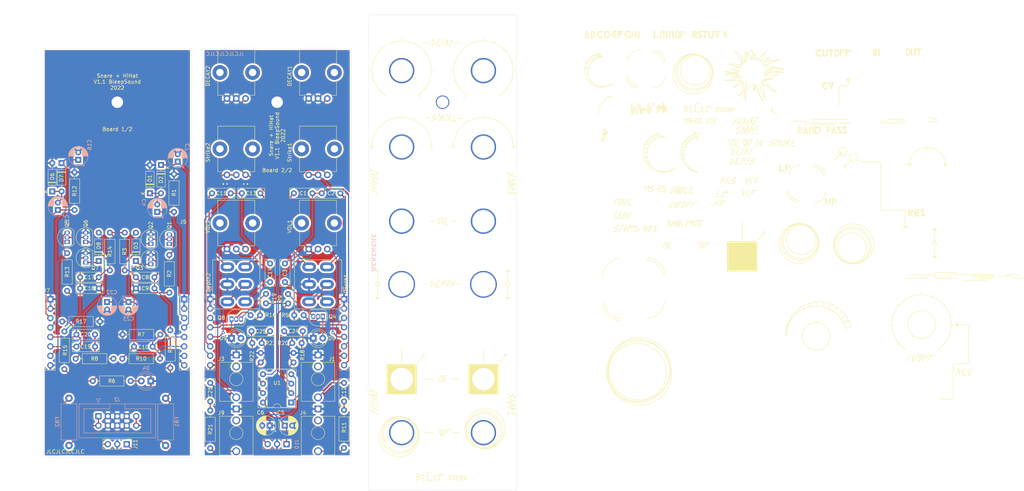
<source format=kicad_pcb>
(kicad_pcb (version 20211014) (generator pcbnew)
  (layers (0 "F.Cu" signal) (31 "B.Cu" signal) (34 "B.Paste" user) (35 "F.Paste" user) (36 "B.SilkS" user "B.Silkscreen") (37 "F.SilkS" user "F.Silkscreen") (38 "B.Mask" user) (39 "F.Mask" user) (44 "Edge.Cuts" user))
  (net 0 "")
  (net 1 "GND")
  (net 2 "+12V")
  (net 3 "-12V")
  (net 4 "Net-(U1-Pad2)")
  (net 5 "Net-(C1-Pad2)")
  (net 6 "Net-(C4-Pad2)")
  (net 7 "Net-(C8-Pad1)")
  (net 8 "Net-(C11-Pad2)")
  (net 9 "Net-(C12-Pad2)")
  (net 10 "Net-(C14-Pad2)")
  (net 11 "Net-(D5-Pad2)")
  (net 12 "Net-(FB1-Pad2)")
  (net 13 "Net-(FB2-Pad2)")
  (net 15 "/DeH")
  (net 16 "Net-(C2-Pad2)")
  (net 17 "Net-(C3-Pad2)")
  (net 18 "/SnI")
  (net 19 "/SnH")
  (net 20 "Net-(C8-Pad2)")
  (net 21 "/So")
  (net 22 "/HiDH")
  (net 23 "Net-(C13-Pad2)")
  (net 24 "Net-(C15-Pad2)")
  (net 25 "/HiI")
  (net 26 "/HiH")
  (net 27 "Net-(C17-Pad2)")
  (net 28 "Net-(C17-Pad1)")
  (net 29 "Net-(C19-Pad2)")
  (net 30 "/Ho")
  (net 32 "Net-(C21-Pad2)")
  (net 33 "Net-(C21-Pad1)")
  (net 34 "Net-(D3-Pad1)")
  (net 35 "Net-(D4-Pad2)")
  (net 36 "Net-(D8-Pad1)")
  (net 37 "Net-(D9-Pad2)")
  (net 38 "Net-(C12-Pad1)")
  (net 40 "Net-(U1-Pad6)")
  (net 42 "/SnO")
  (net 43 "/HiO")
  (net 46 "Net-(Q1-Pad2)")
  (net 47 "Net-(Q4-Pad3)")
  (net 48 "Net-(Q4-Pad2)")
  (net 49 "Net-(J4-PadT)")
  (net 50 "Net-(Q5-Pad2)")
  (net 51 "Net-(Q8-Pad3)")
  (net 52 "Net-(Q8-Pad2)")
  (net 53 "Net-(J9-PadT)")
  (net 54 "Net-(Depth1-Pad3)")
  (net 55 "Net-(Depth2-Pad3)")
  (net 56 "Net-(U1-Pad3)")
  (net 57 "Net-(U1-Pad5)")
  (footprint "Capacitor_THT:C_Disc_D7.0mm_W2.5mm_P5.00mm" (layer "F.Cu") (at 102.5 70 180)
    (fp_text reference "C1")
    (fp_text value "10µF")
  )
  (footprint "Capacitor_THT:C_Disc_D7.0mm_W2.5mm_P5.00mm" (layer "F.Cu") (at 105 70)
    (fp_text reference "C2")
    (fp_text value "1µF")
  )
  (footprint "Capacitor_THT:C_Disc_D7.0mm_W2.5mm_P5.00mm" (layer "F.Cu") (at 95.1 88.9 -90)
    (fp_text reference "C3")
    (fp_text value "0.1µF")
  )
  (footprint "Capacitor_THT:CP_Radial_D5.0mm_P2.00mm" (layer "F.Cu") (at 95.044888 132.5)
    (fp_text reference "C5")
    (fp_text value "10µ")
  )
  (footprint "Capacitor_THT:CP_Radial_D5.0mm_P2.00mm" (layer "F.Cu") (at 91 132.5 180)
    (fp_text reference "C6")
    (fp_text value "10µ")
  )
  (footprint "Capacitor_THT:C_Disc_D7.0mm_W2.5mm_P5.00mm" (layer "F.Cu") (at 55 92.59)
    (fp_text reference "C8")
    (fp_text value "1µF")
  )
  (footprint "Capacitor_THT:C_Disc_D7.0mm_W2.5mm_P5.00mm" (layer "F.Cu") (at 55 95.59)
    (fp_text reference "C9")
    (fp_text value "0.1µF")
  )
  (footprint "Capacitor_THT:C_Disc_D7.0mm_W2.5mm_P5.00mm" (layer "F.Cu") (at 54.5 111.25)
    (fp_text reference "C10")
    (fp_text value ".1µF")
  )
  (footprint "Capacitor_THT:C_Disc_D7.0mm_W2.5mm_P5.00mm" (layer "F.Cu") (at 80.5 70 180)
    (fp_text reference "C11")
    (fp_text value "10µF")
  )
  (footprint "Capacitor_THT:C_Disc_D7.0mm_W2.5mm_P5.00mm" (layer "F.Cu") (at 111 121 -90)
    (fp_text reference "C12")
    (fp_text value "10µF")
  )
  (footprint "Capacitor_THT:C_Disc_D7.0mm_W2.5mm_P5.00mm" (layer "F.Cu") (at 83.5 70)
    (fp_text reference "C13")
    (fp_text value "1µF")
  )
  (footprint "Capacitor_THT:C_Disc_D7.0mm_W2.5mm_P5.00mm" (layer "F.Cu") (at 91.1 88.9 -90)
    (fp_text reference "C14")
    (fp_text value "0.1µF")
  )
  (footprint "Capacitor_THT:C_Disc_D7.0mm_W2.5mm_P5.00mm" (layer "F.Cu") (at 45 92.59 180)
    (fp_text reference "C17")
    (fp_text value "1µF")
  )
  (footprint "Capacitor_THT:C_Disc_D7.0mm_W2.5mm_P5.00mm" (layer "F.Cu") (at 45 95.59 180)
    (fp_text reference "C18")
    (fp_text value "10nF")
  )
  (footprint "Capacitor_THT:C_Disc_D7.0mm_W2.5mm_P5.00mm" (layer "F.Cu") (at 39 111.25)
    (fp_text reference "C19")
    (fp_text value "680pF")
  )
  (footprint "Capacitor_THT:C_Disc_D7.0mm_W2.5mm_P5.00mm" (layer "F.Cu") (at 44 108 180)
    (fp_text reference "C20")
    (fp_text value ".1µF")
  )
  (footprint "Capacitor_THT:C_Disc_D7.0mm_W2.5mm_P5.00mm" (layer "F.Cu") (at 75 121 -90)
    (fp_text reference "C21")
    (fp_text value "10µF")
  )
  (footprint "Diode_THT:D_DO-35_SOD27_P7.62mm_Horizontal" (layer "F.Cu") (at 58.75 70 90)
    (fp_text reference "D1")
    (fp_text value "1N4148")
  )
  (footprint "Diode_THT:D_DO-35_SOD27_P7.62mm_Horizontal" (layer "F.Cu") (at 61.75 62.38 -90)
    (fp_text reference "D2")
    (fp_text value "1N4148")
  )
  (footprint "Diode_THT:D_DO-35_SOD27_P7.62mm_Horizontal" (layer "F.Cu") (at 55 88.21 90)
    (fp_text reference "D3")
    (fp_text value "1N4148")
  )
  (footprint "LED_THT:LED_D4.0mm" (layer "F.Cu") (at 102.725 109)
    (fp_text reference "D5")
    (fp_text value "Trig Snare")
  )
  (footprint "Diode_THT:D_DO-35_SOD27_P7.62mm_Horizontal" (layer "F.Cu") (at 32.5 69.5 90)
    (fp_text reference "D6")
    (fp_text value "1N4148")
  )
  (footprint "Diode_THT:D_DO-35_SOD27_P7.62mm_Horizontal" (layer "F.Cu") (at 35 61.88 -90)
    (fp_text reference "D7")
    (fp_text value "1N4148")
  )
  (footprint "LED_THT:LED_D4.0mm" (layer "F.Cu") (at 80.725 109)
    (fp_text reference "D9")
    (fp_text value "Trig_HiHat")
  )
  (footprint "Synth:Pot-bourns-alpha" (layer "F.Cu") (at 84.5 44.5 90)
    (fp_text reference "DECAY2")
    (fp_text value "100k")
  )
  (footprint "Synth:Thonkiconn" (layer "F.Cu") (at 82 113.5)
    (fp_text reference "J3")
    (fp_text value "HiHat IN")
  )
  (footprint "Synth:Thonkiconn" (layer "F.Cu") (at 104 128)
    (fp_text reference "J4")
    (fp_text value "Snare OUT")
  )
  (footprint "Connector_PinHeader_2.54mm:PinHeader_1x08_P2.54mm_Vertical" (layer "F.Cu") (at 68 98.5)
    (fp_text reference "J5")
    (fp_text value "Conn_01x08_Male")
  )
  (footprint "Connector_PinHeader_2.54mm:PinHeader_1x08_P2.54mm_Vertical" (layer "F.Cu") (at 32 98.5)
    (fp_text reference "J7")
    (fp_text value "Conn_01x08_Male")
  )
  (footprint "Synth:Thonkiconn" (layer "F.Cu") (at 82 128)
    (fp_text reference "J9")
    (fp_text value "HiHat OUT")
  )
  (footprint "Package_TO_SOT_THT:TO-92_Inline" (layer "F.Cu") (at 64 83.63 90)
    (fp_text reference "Q1")
    (fp_text value "BC546")
  )
  (footprint "Package_TO_SOT_THT:TO-92_Inline" (layer "F.Cu") (at 59 83.59 90)
    (fp_text reference "Q2")
    (fp_text value "BC546")
  )
  (footprint "Package_TO_SOT_THT:TO-92_Inline" (layer "F.Cu") (at 59 89.09 90)
    (fp_text reference "Q3")
    (fp_text value "BC546")
  )
  (footprint "Package_TO_SOT_THT:TO-92_Inline" (layer "F.Cu") (at 105.27 103.14 180)
    (fp_text reference "Q4")
    (fp_text value "2N3904")
  )
  (footprint "Package_TO_SOT_THT:TO-92_Inline" (layer "F.Cu") (at 36.5 83.13 90)
    (fp_text reference "Q5")
    (fp_text value "BC546")
  )
  (footprint "Package_TO_SOT_THT:TO-92_Inline" (layer "F.Cu") (at 41.5 83.13 90)
    (fp_text reference "Q6")
    (fp_text value "BC546")
  )
  (footprint "Package_TO_SOT_THT:TO-92_Inline" (layer "F.Cu") (at 41.5 88.63 90)
    (fp_text reference "Q7")
    (fp_text value "BC546")
  )
  (footprint "Package_TO_SOT_THT:TO-92_Inline" (layer "F.Cu") (at 80.73 103.86)
    (fp_text reference "Q8")
    (fp_text value "2N3904")
  )
  (footprint "Resistor_THT:R_Axial_DIN0207_L6.3mm_D2.5mm_P10.16mm_Horizontal" (layer "F.Cu") (at 65.25 75 90)
    (fp_text reference "R1")
    (fp_text value "4k7")
  )
  (footprint "Resistor_THT:R_Axial_DIN0207_L6.3mm_D2.5mm_P10.16mm_Horizontal" (layer "F.Cu") (at 64 86.59 -90)
    (fp_text reference "R2")
    (fp_text value "47k")
  )
  (footprint "Resistor_THT:R_Axial_DIN0207_L6.3mm_D2.5mm_P10.16mm_Horizontal" (layer "F.Cu") (at 52 80.59 -90)
    (fp_text reference "R3")
    (fp_text value "4k7")
  )
  (footprint "Resistor_THT:R_Axial_DIN0207_L6.3mm_D2.5mm_P10.16mm_Horizontal" (layer "F.Cu") (at 64.25 117 90)
    (fp_text reference "R4")
    (fp_text value "1M")
  )
  (footprint "Resistor_THT:R_Axial_DIN0207_L6.3mm_D2.5mm_P2.54mm_Vertical" (layer "F.Cu") (at 97.6 102.8)
    (fp_text reference "R5")
    (fp_text value "100k")
  )
  (footprint "Resistor_THT:R_Axial_DIN0207_L6.3mm_D2.5mm_P10.16mm_Horizontal" (layer "F.Cu") (at 43.42 120.5)
    (fp_text reference "R6")
    (fp_text value "2.2k")
  )
  (footprint "Resistor_THT:R_Axial_DIN0207_L6.3mm_D2.5mm_P10.16mm_Horizontal" (layer "F.Cu") (at 61.58 108 180)
    (fp_text reference "R7")
    (fp_text value "1M")
  )
  (footprint "Resistor_THT:R_Axial_DIN0207_L6.3mm_D2.5mm_P2.54mm_Vertical" (layer "F.Cu") (at 95.95 99.64 90)
    (fp_text reference "R9")
    (fp_text value "1k")
  )
  (footprint "Resistor_THT:R_Axial_DIN0207_L6.3mm_D2.5mm_P10.16mm_Horizontal" (layer "F.Cu") (at 111 138.5 90)
    (fp_text reference "R11")
    (fp_text value "1k")
  )
  (footprint "Resistor_THT:R_Axial_DIN0207_L6.3mm_D2.5mm_P10.16mm_Horizontal" (layer "F.Cu") (at 38.5 74.5 90)
    (fp_text reference "R12")
    (fp_text value "4k7")
  )
  (footprint "Resistor_THT:R_Axial_DIN0207_L6.3mm_D2.5mm_P10.16mm_Horizontal" (layer "F.Cu") (at 36.5 86.09 -90)
    (fp_text reference "R13")
    (fp_text value "47k")
  )
  (footprint "Resistor_THT:R_Axial_DIN0207_L6.3mm_D2.5mm_P10.16mm_Horizontal" (layer "F.Cu") (at 48 80.59 -90)
    (fp_text reference "R14")
    (fp_text value "4k7")
  )
  (footprint "Resistor_THT:R_Axial_DIN0207_L6.3mm_D2.5mm_P10.16mm_Horizontal" (layer "F.Cu") (at 35.75 117.33 90)
    (fp_text reference "R15")
    (fp_text value "1M")
  )
  (footprint "Resistor_THT:R_Axial_DIN0207_L6.3mm_D2.5mm_P2.54mm_Vertical" (layer "F.Cu") (at 88.4 102.8 180)
    (fp_text reference "R16")
    (fp_text value "100k")
  )
  (footprint "Resistor_THT:R_Axial_DIN0207_L6.3mm_D2.5mm_P10.16mm_Horizontal" (layer "F.Cu") (at 35.17 104.5)
    (fp_text reference "R17")
    (fp_text value "1M")
  )
  (footprint "Resistor_THT:R_Axial_DIN0207_L6.3mm_D2.5mm_P2.54mm_Vertical" (layer "F.Cu") (at 90 99.6 90)
    (fp_text reference "R19")
    (fp_text value "1k")
  )
  (footprint "Resistor_THT:R_Axial_DIN0207_L6.3mm_D2.5mm_P10.16mm_Horizontal" (layer "F.Cu") (at 75 138.58 90)
    (fp_text reference "R21")
    (fp_text value "1k")
  )
  (footprint "Synth:Pot-bourns-alpha" (layer "F.Cu") (at 84.5 65.05 90)
    (fp_text reference "Strike2")
    (fp_text value "100k")
  )
  (footprint "Synth:Pot-bourns-alpha" (layer "F.Cu") (at 106.5 44.5 90)
    (fp_text reference "DECAY1")
    (fp_text value "100k")
  )
  (footprint "Synth:Pot-bourns-alpha" (layer "F.Cu") (at 106.5 65.05 90)
    (fp_text reference "Strike1")
    (fp_text value "100k")
  )
  (footprint "Synth:Pot-bourns-alpha" (layer "F.Cu") (at 106.5 85 90)
    (fp_text reference "VOL1")
    (fp_text value "10k")
  )
  (footprint "Synth:Pot-bourns-alpha" (layer "F.Cu") (at 84.5 85 90)
    (fp_text reference "VOL2")
    (fp_text value "10k")
  )
  (footprint "Synth:Thonkiconn" (layer "F.Cu") (at 104 113.5)
    (fp_text reference "J1")
    (fp_text value "Snare IN")
  )
  (footprint "Synth:SW_DPDT_Toggle" (layer "F.Cu") (at 104 94.5 90)
    (fp_text reference "Depth1")
    (fp_text value "SW_Push_DPDT")
  )
  (footprint "Synth:SW_DPDT_Toggle" (layer "F.Cu") (at 82 94.5 90)
    (fp_text reference "Depth2")
    (fp_text value "SW_Push_DPDT")
  )
  (footprint "Package_DIP:DIP-8_W7.62mm_Socket" (layer "F.Cu") (at 96.8 126.3 180)
    (fp_text reference "U1")
    (fp_text value "TL072")
  )
  (footprint "Diode_THT:D_DO-35_SOD27_P7.62mm_Horizontal" (layer "F.Cu") (at 45 88.21 90)
    (fp_text reference "D8")
    (fp_text value "1N4148")
  )
  (footprint "Resistor_THT:R_Axial_DIN0207_L6.3mm_D2.5mm_P10.16mm_Horizontal" (layer "F.Cu") (at 38.8 114.5)
    (fp_text reference "R8")
    (fp_text value "0R")
  )
  (footprint "Resistor_THT:R_Axial_DIN0207_L6.3mm_D2.5mm_P2.54mm_Vertical" (layer "F.Cu") (at 97.4 115.5 90)
    (fp_text reference "R18")
    (fp_text value "10k")
  )
  (footprint "Capacitor_THT:C_Disc_D7.0mm_W2.5mm_P5.00mm" (layer "F.Cu") (at 91.1 107.1 180)
    (fp_text reference "C25")
    (fp_text value "22pF")
  )
  (footprint "Resistor_THT:R_Axial_DIN0207_L6.3mm_D2.5mm_P2.54mm_Vertical" (layer "F.Cu") (at 86.305 110.3)
    (fp_text reference "R23")
    (fp_text value "330k")
  )
  (footprint "Resistor_THT:R_Axial_DIN0207_L6.3mm_D2.5mm_P10.16mm_Horizontal" (layer "F.Cu") (at 61.5 114.5 180)
    (fp_text reference "R10")
    (fp_text value "0R")
  )
  (footprint "Resistor_THT:R_Axial_DIN0207_L6.3mm_D2.5mm_P2.54mm_Vertical" (layer "F.Cu") (at 99.595 110.3 180)
    (fp_text reference "R20")
    (fp_text value "330k")
  )
  (footprint "Connector_PinHeader_2.54mm:PinHeader_1x03_P2.54mm_Vertical" (layer "F.Cu") (at 52.525 137.5 -90)
    (fp_text reference "J11")
    (fp_text value "Conn_01x03_Male")
  )
  (footprint "Resistor_THT:R_Axial_DIN0207_L6.3mm_D2.5mm_P2.54mm_Vertical" (layer "F.Cu") (at 88.6 115.5 90)
    (fp_text reference "R22")
    (fp_text value "10k")
  )
  (footprint "Capacitor_THT:C_Disc_D7.0mm_W2.5mm_P5.00mm" (layer "F.Cu") (at 94.9 107.1)
    (fp_text reference "C24")
    (fp_text value "22pF")
  )
  (footprint "Capacitor_THT:CP_Radial_D5.0mm_P2.00mm" (layer "B.Cu") (at 60.75 75 90)
    (fp_text reference "C4")
    (fp_text value "10µF")
  )
  (footprint "Capacitor_THT:CP_Radial_D5.0mm_P2.00mm" (layer "B.Cu") (at 66.25 61.5 90)
    (fp_text reference "C7")
    (fp_text value "10µF")
  )
  (footprint "Capacitor_THT:CP_Radial_D5.0mm_P2.00mm" (layer "B.Cu") (at 39.5 61 90)
    (fp_text reference "C16")
    (fp_text value "10µF")
  )
  (footprint "LED_THT:LED_D4.0mm" (layer "B.Cu") (at 59 120.5 180)
    (fp_text reference "D4")
    (fp_text value "LED-12V")
  )
  (footprint "Inductor_THT:L_Axial_L9.5mm_D4.0mm_P12.70mm_Horizontal_Fastron_SMCC" (layer "B.Cu") (at 63 125.15 -90)
    (fp_text reference "FB1")
    (fp_text value "10R")
  )
  (footprint "Inductor_THT:L_Axial_L9.5mm_D4.0mm_P12.70mm_Horizontal_Fastron_SMCC" (layer "B.Cu") (at 37 125.15 -90)
    (fp_text reference "FB2")
    (fp_text value "10R")
  )
  (footprint "Connector_IDC:IDC-Header_2x05_P2.54mm_Vertical" (layer "B.Cu") (at 44.92 129.96 -90)
    (fp_text reference "J2")
    (fp_text value "Power Input")
  )
  (footprint "Connector_PinSocket_2.54mm:PinSocket_1x08_P2.54mm_Vertical" (layer "B.Cu") (at 75 98.46 180)
    (fp_text reference "J8")
    (fp_text value "Conn_01x08_Female")
  )
  (footprint "Connector_PinSocket_2.54mm:PinSocket_1x08_P2.54mm_Vertical" (layer "B.Cu") (at 111 98.46 180)
    (fp_text reference "J6")
    (fp_text value "Conn_01x08_Female")
  )
  (footprint "Capacitor_THT:CP_Radial_D5.0mm_P2.00mm" (layer "B.Cu") (at 34 74.5 90)
    (fp_text reference "C15")
    (fp_text value "10µF")
  )
  (footprint "Capacitor_THT:CP_Radial_D5.0mm_P2.00mm" (layer "B.Cu") (at 47.25 99.25 -90)
    (fp_text reference "C22")
    (fp_text value "100µ")
  )
  (footprint "Capacitor_THT:CP_Radial_D5.0mm_P2.00mm" (layer "B.Cu") (at 53 99.25 -90)
    (fp_text reference "C23")
    (fp_text value "100µ")
  )
  (footprint "Connector_PinSocket_2.54mm:PinSocket_1x03_P2.54mm_Vertical" (layer "B.Cu") (at 95.525 137.475 90)
    (fp_text reference "J10")
    (fp_text value "Conn_01x03_Female")
  )
  (gr_line (start 132.2 145.8) (end 132.2 147.2) (layer "F.SilkS") (width 0.12))
  (gr_line (start 133.4 147.2) (end 134.6 147.2) (layer "F.SilkS") (width 0.12))
  (gr_line (start 130.6 147.2) (end 131.6 146.6) (layer "F.SilkS") (width 0.12))
  (gr_line (start 131.6 146.6) (end 130.6 146.2) (layer "F.SilkS") (width 0.12))
  (gr_line (start 132.2 147.2) (end 132.8 147.2) (layer "F.SilkS") (width 0.12))
  (gr_line (start 133.8 145) (end 134.6 145) (layer "F.SilkS") (width 0.12))
  (gr_line (start 135.2 147.2) (end 136 147.2) (layer "F.SilkS") (width 0.12))
  (gr_line (start 136.6 145.4) (end 138 145.8) (layer "F.SilkS") (width 0.12))
  (gr_line (start 133.4 145.4) (end 133.4 147.2) (layer "F.SilkS") (width 0.12))
  (gr_line (start 133.4 146) (end 133.8 146) (layer "F.SilkS") (width 0.12))
  (gr_line (start 135.2 146) (end 135.2 147.2) (layer "F.SilkS") (width 0.12))
  (gr_line (start 136.4 147) (end 136.6 147.2) (layer "F.SilkS") (width 0.12))
  (gr_line (start 135.2 146) (end 136 146) (layer "F.SilkS") (width 0.12))
  (gr_line (start 136.6 147.2) (end 136.6 147) (layer "F.SilkS") (width 0.12))
  (gr_line (start 136.6 145.4) (end 136.6 147.2) (layer "F.SilkS") (width 0.12))
  (gr_line (start 138 145.8) (end 136.6 146.2) (layer "F.SilkS") (width 0.12))
  (gr_line (start 135.2 146.6) (end 135.4 146.6) (layer "F.SilkS") (width 0.12))
  (gr_line (start 130.6 146.2) (end 131.6 145.8) (layer "F.SilkS") (width 0.12))
  (gr_line (start 136.6 147.2) (end 136.8 147) (layer "F.SilkS") (width 0.12))
  (gr_line (start 130.6 145.4) (end 130.6 147.2) (layer "F.SilkS") (width 0.12))
  (gr_line (start 131.6 145.8) (end 130.6 145.4) (layer "F.SilkS") (width 0.12))
  (gr_line (start 143.4 146) (end 143.2 146) (layer "F.SilkS") (width 0.12))
  (gr_line (start 139 147.2) (end 139 147) (layer "F.SilkS") (width 0.12))
  (gr_line (start 140.4 146) (end 140.4 147.2) (layer "F.SilkS") (width 0.12))
  (gr_line (start 141.6 146) (end 141.2 147.2) (layer "F.SilkS") (width 0.12))
  (gr_line (start 141.2 147.2) (end 142.4 146) (layer "F.SilkS") (width 0.12))
  (gr_line (start 143.8 146) (end 143.2 147.2) (layer "F.SilkS") (width 0.12))
  (gr_line (start 143.8 146) (end 144.2 146.8) (layer "F.SilkS") (width 0.12))
  (gr_line (start 140 146) (end 140 146.2) (layer "F.SilkS") (width 0.12))
  (gr_line (start 132.2 145.8) (end 132 146) (layer "F.SilkS") (width 0.12))
  (gr_line (start 132.2 145.8) (end 132.4 146) (layer "F.SilkS") (width 0.12))
  (gr_line (start 142.8 146) (end 142.6 147.2) (layer "F.SilkS") (width 0.12))
  (gr_arc (start 133.4 145.4) (mid 133.517157 145.117157) (end 133.8 145) (layer "F.SilkS") (width 0.12))
  (gr_line (start 139.8 146.8) (end 139 147.2) (layer "F.SilkS") (width 0.12))
  (gr_line (start 134.6 147.2) (end 134.4 147) (layer "F.SilkS") (width 0.12))
  (gr_line (start 134.6 147.2) (end 134.4 147.4) (layer "F.SilkS") (width 0.12))
  (gr_line (start 139 146.2) (end 139.8 146.8) (layer "F.SilkS") (width 0.12))
  (gr_line (start 141.2 146) (end 140.4 146) (layer "F.SilkS") (width 0.12))
  (gr_line (start 142.6 147.2) (end 143.4 146) (layer "F.SilkS") (width 0.12))
  (gr_line (start 142.8 146) (end 142 147.2) (layer "F.SilkS") (width 0.12))
  (gr_line (start 141.6 146) (end 141.4 146) (layer "F.SilkS") (width 0.12))
  (gr_line (start 142 147.2) (end 142.2 147.2) (layer "F.SilkS") (width 0.12))
  (gr_line (start 142.4 146) (end 142.2 146) (layer "F.SilkS") (width 0.12))
  (gr_line (start 140.4 147.2) (end 141.2 146) (layer "F.SilkS") (width 0.12))
  (gr_line (start 143.2 147.2) (end 144.2 146.8) (layer "F.SilkS") (width 0.12))
  (gr_line (start 140 146) (end 139 146.2) (layer "F.SilkS") (width 0.12))
  (gr_line (start 148.5 117.75) (end 148.5 111.5) (layer "F.SilkS") (width 0.12))
  (gr_line (start 126.5 117.75) (end 126.5 111.5) (layer "F.SilkS") (width 0.12))
  (gr_line (start 119 68.4) (end 120 68.8) (layer "F.SilkS") (width 0.12))
  (gr_line (start 120 68.8) (end 120 68.9) (layer "F.SilkS") (width 0.12))
  (gr_line (start 118 64.8) (end 120 64.9) (layer "F.SilkS") (width 0.12))
  (gr_line (start 118 63.6) (end 120 64.5) (layer "F.SilkS") (width 0.12))
  (gr_line (start 118 66.5) (end 120 67.5) (layer "F.SilkS") (width 0.12))
  (gr_line (start 119 67) (end 119 65.9) (layer "F.SilkS") (width 0.12))
  (gr_line (start 120 67.5) (end 120 67.6) (layer "F.SilkS") (width 0.12))
  (gr_line (start 118 63.6) (end 118 63.1) (layer "F.SilkS") (width 0.12))
  (gr_line (start 118 69) (end 120 70) (layer "F.SilkS") (width 0.12))
  (gr_line (start 118 67.9) (end 118 68) (layer "F.SilkS") (width 0.12))
  (gr_line (start 119 65.9) (end 120 66.3) (layer "F.SilkS") (width 0.12))
  (gr_line (start 119 69.5) (end 119 68.4) (layer "F.SilkS") (width 0.12))
  (gr_line (start 118 69) (end 118 69.1) (layer "F.SilkS") (width 0.12))
  (gr_line (start 118 65.4) (end 118 65.5) (layer "F.SilkS") (width 0.12))
  (gr_line (start 120 66.3) (end 120 66.4) (layer "F.SilkS") (width 0.12))
  (gr_line (start 118 66.5) (end 118 66.6) (layer "F.SilkS") (width 0.12))
  (gr_line (start 120 70) (end 120 70.1) (layer "F.SilkS") (width 0.12))
  (gr_line (start 119 68.4) (end 118 67.9) (layer "F.SilkS") (width 0.12))
  (gr_line (start 119 65.9) (end 118 65.4) (layer "F.SilkS") (width 0.12))
  (gr_line (start 118 64.8) (end 120 65.7) (layer "F.SilkS") (width 0.12))
  (gr_line (start 118 67.3) (end 120 68.2) (layer "F.SilkS") (width 0.12))
  (gr_line (start 119 64.9) (end 119 65.2) (layer "F.SilkS") (width 0.12))
  (gr_line (start 118 63.6) (end 118 64.2) (layer "F.SilkS") (width 0.12))
  (gr_line (start 120 64.5) (end 119.9 64.3) (layer "F.SilkS") (width 0.12))
  (gr_line (start 120 64.5) (end 119.8 64.6) (layer "F.SilkS") (width 0.12))
  (gr_line (start 156 67.85) (end 156 67.45) (layer "F.SilkS") (width 0.12))
  (gr_line (start 155 64.5) (end 155 64.7) (layer "F.SilkS") (width 0.12))
  (gr_line (start 157 67.9) (end 155 67.8) (layer "F.SilkS") (width 0.12))
  (gr_line (start 155.8 65.5) (end 155 64.5) (layer "F.SilkS") (width 0.12))
  (gr_line (start 157 65.7) (end 156.4 64.6) (layer "F.SilkS") (width 0.12))
  (gr_line (start 157 67.5) (end 155 66.6) (layer "F.SilkS") (width 0.12))
  (gr_line (start 157 66.6) (end 155 66.6) (layer "F.SilkS") (width 0.12))
  (gr_line (start 157 68.5) (end 155 68.2) (layer "F.SilkS") (width 0.12))
  (gr_line (start 157 67.9) (end 155 67) (layer "F.SilkS") (width 0.12))
  (gr_line (start 155 69.6) (end 157 69.9) (layer "F.SilkS") (width 0.12))
  (gr_line (start 156.2 68.4) (end 155.7 69.1) (layer "F.SilkS") (width 0.12))
  (gr_line (start 155 69.6) (end 155 70.5) (layer "F.SilkS") (width 0.12))
  (gr_line (start 155 64.5) (end 155.2 64.5) (layer "F.SilkS") (width 0.12))
  (gr_line (start 156.4 64.6) (end 155.8 65.5) (layer "F.SilkS") (width 0.12))
  (gr_line (start 157 65.7) (end 156.8 65.7) (layer "F.SilkS") (width 0.12))
  (gr_line (start 157 67.5) (end 157 67.4) (layer "F.SilkS") (width 0.12))
  (gr_line (start 157 65.7) (end 157.1 65.5) (layer "F.SilkS") (width 0.12))
  (gr_line (start 157 69.9) (end 157 70.7) (layer "F.SilkS") (width 0.12))
  (gr_line (start 157 68.5) (end 156.3 69.2) (layer "F.SilkS") (width 0.12))
  (gr_line (start 155.7 69.1) (end 155 69) (layer "F.SilkS") (width 0.12))
  (gr_line (start 156.2 69.8) (end 156.2 70.2) (layer "F.SilkS") (width 0.12))
  (gr_line (start 156.3 69.2) (end 156.2 68.4) (layer "F.SilkS") (width 0.12))
  (gr_line (start 157 66.6) (end 155 65.7) (layer "F.SilkS") (width 0.12))
  (gr_line (start 155 65.7) (end 155 65.6) (layer "F.SilkS") (width 0.12))
  (gr_poly (pts (xy 152.5 124) (xy 144.5 124) (xy 144.5 116) (xy 152.5 116)) (layer "F.SilkS") (width 0.1) (fill solid))
  (gr_line (start 138.5 133.6) (end 139.2 133.6) (layer "F.SilkS") (width 0.12))
  (gr_line (start 136.9 135.3) (end 136.4 133.6) (layer "F.SilkS") (width 0.12))
  (gr_line (start 136.4 133.6) (end 137.3 133.6) (layer "F.SilkS") (width 0.12))
  (gr_line (start 137.6 133.6) (end 137.3 135.3) (layer "F.SilkS") (width 0.12))
  (gr_line (start 137.3 135.3) (end 138.3 133.6) (layer "F.SilkS") (width 0.12))
  (gr_line (start 137.3 133.6) (end 136.9 135.3) (layer "F.SilkS") (width 0.12))
  (gr_line (start 138.9 133.6) (end 137.9 135.3) (layer "F.SilkS") (width 0.12))
  (gr_circle (center 126.2 134.85) (end 129.2 138.45) (layer "F.SilkS") (width 0.12) (fill none))
  (gr_circle (center 126.4 134.45) (end 129 137.45) (layer "F.SilkS") (width 0.12) (fill none))
  (gr_circle (center 125.8 135.45) (end 127.8 140.45) (layer "F.SilkS") (width 0.12) (fill none))
  (gr_circle (center 126 135.05) (end 127.8 139.65) (layer "F.SilkS") (width 0.12) (fill none))
  (gr_circle (center 148.95 133.35) (end 146.95 128.35) (layer "F.SilkS") (width 0.12) (fill none))
  (gr_circle (center 148.75 133.75) (end 146.95 129.15) (layer "F.SilkS") (width 0.12) (fill none))
  (gr_circle (center 148.55 133.95) (end 145.55 130.35) (layer "F.SilkS") (width 0.12) (fill none))
  (gr_circle (center 148.5 134.35) (end 145.9 131.35) (layer "F.SilkS") (width 0.12) (fill none))
  (gr_circle (center 154.5 113.5) (end 154.5 113.75) (layer "F.SilkS") (width 0.12) (fill none))
  (gr_line (start 154.5 113.5) (end 153 115.4) (layer "F.SilkS") (width 0.12))
  (gr_line (start 153 115.4) (end 153.3 115.4) (layer "F.SilkS") (width 0.12))
  (gr_line (start 153 115.4) (end 153 115.1) (layer "F.SilkS") (width 0.12))
  (gr_line (start 137.1 119) (end 136.9 119.1) (layer "F.SilkS") (width 0.12))
  (gr_line (start 137 120.7) (end 137.8 119) (layer "F.SilkS") (width 0.12))
  (gr_line (start 137 120.7) (end 136.9 120.7) (layer "F.SilkS") (width 0.12))
  (gr_line (start 137.8 119) (end 137.8 120.7) (layer "F.SilkS") (width 0.12))
  (gr_line (start 137.1 119) (end 137.2 119.2) (layer "F.SilkS") (width 0.12))
  (gr_line (start 137.8 120.7) (end 138.6 119) (layer "F.SilkS") (width 0.12))
  (gr_line (start 136.3 120.7) (end 137.1 119) (layer "F.SilkS") (width 0.12))
  (gr_line (start 138.6 119) (end 138.5 119) (layer "F.SilkS") (width 0.12))
  (gr_arc (start 118.5 57.45) (mid 120.634567 51.996699) (end 126 49.65) (layer "F.SilkS") (width 0.12))
  (gr_line (start 126 49.45) (end 127 49.45) (layer "F.SilkS") (width 0.12))
  (gr_line (start 126 49.85) (end 127 49.85) (layer "F.SilkS") (width 0.12))
  (gr_line (start 135.3 120) (end 132.6 120) (layer "F.SilkS") (width 0.12))
  (gr_line (start 155 95) (end 155 98) (layer "F.SilkS") (width 0.12))
  (gr_poly (pts (xy 120 98.5) (xy 119.5 98) (xy 120.5 98)) (layer "F.SilkS") (width 0.1) (fill solid))
  (gr_circle (center 120 94.5) (end 120.5 94.5) (layer "F.SilkS") (width 0.15) (fill none))
  (gr_line (start 120 95) (end 120 98) (layer "F.SilkS") (width 0.12))
  (gr_line (start 120 94) (end 120 91) (layer "F.SilkS") (width 0.12))
  (gr_poly (pts (xy 120.5 91) (xy 119.5 91) (xy 120 90.5)) (layer "F.SilkS") (width 0.1) (fill solid))
  (gr_line (start 140.4 93.6) (end 139.5 95.2) (layer "F.SilkS") (width 0.12))
  (gr_line (start 140.9 93.6) (end 140 95.2) (layer "F.SilkS") (width 0.12))
  (gr_line (start 134.6 93.6) (end 134.2 95.2) (layer "F.SilkS") (width 0.12))
  (gr_line (start 138.5 95.2) (end 138.7 95.1) (layer "F.SilkS") (width 0.12))
  (gr_line (start 135.7 95.2) (end 136.4 95.2) (layer "F.SilkS") (width 0.12))
  (gr_line (start 135.9 94.4) (end 136.2 94.4) (layer "F.SilkS") (width 0.12))
  (gr_line (start 139.8 94.4) (end 140.6 94.4) (layer "F.SilkS") (width 0.12))
  (gr_line (start 135.3 94.7) (end 134.6 93.6) (layer "F.SilkS") (width 0.12))
  (gr_line (start 138.5 93.6) (end 138.2 94.2) (layer "F.SilkS") (width 0.12))
  (gr_line (start 138.5 95.2) (end 138.5 95) (layer "F.SilkS") (width 0.12))
  (gr_line (start 139.4 93.6) (end 138.5 95.2) (layer "F.SilkS") (width 0.12))
  (gr_line (start 138.2 94.2) (end 137.4 94.2) (layer "F.SilkS") (width 0.12))
  (gr_line (start 135.9 94) (end 135.7 95.2) (layer "F.SilkS") (width 0.12))
  (gr_arc (start 135.9 94) (mid 136.017157 93.717157) (end 136.3 93.6) (layer "F.SilkS") (width 0.12))
  (gr_line (start 136.3 93.6) (end 136.7 93.6) (layer "F.SilkS") (width 0.12))
  (gr_line (start 136.5 95.2) (end 136.3 95) (layer "F.SilkS") (width 0.12))
  (gr_line (start 136.5 95.2) (end 136.3 95.4) (layer "F.SilkS") (width 0.12))
  (gr_line (start 138.9 93.6) (end 139.8 93.6) (layer "F.SilkS") (width 0.12))
  (gr_line (start 137.8 93.6) (end 137.1 95.2) (layer "F.SilkS") (width 0.12))
  (gr_line (start 134.2 95.2) (end 135.3 94.7) (layer "F.SilkS") (width 0.12))
  (gr_line (start 137.6 93.6) (end 138.5 93.6) (layer "F.SilkS") (width 0.12))
  (gr_line (start 133.6 94.5) (end 132.6 94.5) (layer "F.SilkS") (width 0.12))
  (gr_line (start 141.4 94.5) (end 142.4 94.5) (layer "F.SilkS") (width 0.12))
  (gr_arc (start 180.4 92.496811) (mid 181.85565 89.281896) (end 184.9 87.496811) (layer "F.SilkS") (width 0.12))
  (gr_line (start 135.6 48.9) (end 134.6 49.5) (layer "F.SilkS") (width 0.12))
  (gr_line (start 211.422688 27.522688) (end 211.822688 26.422688) (layer "F.SilkS") (width 0.12))
  (gr_line (start 209.322688 26.422688) (end 209.322688 28.122688) (layer "F.SilkS") (width 0.12))
  (gr_line (start 191.422688 46.622688) (end 191.422688 47.722688) (layer "F.SilkS") (width 0.12))
  (gr_line (start 230.122688 62.322688) (end 231.122688 62.822688) (layer "F.SilkS") (width 0.12))
  (gr_line (start 200.222688 26.722688) (end 200.222688 27.822688) (layer "F.SilkS") (width 0.12))
  (gr_line (start 236.472688 100.472688) (end 236.172688 99.672688) (layer "F.SilkS") (width 0.12))
  (gr_line (start 188.622688 48.822688) (end 188.922688 46.722688) (layer "F.SilkS") (width 0.12))
  (gr_line (start 208.722688 51.122688) (end 208.822688 51.022688) (layer "F.SilkS") (width 0.12))
  (gr_line (start 203.672688 72.372688) (end 202.672688 74.072688) (layer "F.SilkS") (width 0.12))
  (gr_line (start 139.6 133.6) (end 139.5 133.8) (layer "F.SilkS") (width 0.12))
  (gr_line (start 184.822688 28.122688) (end 184.822688 26.422688) (layer "F.SilkS") (width 0.12))
  (gr_line (start 205.922688 27.122688) (end 204.922688 27.422688) (layer "F.SilkS") (width 0.12))
  (gr_line (start 216.122688 57.322688) (end 215.622688 55.622688) (layer "F.SilkS") (width 0.12))
  (gr_line (start 214.822688 46.922688) (end 214.622688 48.122688) (layer "F.SilkS") (width 0.12))
  (gr_line (start 183.222688 26.922688) (end 183.622688 26.422688) (layer "F.SilkS") (width 0.12))
  (gr_poly (pts (xy 275.572688 105.372688) (xy 276.072688 104.872688) (xy 276.072688 105.872688)) (layer "F.SilkS") (width 0.1) (fill solid))
  (gr_line (start 274.172688 108.172688) (end 273.862688 108.062688) (layer "F.SilkS") (width 0.12))
  (gr_line (start 267.872688 92.872688) (end 261.872688 92.872688) (layer "F.SilkS") (width 0.12))
  (gr_line (start 265.022688 74.622688) (end 265.422688 74.622688) (layer "F.SilkS") (width 0.12))
  (gr_line (start 279.772688 117.372688) (end 278.772688 117.972688) (layer "F.SilkS") (width 0.12))
  (gr_line (start 267.597688 113.522688) (end 268.647688 113.522688) (layer "F.SilkS") (width 0.12))
  (gr_line (start 190.822688 48.722688) (end 190.622688 46.222688) (layer "F.SilkS") (width 0.12))
  (gr_line (start 138.7 50.6) (end 139.5 48.9) (layer "F.SilkS") (width 0.12))
  (gr_poly (pts (xy 262.622688 62.122688) (xy 263.622688 62.122688) (xy 263.122688 62.622688)) (layer "F.SilkS") (width 0.1) (fill solid))
  (gr_line (start 201.822688 74.072688) (end 202.072688 72.372688) (layer "F.SilkS") (width 0.12))
  (gr_arc (start 190.322688 41.022688) (mid 188.201368 40.144008) (end 187.322688 38.022688) (layer "F.SilkS") (width 0.12))
  (gr_line (start 204.222688 48.122688) (end 204.822688 48.122688) (layer "F.SilkS") (width 0.12))
  (gr_line (start 206.272688 77.772688) (end 207.172688 78.272688) (layer "F.SilkS") (width 0.12))
  (gr_poly (pts (xy 155.5 91) (xy 154.5 91) (xy 155 90.5)) (layer "F.SilkS") (width 0.1) (fill solid))
  (gr_line (start 155 125.1) (end 155 125) (layer "F.SilkS") (width 0.12))
  (gr_line (start 189.272688 80.372688) (end 190.372688 79.772688) (layer "F.SilkS") (width 0.12))
  (gr_line (start 185.022688 26.422688) (end 185.022688 28.122688) (layer "F.SilkS") (width 0.12))
  (gr_line (start 264.147688 113.522688) (end 263.847688 115.222688) (layer "F.SilkS") (width 0.12))
  (gr_line (start 233.422688 53.822688) (end 234.222688 53.522688) (layer "F.SilkS") (width 0.12))
  (gr_line (start 217.522688 36.922688) (end 213.522688 38.172688) (layer "F.SilkS") (width 0.12))
  (gr_line (start 138 28.65) (end 137.2 29.55) (layer "F.SilkS") (width 0.12))
  (gr_arc (start 197.35565 98.781896) (mid 195.9 101.996811) (end 192.85565 103.781896) (layer "F.SilkS") (width 0.12))
  (gr_line (start 207.122688 51.122688) (end 207.222688 51.022688) (layer "F.SilkS") (width 0.12))
  (gr_line (start 203.922688 49.922688) (end 203.922688 50.522688) (layer "F.SilkS") (width 0.12))
  (gr_line (start 157 127.3) (end 155 126.4) (layer "F.SilkS") (width 0.12))
  (gr_arc (start 261.872688 111.872688) (mid 266.372688 97.335539) (end 270.872688 111.872688) (layer "F.SilkS") (width 0.12))
  (gr_line (start 229.272688 36.672688) (end 224.022688 36.172688) (layer "F.SilkS") (width 0.12))
  (gr_line (start 279.772688 117.372688) (end 279.772688 117.572688) (layer "F.SilkS") (width 0.12))
  (gr_line (start 206.522688 49.922688) (end 206.522688 51.122688) (layer "F.SilkS") (width 0.12))
  (gr_arc (start 274.872688 124.872688) (mid 274.726241 125.226241) (end 274.372688 125.372688) (layer "F.SilkS") (width 0.12))
  (gr_line (start 265.122688 76.122688) (end 264.522688 75.322688) (layer "F.SilkS") (width 0.12))
  (gr_line (start 184.672688 79.772688) (end 183.872688 80.372688) (layer "F.SilkS") (width 0.12))
  (gr_line (start 204.072688 68.672688) (end 203.872688 69.972688) (layer "F.SilkS") (width 0.12))
  (gr_line (start 209.322688 27.922688) (end 210.122688 27.922688) (layer "F.SilkS") (width 0.12))
  (gr_line (start 263.122688 74.422688) (end 264.122688 74.622688) (layer "F.SilkS") (width 0.12))
  (gr_line (start 135.6 49.9) (end 134.6 50.6) (layer "F.SilkS") (width 0.12))
  (gr_line (start 220.722688 50.622688) (end 220.422688 50.622688) (layer "F.SilkS") (width 0.12))
  (gr_line (start 136.65 76.65) (end 136.55 76.65) (layer "F.SilkS") (width 0.12))
  (gr_line (start 243.822688 53.622688) (end 243.922688 53.822688) (layer "F.SilkS") (width 0.12))
  (gr_line (start 278.872688 119.072688) (end 278.872688 118.872688) (layer "F.SilkS") (width 0.12))
  (gr_arc (start 192.640735 87.281896) (mid 195.749526 88.74468) (end 197.35565 91.781896) (layer "F.SilkS") (width 0.12))
  (gr_line (start 180.622688 54.222688) (end 181.322688 54.522688) (layer "F.SilkS") (width 0.12))
  (gr_arc (start 200.122688 63.122688) (mid 192.667159 60.993228) (end 197.326727 54.795814) (layer "F.SilkS") (width 0.12))
  (gr_line (start 241.672688 40.222688) (end 242.072688 41.322688) (layer "F.SilkS") (width 0.12))
  (gr_line (start 239.772688 41.022688) (end 240.372688 41.922688) (layer "F.SilkS") (width 0.12))
  (gr_line (start 265.522688 31.322688) (end 265.722688 31.322688) (layer "F.SilkS") (width 0.12))
  (gr_line (start 267.697688 114.172688) (end 267.797688 114.072688) (layer "F.SilkS") (width 0.12))
  (gr_line (start 243.122688 53.822688) (end 242.722688 52.722688) (layer "F.SilkS") (width 0.12))
  (gr_line (start 136.6 28.65) (end 137 28.65) (layer "F.SilkS") (width 0.12))
  (gr_line (start 205.822688 28.122688) (end 205.622688 28.122688) (layer "F.SilkS") (width 0.12))
  (gr_line (start 210.422688 51.122688) (end 210.522688 51.022688) (layer "F.SilkS") (width 0.12))
  (gr_line (start 240.072688 41.922688) (end 241.072688 41.922688) (layer "F.SilkS") (width 0.12))
  (gr_line (start 199.522688 72.372688) (end 198.672688 73.322688) (layer "F.SilkS") (width 0.12))
  (gr_line (start 215.772688 41.672688) (end 218.022688 39.422688) (layer "F.SilkS") (width 0.12))
  (gr_line (start 200.222688 26.722688) (end 200.422688 26.422688) (layer "F.SilkS") (width 0.12))
  (gr_line (start 253.922688 31.222688) (end 254.122688 31.222688) (layer "F.SilkS") (width 0.12))
  (gr_line (start 187.722688 78.672688) (end 188.622688 78.672688) (layer "F.SilkS") (width 0.12))
  (gr_line (start 184.472688 75.072688) (end 184.572688 75.172688) (layer "F.SilkS") (width 0.12))
  (gr_line (start 244.872688 59.122688) (end 244.872688 59.622688) (layer "F.SilkS") (width 0.12))
  (gr_line (start 232.072688 102.272688) (end 232.272688 102.672688) (layer "F.SilkS") (width 0.12))
  (gr_line (start 237.922688 52.322688) (end 237.922688 53.622688) (layer "F.SilkS") (width 0.12))
  (gr_line (start 265.447688 113.522688) (end 264.447688 115.222688) (layer "F.SilkS") (width 0.12))
  (gr_line (start 246.222688 31.622688) (end 247.222688 31.622688) (layer "F.SilkS") (width 0.12))
  (gr_line (start 209.022688 83.172688) (end 208.022688 84.872688) (layer "F.SilkS") (width 0.12))
  (gr_line (start 265.022688 75.922688) (end 265.422688 75.922688) (layer "F.SilkS") (width 0.12))
  (gr_line (start 184.472688 75.072688) (end 183.672688 75.972688) (layer "F.SilkS") (width 0.12))
  (gr_line (start 202.622688 47.122688) (end 203.622688 46.722688) (layer "F.SilkS") (width 0.12))
  (gr_line (start 243.422688 53.822688) (end 242.722688 52.122688) (layer "F.SilkS") (width 0.12))
  (gr_line (start 207.222688 46.922688) (end 208.022688 46.922688) (layer "F.SilkS") (width 0.12))
  (gr_line (start 200.572688 77.272688) (end 200.572688 78.872688) (layer "F.SilkS") (width 0.12))
  (gr_line (start 204.522688 49.922688) (end 204.422688 49.822688) (layer "F.SilkS") (width 0.12))
  (gr_line (start 201.722688 26.422688) (end 202.722688 26.922688) (layer "F.SilkS") (width 0.12))
  (gr_line (start 189.322688 46.522688) (end 189.922688 48.922688) (layer "F.SilkS") (width 0.12))
  (gr_line (start 215.822688 46.922688) (end 215.222688 48.122688) (layer "F.SilkS") (width 0.12))
  (gr_line (start 201.172688 68.272688) (end 200.872688 69.972688) (layer "F.SilkS") (width 0.12))
  (gr_line (start 237.122688 53.822688) (end 237.122688 53.022688) (layer "F.SilkS") (width 0.12))
  (gr_line (start 199.722688 78.072688) (end 199.422688 78.072688) (layer "F.SilkS") (width 0.12))
  (gr_line (start 220.422688 58.922688) (end 220.022688 59.622688) (layer "F.SilkS") (width 0.12))
  (gr_line (start 138.9 28.65) (end 138.1 30.25) (layer "F.SilkS") (width 0.12))
  (gr_line (start 180.522688 26.422688) (end 179.522688 26.422688) (layer "F.SilkS") (width 0.12))
  (gr_line (start 269.060188 114.172688) (end 269.160188 114.072688) (layer "F.SilkS") (width 0.12))
  (gr_line (start 219.922688 52.022688) (end 219.822688 54.022688) (layer "F.SilkS") (width 0.12))
  (gr_line (start 216.522688 61.422688) (end 216.822688 61.422688) (layer "F.SilkS") (width 0.12))
  (gr_line (start 223.522688 35.172688) (end 225.522688 33.422688) (layer "F.SilkS") (width 0.12))
  (gr_line (start 184.122688 26.622688) (end 184.222688 26.422688) (layer "F.SilkS") (width 0.12))
  (gr_line (start 265.722688 31.122688) (end 265.722688 32.822688) (layer "F.SilkS") (width 0.12))
  (gr_line (start 177.522688 28.122688) (end 177.722688 28.122688) (layer "F.SilkS") (width 0.12))
  (gr_line (start 204.522688 51.122688) (end 204.422688 51.022688) (layer "F.SilkS") (width 0.12))
  (gr_line (start 202.622688 50.022688) (end 202.622688 51.122688) (layer "F.SilkS") (width 0.12))
  (gr_line (start 263.522688 75.322688) (end 264.022688 76.122688) (layer "F.SilkS") (width 0.12))
  (gr_line (start 215.922688 61.722688) (end 215.222688 60.622688) (layer "F.SilkS") (width 0.12))
  (gr_line (start 206.622688 48.122688) (end 206.422688 48.322688) (layer "F.SilkS") (width 0.12))
  (gr_line (start 237.122688 52.122688) (end 237.322688 52.122688) (layer "F.SilkS") (width 0.12))
  (gr_line (start 276.772688 117.872688) (end 276.072688 117.972688) (layer "F.SilkS") (width 0.12))
  (gr_line (start 188.372688 80.372688) (end 189.172688 78.672688) (layer "F.SilkS") (width 0.12))
  (gr_line (start 241.472688 101.172688) (end 241.872688 99.872688) (layer "F.SilkS") (width 0.12))
  (gr_line (start 238.422688 31.422688) (end 237.822688 32.222688) (layer "F.SilkS") (width 0.12))
  (gr_arc (start 278.972688 115.372688) (mid 278.826241 115.726241) (end 278.472688 115.872688) (layer "F.SilkS") (width 0.12))
  (gr_line (start 266.622688 75.422688) (end 266.522688 75.222688) (layer "F.SilkS") (width 0.12))
  (gr_line (start 220.872688 65.772688) (end 220.972688 65.872688) (layer "F.SilkS") (width 0.12))
  (gr_line (start 201.272688 69.972688) (end 202.472688 69.372688) (layer "F.SilkS") (width 0.12))
  (gr_line (start 199.922688 74.072688) (end 200.922688 72.372688) (layer "F.SilkS") (width 0.12))
  (gr_line (start 224.272688 36.922688) (end 229.272688 37.422688) (layer "F.SilkS") (width 0.12))
  (gr_line (start 223.122688 57.322688) (end 223.922688 55.622688) (layer "F.SilkS") (width 0.12))
  (gr_line (start 201.222688 27.522688) (end 200.822688 28.122688) (layer "F.SilkS") (width 0.12))
  (gr_line (start 212.972688 65.672688) (end 213.372688 66.272688) (layer "F.SilkS") (width 0.12))
  (gr_circle (center 247.592574 84.622688) (end 244.992574 81.622688) (layer "F.SilkS") (width 0.12) (fill none))
  (gr_line (start 188.422688 28.022688) (end 188.422688 26.522688) (layer "F.SilkS") (width 0.12))
  (gr_line (start 193.341694 62.312648) (end 192.741694 62.412648) (layer "F.SilkS") (width 0.12))
  (gr_line (start 219.822688 53.022688) (end 219.522688 53.022688) (layer "F.SilkS") (width 0.12))
  (gr_line (start 221.822688 52.822688) (end 222.222688 52.822688) (layer "F.SilkS") (width 0.12))
  (gr_circle (center 205.122688 37.522688) (end 206.922688 42.122688) (layer "F.SilkS") (width 0.12) (fill none))
  (gr_line (start 196.122688 26.422688) (end 196.322688 26.422688) (layer "F.SilkS") (width 0.12))
  (gr_poly (pts (xy 130.5 124) (xy 122.5 124) (xy 122.5 116) (xy 130.5 116)) (layer "F.SilkS") (width 0.1) (fill solid))
  (gr_arc (start 227.622688 48.622688) (mid 226.562028 48.183348) (end 226.122688 47.122688) (layer "F.SilkS") (width 0.12))
  (gr_line (start 140.9 49) (end 141.3 49) (layer "F.SilkS") (width 0.12))
  (gr_circle (center 190.1 117.814781) (end 194.3 125.214781) (layer "F.SilkS") (width 0.12) (fill none))
  (gr_line (start 180.922688 53.222688) (end 181.322688 52.922688) (layer "F.SilkS") (width 0.12))
  (gr_line (start 217.422688 59.622688) (end 217.222688 59.422688) (layer "F.SilkS") (width 0.12))
  (gr_line (start 265.522688 31.122688) (end 265.022688 31.122688) (layer "F.SilkS") (width 0.12))
  (gr_line (start 215.222688 48.122688) (end 216.222688 47.722688) (layer "F.SilkS") (width 0.12))
  (gr_line (start 205.372688 78.872688) (end 205.372688 78.672688) (layer "F.SilkS") (width 0.12))
  (gr_line (start 177.522688 28.122688) (end 177.522688 26.422688) (layer "F.SilkS") (width 0.12))
  (gr_line (start 206.022688 50.522688) (end 206.022688 49.922688) (layer "F.SilkS") (width 0.12))
  (gr_line (start 214.622688 48.122688) (end 215.422688 46.922688) (layer "F.SilkS") (width 0.12))
  (gr_line (start 181.122688 54.322688) (end 181.422688 54.022688) (layer "F.SilkS") (width 0.12))
  (gr_line (start 138 50.6) (end 138.8 48.9) (layer "F.SilkS") (width 0.12))
  (gr_line (start 209.022688 49.922688) (end 209.122688 49.822688) (layer "F.SilkS") (width 0.12))
  (gr_line (start 184.222688 27.422688) (end 183.322688 27.422688) (layer "F.SilkS") (width 0.12))
  (gr_line (start 213.372688 66.272688) (end 212.672688 66.372688) (layer "F.SilkS") (width 0.12))
  (gr_line (start 181.522688 53.322688) (end 181.422688 53.722688) (layer "F.SilkS") (width 0.12))
  (gr_line (start 142 31.472083) (end 142.41 31.822083) (layer "F.SilkS") (width 0.12))
  (gr_line (start 239.022688 53.022688) (end 238.422688 52.122688) (layer "F.SilkS") (width 0.12))
  (gr_line (start 118 123) (end 118 122.5) (layer "F.SilkS") (width 0.12))
  (gr_line (start 215.622688 51.622688) (end 215.522688 51.622688) (layer "F.SilkS") (width 0.12))
  (gr_line (start 242.322688 73.022688) (end 242.522688 73.022688) (layer "F.SilkS") (width 0.12))
  (gr_line (start 203.322688 55.322688) (end 203.822688 56.022688) (layer "F.SilkS") (width 0.12))
  (gr_line (start 238.622688 31.622688) (end 239.222688 31.622688) (layer "F.SilkS") (width 0.12))
  (gr_arc (start 197.322688 38.522688) (mid 196.444008 40.644008) (end 194.322688 41.522688) (layer "F.SilkS") (width 0.12))
  (gr_line (start 187.322688 71.572688) (end 187.222688 71.572688) (layer "F.SilkS") (width 0.12))
  (gr_line (start 210.722688 26.422688) (end 211.422688 28.122688) (layer "F.SilkS") (width 0.12))
  (gr_arc (start 261.422688 74.522688) (mid 261.776241 74.669135) (end 261.922688 75.022688) (layer "F.SilkS") (width 0.12))
  (gr_line (start 140.6 39.972083) (end 141.04 39.812083) (layer "F.SilkS") (width 0.12))
  (gr_line (start 202.422688 58.622688) (end 201.722688 58.522688) (layer "F.SilkS") (width 0.12))
  (gr_line (start 268.635188 114.072688) (end 269.160188 114.072688) (layer "F.SilkS") (width 0.12))
  (gr_line (start 265.022688 31.122688) (end 265.022688 31.322688) (layer "F.SilkS") (width 0.12))
  (gr_line (start 240.272688 41.722688) (end 240.872688 41.722688) (layer "F.SilkS") (width 0.12))
  (gr_line (start 215.372688 66.372688) (end 216.272688 66.872688) (layer "F.SilkS") (width 0.12))
  (gr_line (start 196.822688 48.422688) (end 197.122688 45.922688) (layer "F.SilkS") (width 0.12))
  (gr_line (start 267.422688 57.622688) (end 268.322688 57.622688) (layer "F.SilkS") (width 0.12))
  (gr_line (start 221.672688 65.772688) (end 221.572688 65.772688) (layer "F.SilkS") (width 0.12))
  (gr_circle (center 248.122688 60.372688) (end 247.622688 59.372688) (layer "F.SilkS") (width 0.12) (fill none))
  (gr_arc (start 140.5 49.4) (mid 140.617157 49.117157) (end 140.9 49) (layer "F.SilkS") (width 0.12))
  (gr_line (start 157 127.3) (end 155 127.2) (layer "F.SilkS") (width 0.12))
  (gr_line (start 206.322688 27.922688) (end 206.422688 28.122688) (layer "F.SilkS") (width 0.12))
  (gr_line (start 239.222688 31.622688) (end 239.422688 31.422688) (layer "F.SilkS") (width 0.12))
  (gr_line (start 185.247688 73.272688) (end 185.147688 73.272688) (layer "F.SilkS") (width 0.12))
  (gr_line (start 263.722688 32.822688) (end 264.522688 32.822688) (layer "F.SilkS") (width 0.12))
  (gr_line (start 211.422688 28.122688) (end 212.022688 26.422688) (layer "F.SilkS") (width 0.12))
  (gr_line (start 243.822688 31.422688) (end 244.022688 31.722688) (layer "F.SilkS") (width 0.12))
  (gr_line (start 219.422688 58.822688) (end 219.122688 58.822688) (layer "F.SilkS") (width 0.12))
  (gr_line (start 202.622688 50.022688) (end 202.522688 49.922688) (layer "F.SilkS") (width 0.12))
  (gr_line (start 242.072688 41.322688) (end 242.472688 40.222688) (layer "F.SilkS") (width 0.12))
  (gr_line (start 188.622688 78.672688) (end 188.322688 79.272688) (layer "F.SilkS") (width 0.12))
  (gr_line (start 218.272688 39.922688) (end 219.022688 44.922688) (layer "F.SilkS") (width 0.12))
  (gr_line (start 229.022688 57.322688) (end 229.822688 55.622688) (layer "F.SilkS") (width 0.12))
  (gr_arc (start 254.922688 61.522688) (mid 255.276241 61.669135) (end 255.422688 62.022688) (layer "F.SilkS") (width 0.12))
  (gr_line (start 244.622688 53.622688) (end 244.222688 53.122688) (layer "F.SilkS") (width 0.12))
  (gr_line (start 276.372688 92.872688) (end 269.872688 92.872688) (layer "F.SilkS") (width 0.12))
  (gr_line (start 228.422688 55.622688) (end 227.622688 57.322688) (layer "F.SilkS") (width 0.12))
  (gr_line (start 180.722688 54.122688) (end 180.722688 52.722688) (layer "F.SilkS") (width 0.12))
  (gr_line (start 208.722688 51.122688) (end 209.022688 49.922688) (layer "F.SilkS") (width 0.12))
  (gr_line (start 118 127.3) (end 118 127.4) (layer "F.SilkS") (width 0.12))
  (gr_line (start 219.272688 65.772688) (end 219.172688 65.772688) (layer "F.SilkS") (width 0.12))
  (gr_line (start 187.872688 71.572688) (end 188.272688 71.572688) (layer "F.SilkS") (width 0.12))
  (gr_line (start 213.622688 46.922688) (end 213.422688 46.922688) (layer "F.SilkS") (width 0.12))
  (gr_line (start 206.522688 51.122688) (end 207.122688 51.122688) (layer "F.SilkS") (width 0.12))
  (gr_line (start 285.872688 92.872688) (end 281.872688 92.872688) (layer "F.SilkS") (width 0.12))
  (gr_line (start 244.822688 53.522688) (end 244.422688 53.022688) (layer "F.SilkS") (width 0.12))
  (gr_line (start 181.222688 53.422688) (end 181.522688 53.322688) (layer "F.SilkS") (width 0.12))
  (gr_line (start 139.6 50.2) (end 139.6 50.6) (layer "F.SilkS") (width 0.12))
  (gr_line (start 247.622688 60.872688) (end 245.622688 62.872688) (layer "F.SilkS") (width 0.12))
  (gr_line (start 195.472688 68.772688) (end 195.472688 69.272688) (layer "F.SilkS") (width 0.12))
  (gr_line (start 244.622688 53.622688) (end 243.822688 53.622688) (layer "F.SilkS") (width 0.12))
  (gr_line (start 138.05 78.35) (end 139.15 78.35) (layer "F.SilkS") (width 0.12))
  (gr_line (start 246.222688 53.522688) (end 246.022688 53.822688) (layer "F.SilkS") (width 0.12))
  (gr_line (start 197.722688 28.122688) (end 197.722688 26.422688) (layer "F.SilkS") (width 0.12))
  (gr_line (start 137.05 76.65) (end 137.95 76.65) (layer "F.SilkS") (width 0.12))
  (gr_line (start 148 49.85) (end 149 49.85) (layer "F.SilkS") (width 0.12))
  (gr_line (start 277.472688 118.172688) (end 277.772688 118.172688) (layer "F.SilkS") (width 0.12))
  (gr_line (start 206.372688 78.872688) (end 206.572688 78.872688) (layer "F.SilkS") (width 0.12))
  (gr_line (start 263.022688 31.122688) (end 263.222688 31.422688) (layer "F.SilkS") (width 0.12))
  (gr_arc (start 206.22483 64.322455) (mid 201.66572 59.487453) (end 205.422688 54.005854) (layer "F.SilkS") (width 0.12))
  (gr_line (start 181.822688 28.122688) (end 182.422688 27.322688) (layer "F.SilkS") (width 0.12))
  (gr_line (start 200.822688 26.422688) (end 201.222688 27.022688) (layer "F.SilkS") (width 0.12))
  (gr_line (start 274.316882 105.372688) (end 275.088494 105.372688) (layer "F.SilkS") (width 0.12))
  (gr_line (start 230.122688 56.622688) (end 230.622688 56.922688) (layer "F.SilkS") (width 0.12))
  (gr_line (start 190.422688 26.422688) (end 190.422688 28.122688) (layer "F.SilkS") (width 0.12))
  (gr_line (start 183.822688 28.122688) (end 183.222688 27.322688) (layer "F.SilkS") (width 0.12))
  (gr_line (start 223.772688 35.422688) (end 229.272688 36.672688) (layer "F.SilkS") (width 0.12))
  (gr_line (start 219.522688 60.622688) (end 220.422688 60.622688) (layer "F.SilkS") (width 0.12))
  (gr_line (start 220.422688 58.922688) (end 220.922688 58.022688) (layer "F.SilkS") (width 0.12))
  (gr_line (start 219.122688 55.622688) (end 218.722688 57.322688) (layer "F.SilkS") (width 0.12))
  (gr_line (start 180.497688 56.047688) (end 180.522687 56.022687) (layer "F.SilkS") (width 0.12))
  (gr_line (start 191.772688 80.372688) (end 192.572688 79.872688) (layer "F.SilkS") (width 0.12))
  (gr_line (start 229.922688 64.022688) (end 229.922688 62.322688) (layer "F.SilkS") (width 0.12))
  (gr_line (start 206.522688 51.122688) (end 206.622688 51.022688) (layer "F.SilkS") (width 0.12))
  (gr_line (start 193.172688 78.772688) (end 193.972688 78.772688) (layer "F.SilkS") (width 0.12))
  (gr_line (start 200.222688 27.522688) (end 200.622688 28.122688) (layer "F.SilkS") (width 0.12))
  (gr_line (start 207.272688 77.272688) (end 206.272688 77.772688) (layer "F.SilkS") (width 0.12))
  (gr_line (start 206.422688 26.622688) (end 206.822688 27.122688) (layer "F.SilkS") (width 0.12))
  (gr_line (start 262.597688 114.472688) (end 263.097688 115.222688) (layer "F.SilkS") (width 0.12))
  (gr_line (start 215.472688 67.472688) (end 215.672688 67.472688) (layer "F.SilkS") (width 0.12))
  (gr_line (start 267.272688 114.072688) (end 267.797688 114.072688) (layer "F.SilkS") (width 0.12))
  (gr_line (start 119 125.3) (end 120 125.7) (layer "F.SilkS") (width 0.12))
  (gr_line (start 215.422688 46.922688) (end 215.222688 46.922688) (layer "F.SilkS") (width 0.12))
  (gr_line (start 118.6 39.972083) (end 119.04 39.812083) (layer "F.SilkS") (width 0.12))
  (gr_line (start 264.522688 75.622688) (end 264.922688 76.122688) (layer "F.SilkS") (width 0.12))
  (gr_line (start 238.422688 33.122688) (end 239.422688 33.122688) (layer "F.SilkS") (width 0.12))
  (gr_line (start 264.522688 31.122688) (end 264.722688 31.122688) (layer "F.SilkS") (width 0.12))
  (gr_line (start 244.022688 32.822688) (end 244.022688 31.722688) (layer "F.SilkS") (width 0.12))
  (gr_line (start 243.822688 33.122688) (end 243.222688 33.122688) (layer "F.SilkS") (width 0.12))
  (gr_line (start 156.2 127.8) (end 155.7 128.5) (layer "F.SilkS") (width 0.12))
  (gr_line (start 204.422688 55.522688) (end 203.922688 54.822688) (layer "F.SilkS") (width 0.12))
  (gr_line (start 270.872688 111.872688) (end 271.322688 112.482688) (layer "F.SilkS") (width 0.12))
  (gr_line (start 269.872688 83.872688) (end 269.872688 86.872688) (layer "F.SilkS") (width 0.12))
  (gr_line (start 183.622688 26.422688) (end 184.222688 26.422688) (layer "F.SilkS") (width 0.12))
  (gr_line (start 203.922688 49.922688) (end 203.822688 49.822688) (layer "F.SilkS") (width 0.12))
  (gr_line (start 180.222688 33.322688) (end 179.122688 32.522688) (layer "F.SilkS") (width 0.12))
  (gr_line (start 201.022688 26.422688) (end 201.222688 26.722688) (layer "F.SilkS") (width 0.12))
  (gr_line (start 207.222688 26.422688) (end 206.422688 26.422688) (layer "F.SilkS") (width 0.12))
  (gr_line (start 267.122688 74.422688) (end 267.022688 74.622688) (layer "F.SilkS") (width 0.12))
  (gr_line (start 263.522688 32.322688) (end 263.722688 32.822688) (layer "F.SilkS") (width 0.12))
  (gr_line (start 222.022688 49.622688) (end 221.422688 49.622688) (layer "F.SilkS") (width 0.12))
  (gr_line (start 207.522688 26.422688) (end 207.522688 26.622688) (layer "F.SilkS") (width 0.12))
  (gr_line (start 237.722688 52.122688) (end 237.722688 53.822688) (layer "F.SilkS") (width 0.12))
  (gr_line (start 239.972688 100.572688) (end 240.072688 99.372688) (layer "F.SilkS") (width 0.12))
  (gr_line (start 186.272688 76.872688) (end 186.172688 76.872688) (layer "F.SilkS") (width 0.12))
  (gr_line (start 199.422688 28.122688) (end 199.422688 27.322688) (layer "F.SilkS") (width 0.12))
  (gr_line (start 178.022688 27.222688) (end 178.622688 26.722688) (layer "F.SilkS") (width 0.12))
  (gr_line (start 275.872688 91.372688) (end 269.872688 91.372688) (layer "F.SilkS") (width 0.12))
  (gr_circle (center 224.022688 80.497688) (end 224.022688 80.747688) (layer "F.SilkS") (width 0.12) (fill none))
  (gr_line (start 241.072688 40.222688) (end 240.072688 40.222688) (layer "F.SilkS") (width 0.12))
  (gr_line (start 207.422688 83.172688) (end 207.022688 84.872688) (layer "F.SilkS") (width 0.12))
  (gr_line (start 217.022688 55.622688) (end 216.922688 55.622688) (layer "F.SilkS") (width 0.12))
  (gr_line (start 130.9 115.4) (end 130.9 115.1) (layer "F.SilkS") (width 0.12))
  (gr_line (start 209.422688 50.222688) (end 209.422688 50.822688) (layer "F.SilkS") (width 0.12))
  (gr_line (start 243.022688 31.722688) (end 243.022688 32.822688) (layer "F.SilkS") (width 0.12))
  (gr_line (start 199.622688 28.122688) (end 199.422688 28.122688) (layer "F.SilkS") (width 0.12))
  (gr_line (start 177.722688 28.122688) (end 178.522688 27.822688) (layer "F.SilkS") (width 0.12))
  (gr_line (start 262.922688 76.122688) (end 262.922688 74.422688) (layer "F.SilkS") (width 0.12))
  (gr_line (start 213.522688 38.172688) (end 217.522688 37.422688) (layer "F.SilkS") (width 0.12))
  (gr_line (start 219.272688 34.422688) (end 216.022688 31.672688) (layer "F.SilkS") (width 0.12))
  (gr_line (start 198.922688 83.172688) (end 198.822688 83.172688) (layer "F.SilkS") (width 0.12))
  (gr_line (start 246.722688 32.022688) (end 246.022688 32.022688) (layer "F.SilkS") (width 0.12))
  (gr_line (start 221.622688 54.022688) (end 222.522688 54.022688) (layer "F.SilkS") (width 0.12))
  (gr_line (start 266.322688 74.422688) (end 266.122688 74.722688) (layer "F.SilkS") (width 0.12))
  (gr_line (start 136.2 29.45) (end 136.5 29.45) (layer "F.SilkS") (width 0.12))
  (gr_line (start 206.372688 78.872688) (end 206.372688 78.672688) (layer "F.SilkS") (width 0.12))
  (gr_poly (pts (xy 140.1 57.45) (xy 140.5 57.45) (xy 140.5 57.85)) (layer "F.SilkS") (width 0.12) (fill solid))
  (gr_line (start 187.022688 28.122688) (end 188.022688 28.122688) (layer "F.SilkS") (width 0.12))
  (gr_line (start 194.372688 67.972688) (end 194.372688 68.172688) (layer "F.SilkS") (width 0.12))
  (gr_line (start 204.472688 68.272688) (end 204.872688 68.272688) (layer "F.SilkS") (width 0.12))
  (gr_line (start 258.385806 105.5) (end 257.614194 105.5) (layer "F.SilkS") (width 0.12))
  (gr_arc (start 255.922688 74.522688) (mid 255.569135 74.376241) (end 255.422688 74.022688) (layer "F.SilkS") (width 0.12))
  (gr_line (start 194.422688 28.122688) (end 194.422688 26.422688) (layer "F.SilkS") (width 0.12))
  (gr_line (start 211.222688 49.922688) (end 211.322688 49.822688) (layer "F.SilkS") (width 0.12))
  (gr_line (start 194.041694 55.912648) (end 193.041694 55.412648) (layer "F.SilkS") (width 0.12))
  (gr_line (start 198.672688 73.322688) (end 199.172688 74.072688) (layer "F.SilkS") (width 0.12))
  (gr_line (start 240.022688 33.122688) (end 240.822688 33.122688) (layer "F.SilkS") (width 0.12))
  (gr_line (start 254.822688 31.222688) (end 255.022688 31.222688) (layer "F.SilkS") (width 0.12))
  (gr_line (start 135.6 29.75) (end 134.9 28.65) (layer "F.SilkS") (width 0.12))
  (gr_line (start 183.872688 80.372688) (end 183.872688 80.172688) (layer "F.SilkS") (width 0.12))
  (gr_line (start 229.322688 64.022688) (end 229.122688 63.822688) (layer "F.SilkS") (width 0.12))
  (gr_line (start 131 43.572083) (end 131.45 44.182083) (layer "F.SilkS") (width 0.12))
  (gr_line (start 134.6 49.5) (end 135.6 49.9) (layer "F.SilkS") (width 0.12))
  (gr_line (start 238.722688 52.122688) (end 237.722688 52.122688) (layer "F.SilkS") (width 0.12))
  (gr_line (start 240.922688 53.822688) (end 241.122688 53.822688) (layer "F.SilkS") (width 0.12))
  (gr_line (start 197.722688 28.122688) (end 197.922688 28.122688) (layer "F.SilkS") (width 0.12))
  (gr_line (start 192.022688 47.222688) (end 192.522688 48.122688) (layer "F.SilkS") (width 0.12))
  (gr_line (start 189.922688 48.922688) (end 190.122688 45.622688) (layer "F.SilkS") (width 0.12))
  (gr_line (start 203.672688 72.372688) (end 204.722688 72.372688) (layer "F.SilkS") (width 0.12))
  (gr_line (start 184.422688 76.272688) (end 184.522688 76.372688) (layer "F.SilkS") (width 0.12))
  (gr_line (start 189.422688 28.122688) (end 189.622688 28.022688) (layer "F.SilkS") (width 0.12))
  (gr_line (start 206.122688 55.522688) (end 205.222688 53.422688) (layer "F.SilkS") (width 0.12))
  (gr_line (start 181.922688 26.622688) (end 181.322688 26.622688) (layer "F.SilkS") (width 0.12))
  (gr_line (start 194.272688 69.072688) (end 193.472688 69.672688) (layer "F.SilkS") (width 0.12))
  (gr_line (start 177.722688 40.122688) (end 177.422688 40.422688) (layer "F.SilkS") (width 0.12))
  (gr_line (start 246.122688 52.122688) (end 246.022688 52.322688) (layer "F.SilkS") (width 0.12))
  (gr_line (start 194.122688 45.822688) (end 194.922688 46.622688) (layer "F.SilkS") (width 0.12))
  (gr_line (start 240.372688 40.222688) (end 239.772688 41.022688) (layer "F.SilkS") (width 0.12))
  (gr_line (start 184.372688 71.522688) (end 183.372688 73.272688) (layer "F.SilkS") (width 0.12))
  (gr_line (start 244.642688 103.772688) (end 245.872688 102.872688) (layer "F.SilkS") (width 0.12))
  (gr_line (start 210.322688 27.622688) (end 210.122688 28.122688) (layer "F.SilkS") (width 0.12))
  (gr_line (start 264.522688 74.922688) (end 264.922688 74.422688) (layer "F.SilkS") (width 0.12))
  (gr_line (start 187.822688 26.622688) (end 188.022688 26.422688) (layer "F.SilkS") (width 0.12))
  (gr_line (start 218.772688 34.422688) (end 219.022688 31.672688) (layer "F.SilkS") (width 0.12))
  (gr_line (start 134.6 50.6) (end 134.6 50.4) (layer "F.SilkS") (width 0.12))
  (gr_line (start 137.4 48.9) (end 137.8 49.5) (layer "F.SilkS") (width 0.12))
  (gr_line (start 140.4 34.572083) (end 140.86 34.712083) (layer "F.SilkS") (width 0.12))
  (gr_line (start 243.922688 52.322688) (end 244.322688 52.822688) (layer "F.SilkS") (width 0.12))
  (gr_line (start 188.072688 73.272688) (end 187.872688 73.472688) (layer "F.SilkS") (width 0.12))
  (gr_line (start 157 126.9) (end 157 126.8) (layer "F.SilkS") (width 0.12))
  (gr_line (start 216.622688 59.622688) (end 217.322688 59.622688) (layer "F.SilkS") (width 0.12))
  (gr_arc (start 277.472688 117.772688) (mid 277.589845 117.489845) (end 277.872688 117.372688) (layer "F.SilkS") (width 0.12))
  (gr_line (start 184.022688 27.122688) (end 184.222688 27.122688) (layer "F.SilkS") (width 0.12))
  (gr_line (start 277.472688 117.772688) (end 277.272688 118.972688) (layer "F.SilkS") (width 0.12))
  (gr_line (start 193.472688 69.672688) (end 193.672688 69.672688) (layer "F.SilkS") (width 0.12))
  (gr_line (start 265.372688 92.372688) (end 268.372688 92.372688) (layer "F.SilkS") (width 0.12))
  (gr_line (start 194.622688 26.422688) (end 194.622688 28.122688) (layer "F.SilkS") (width 0.12))
  (gr_line (start 253.422688 32.922688) (end 253.622688 32.922688) (layer "F.SilkS") (width 0.12))
  (gr_circle (center 233.622688 83.122688) (end 235.422688 87.722688) (layer "F.SilkS") (width 0.12) (fill none))
  (gr_line (start 215.272688 38.672688) (end 217.522688 38.922688) (layer "F.SilkS") (width 0.12))
  (gr_line (start 186.297688 71.522688) (end 185.247688 73.272688) (layer "F.SilkS") (width 0.12))
  (gr_line (start 223.922688 55.622688) (end 223.822688 55.622688) (layer "F.SilkS") (width 0.12))
  (gr_line (start 262.222688 32.222688) (end 262.622688 32.822688) (layer "F.SilkS") (width 0.12))
  (gr_line (start 240.822688 31.422688) (end 241.022688 31.422688) (layer "F.SilkS") (width 0.12))
  (gr_line (start 205.372688 78.872688) (end 205.572688 78.872688) (layer "F.SilkS") (width 0.12))
  (gr_line (start 264.122688 75.122688) (end 263.122688 75.422688) (layer "F.SilkS") (width 0.12))
  (gr_line (start 236.222688 53.822688) (end 236.222688 52.122688) (layer "F.SilkS") (width 0.12))
  (gr_line (start 202.622688 62.022688) (end 202.922688 61.822688) (layer "F.SilkS") (width 0.12))
  (gr_line (start 183.672688 75.972688) (end 184.172688 76.872688) (layer "F.SilkS") (width 0.12))
  (gr_line (start 198.172688 77.272688) (end 198.172688 78.872688) (layer "F.SilkS") (width 0.12))
  (gr_line (start 148 49.45) (end 149 49.45) (layer "F.SilkS") (width 0.12))
  (gr_line (start 139.8 29.55) (end 139.4 30.25) (layer "F.SilkS") (width 0.12))
  (gr_line (start 186.722688 27.222688) (end 187.322688 28.122688) (layer "F.SilkS") (width 0.12))
  (gr_line (start 120 128.2) (end 120 128.3) (layer "F.SilkS") (width 0.12))
  (gr_line (start 182.422688 27.322688) (end 181.822688 26.422688) (layer "F.SilkS") (width 0.12))
  (gr_line (start 118 124.2) (end 120 125.1) (layer "F.SilkS") (width 0.12))
  (gr_line (start 210.422688 49.922688) (end 210.522688 49.822688) (layer "F.SilkS") (width 0.12))
  (gr_line (start 186.297688 71.522688) (end 186.272688 73.272688) (layer "F.SilkS") (width 0.12))
  (gr_line (start 182.122688 28.122688) (end 182.722688 27.322688) (layer "F.SilkS") (width 0.12))
  (gr_line (start 192.572688 79.172688) (end 191.772688 78.772688) (layer "F.SilkS") (width 0.12))
  (gr_line (start 217.772688 35.922688) (end 215.272688 36.672688) (layer "F.SilkS") (width 0.12))
  (gr_line (start 199.272688 68.272688) (end 198.872688 69.972688) (layer "F.SilkS") (width 0.12))
  (gr_line (start 263.222688 32.522688) (end 263.222688 31.422688) (layer "F.SilkS") (width 0.12))
  (gr_line (start 244.022688 32.822688) (end 243.822688 33.122688) (layer "F.SilkS") (width 0.12))
  (gr_line (start 244.722688 52.122688) (end 243.922688 52.122688) (layer "F.SilkS") (width 0.12))
  (gr_line (start 262.822688 31.122688) (end 263.222688 31.722688) (layer "F.SilkS") (width 0.12))
  (gr_line (start 221.772688 34.172688) (end 224.522688 31.922688) (layer "F.SilkS") (width 0.12))
  (gr_line (start 276.372688 117.272688) (end 275.572688 118.972688) (layer "F.SilkS") (width 0.12))
  (gr_line (start 202.622688 51.122688) (end 202.522688 51.022688) (layer "F.SilkS") (width 0.12))
  (gr_line (start 208.722688 51.122688) (end 208.222688 49.922688) (layer "F.SilkS") (width 0.12))
  (gr_line (start 139.7 120) (end 142.4 120) (layer "F.SilkS") (width 0.12))
  (gr_line (start 235.122688 52.122688) (end 234.522688 53.822688) (layer "F.SilkS") (width 0.12))
  (gr_line (start 231.122688 62.922688) (end 230.122688 63.322688) (layer "F.SilkS") (width 0.12))
  (gr_line (start 204.672688 69.972688) (end 204.472688 69.772688) (layer "F.SilkS") (width 0.12))
  (gr_line (start 216.522688 54.022688) (end 216.522688 53.822688) (layer "F.SilkS") (width 0.12))
  (gr_line (start 179.822688 26.422688) (end 179.222688 27.222688) (layer "F.SilkS") (width 0.12))
  (gr_line (start 156.5 37) (end 157.271612 37) (layer "F.SilkS") (width 0.12))
  (gr_line (start 155 129) (end 155 129.9) (layer "F.SilkS") (width 0.12))
  (gr_line (start 212.672688 66.372688) (end 213.272688 66.872688) (layer "F.SilkS") (width 0.12))
  (gr_line (start 189.422688 26.422688) (end 189.622688 26.522688) (layer "F.SilkS") (width 0.12))
  (gr_line (start 184.222688 27.122688) (end 184.222688 27.322688) (layer "F.SilkS") (width 0.12))
  (gr_line (start 220.022688 59.622688) (end 220.022688 59.422688) (layer "F.SilkS") (width 0.12))
  (gr_line (start 183.722688 27.922688) (end 184.122688 27.922688) (layer "F.SilkS") (width 0.12))
  (gr_line (start 183.222688 26.922688) (end 183.222688 27.622688) (layer "F.SilkS") (width 0.12))
  (gr_line (start 208.622688 48.122688) (end 208.822688 47.922688) (layer "F.SilkS") (width 0.12))
  (gr_line (start 242.722688 52.722688) (end 242.322688 53.822688) (layer "F.SilkS") (width 0.12))
  (gr_line (start 206.022688 51.122688) (end 206.122688 51.022688) (layer "F.SilkS") (width 0.12))
  (gr_line (start 138.8 29.45) (end 138.5 29.45) (layer "F.SilkS") (width 0.12))
  (gr_line (start 204.222688 46.722688) (end 204.422688 46.922688) (layer "F.SilkS") (width 0.12))
  (gr_line (start 241.922688 31.422688) (end 241.422688 31.422688) (layer "F.SilkS") (width 0.12))
  (gr_line (start 180.462888 56.011201) (end 180.472688 56.047688) (layer "F.SilkS") (width 0.12))
  (gr_line (start 204.922688 26.422688) (end 205.922688 26.622688) (layer "F.SilkS") (width 0.12))
  (gr_line (start 216.022688 31.672688) (end 218.272688 35.172688) (layer "F.SilkS") (width 0.12))
  (gr_line (start 219.022688 44.922688) (end 219.022688 40.172688) (layer "F.SilkS") (width 0.12))
  (gr_poly (pts (xy 272.242688 62.112688) (xy 273.242688 62.112688) (xy 272.742688 62.612688)) (layer "F.SilkS") (width 0.1) (fill solid))
  (gr_line (start 234.872688 51.122688) (end 247.372688 51.122688) (layer "F.SilkS") (width 0.12))
  (gr_line (start 205.135188 73.022688) (end 205.235188 72.922688) (layer "F.SilkS") (width 0.12))
  (gr_line (start 192.522688 48.122688) (end 192.822688 45.722688) (layer "F.SilkS") (width 0.12))
  (gr_arc (start 230.622688 65.422688) (mid 231.501368 63.301368) (end 233.622688 62.422688) (layer "F.SilkS") (width 0.12))
  (gr_line (start 200.222688 27.022688) (end 200.622688 26.422688) (layer "F.SilkS") (width 0.12))
  (gr_line (start 218.122688 59.622688) (end 218.222688 59.522688) (layer "F.SilkS") (width 0.12))
  (gr_line (start 226.522688 39.172688) (end 223.022688 39.922688) (layer "F.SilkS") (width 0.12))
  (gr_line (start 267.022688 75.922688) (end 266.622688 75.422688) (layer "F.SilkS") (width 0.12))
  (gr_line (start 202.872688 78.872688) (end 202.772688 78.672688) (layer "F.SilkS") (width 0.12))
  (gr_line (start 278.072688 118.972688) (end 277.872688 119.172688) (layer "F.SilkS") (width 0.12))
  (gr_line (start 212.022688 46.922688) (end 211.022688 47.122688) (layer "F.SilkS") (width 0.12))
  (gr_line (start 185.522688 27.222688) (end 185.522688 27.022688) (layer "F.SilkS") (width 0.12))
  (gr_line (start 209.922688 49.922688) (end 209.422688 50.222688) (layer "F.SilkS") (width 0.12))
  (gr_line (start 205.422688 50.522688) (end 206.022688 50.522688) (layer "F.SilkS") (width 0.12))
  (gr_line (start 259.872688 99.772688) (end 260.282688 100.122688) (layer "F.SilkS") (width 0.12))
  (gr_line (start 120 129.4) (end 120 129.5) (layer "F.SilkS") (width 0.12))
  (gr_line (start 119 126.4) (end 119 125.3) (layer "F.SilkS") (width 0.12))
  (gr_line (start 225.622688 56.222688) (end 226.622688 56.622688) (layer "F.SilkS") (width 0.12))
  (gr_line (start 263.922688 74.822688) (end 263.922688 74.922688) (layer "F.SilkS") (width 0.12))
  (gr_line (start 194.941694 55.312648) (end 193.741694 54.812648) (layer "F.SilkS") (width 0.12))
  (gr_line (start 178.922688 27.222688) (end 179.522688 28.122688) (layer "F.SilkS") (width 0.12))
  (gr_line (start 207.722688 83.172688) (end 207.422688 84.872688) (layer "F.SilkS") (width 0.12))
  (gr_line (start 214.472688 65.772688) (end 214.872688 65.772688) (layer "F.SilkS") (width 0.12))
  (gr_line (start 240.872688 41.722688) (end 241.072688 41.922688) (layer "F.SilkS") (width 0.12))
  (gr_line (start 239.822688 32.622688) (end 240.022688 33.122688) (layer "F.SilkS") (width 0.12))
  (gr_line (start 195.472688 67.972688) (end 196.272688 68.072688) (layer "F.SilkS") (width 0.12))
  (gr_line (start 266.822688 75.322688) (end 266.722688 75.122688) (layer "F.SilkS") (width 0.12))
  (gr_line (start 157 129.3) (end 157 130.1) (layer "F.SilkS") (width 0.12))
  (gr_line (start 247.372688 105.872688) (end 245.872688 106.372688) (layer "F.SilkS") (width 0.12))
  (gr_line (start 195.822688 46.822688) (end 195.822688 46.022688) (layer "F.SilkS") (width 0.12))
  (gr_line (start 219.122688 49.622688) (end 218.122688 51.622688) (layer "F.SilkS") (width 0.12))
  (gr_line (start 254.822688 32.122688) (end 254.822688 31.222688) (layer "F.SilkS") (width 0.12))
  (gr_line (start 176.622688 37.922688) (end 175.922688 38.122688) (layer "F.SilkS") (width 0.12))
  (gr_line (start 190.222688 26.422688) (end 190.422688 26.422688) (layer "F.SilkS") (width 0.12))
  (gr_line (start 203.372688 68.272688) (end 203.272688 68.272688) (layer "F.SilkS") (width 0.12))
  (gr_line (start 134.9 28.65) (end 134.5 30.25) (layer "F.SilkS") (width 0.12))
  (gr_line (start 187.322688 75.122688) (end 186.272688 76.872688) (layer "F.SilkS") (width 0.12))
  (gr_line (start 210.822688 50.522688) (end 210.922688 50.422688) (layer "F.SilkS") (width 0.12))
  (gr_line (start 205.422688 48.122688) (end 206.622688 48.122688) (layer "F.SilkS") (width 0.12))
  (gr_line (start 265.522688 32.822688) (end 265.522688 31.122688) (layer "F.SilkS") (width 0.12))
  (gr_line (start 214.672688 67.372688) (end 214.472688 67.172688) (layer "F.SilkS") (width 0.12))
  (gr_line (start 263.122688 74.422688) (end 263.122688 76.122688) (layer "F.SilkS") (width 0.12))
  (gr_line (start 245.622688 62.372688) (end 246.122688 62.872688) (layer "F.SilkS") (width 0.12))
  (gr_line (start 212.872688 70.872688) (end 212.672688 70.972688) (layer "F.SilkS") (width 0.12))
  (gr_line (start 242.122688 31.622688) (end 242.622688 31.622688) (layer "F.SilkS") (width 0.12))
  (gr_line (start 196.041694 54.912648) (end 194.541694 54.312648) (layer "F.SilkS") (width 0.12))
  (gr_line (start 207.272688 77.272688) (end 207.272688 77.472688) (layer "F.SilkS") (width 0.12))
  (gr_line (start 198.972688 78.372688) (end 198.172688 78.072688) (layer "F.SilkS") (width 0.12))
  (gr_line (start 228.822688 56.222688) (end 228.122688 56.322688) (layer "F.SilkS") (width 0.12))
  (gr_line (start 197.422688 83.172688) (end 197.522688 83.372688) (layer "F.SilkS") (width 0.12))
  (gr_line (start 212.672688 70.972688) (end 212.572688 70.772688) (layer "F.SilkS") (width 0.12))
  (gr_line (start 243.522688 71.822688) (end 243.522688 71.922688) (layer "F.SilkS") (width 0.12))
  (gr_line (start 231.922688 55.722688) (end 232.322688 55.722688) (layer "F.SilkS") (width 0.12))
  (gr_line (start 220.772688 40.922688) (end 217.022688 43.922688) (layer "F.SilkS") (width 0.12))
  (gr_line (start 178.622688 26.722688) (end 177.722688 26.422688) (layer "F.SilkS") (width 0.12))
  (gr_line (start 228.122688 64.022688) (end 228.122688 62.422688) (layer "F.SilkS") (width 0.12))
  (gr_line (start 216.922688 60.622688) (end 217.322688 60.622688) (layer "F.SilkS") (width 0.12))
  (gr_line (start 224.022688 38.672688) (end 226.522688 36.172688) (layer "F.SilkS") (width 0.12))
  (gr_line (start 239.822688 31.422688) (end 240.022688 31.422688) (layer "F.SilkS") (width 0.12))
  (gr_line (start 205.722688 26.822688) (end 205.722688 26.922688) (layer "F.SilkS") (width 0.12))
  (gr_line (start 182.862941 44.03762) (end 182.398009 44.227873) (layer "F.SilkS") (width 0.12))
  (gr_line (start 238.172688 100.372688) (end 238.172688 99.272688) (layer "F.SilkS") (width 0.12))
  (gr_circle (center 205.322688 37.322688) (end 208.322688 40.922688) (layer "F.SilkS") (width 0.12) (fill none))
  (gr_line (start 231.522688 56.122688) (end 231.322688 57.322688) (layer "F.SilkS") (width 0.12))
  (gr_line (start 238.622688 32.922688) (end 239.222688 32.922688) (layer "F.SilkS") (width 0.12))
  (gr_poly (pts (xy 155 98.5) (xy 154.5 98) (xy 155.5 98)) (layer "F.SilkS") (width 0.1) (fill solid))
  (gr_line (start 197.722688 26.422688) (end 197.922688 26.422688) (layer "F.SilkS") (width 0.12))
  (gr_arc (start 268.322688 57.822688) (mid 271.436638 59.041426) (end 272.735806 62.122688) (layer "F.SilkS") (width 0.12))
  (gr_line (start 261.872688 111.872688) (end 261.412688 112.462688) (layer "F.SilkS") (width 0.12))
  (gr_arc (start 181.461556 44.787619) (mid 181.937616 43.99289) (end 182.862941 44.03762) (layer "F.SilkS") (width 0.12))
  (gr_line (start 185.972688 78.672688) (end 184.972688 80.372688) (layer "F.SilkS") (width 0.12))
  (gr_line (start 228.322688 64.022688) (end 229.322688 64.022688) (layer "F.SilkS") (width 0.12))
  (gr_line (start 241.122688 52.122688) (end 242.122688 52.622688) (layer "F.SilkS") (width 0.12))
  (gr_line (start 194.922688 46.622688) (end 195.422688 48.522688) (layer "F.SilkS") (width 0.12))
  (gr_arc (start 187.472688 71.972688) (mid 187.589845 71.689845) (end 187.872688 71.572688) (layer "F.SilkS") (width 0.12))
  (gr_line (start 243.922688 52.122688) (end 243.722688 52.422688) (layer "F.SilkS") (width 0.12))
  (gr_line (start 216.522688 61.022688) (end 216.322688 62.222688) (layer "F.SilkS") (width 0.12))
  (gr_line (start 219.522688 52.022688) (end 218.622688 54.022688) (layer "F.SilkS") (width 0.12))
  (gr_line (start 265.422688 75.922688) (end 265.522688 76.122688) (layer "F.SilkS") (width 0.12))
  (gr_line (start 222.022688 49.622688) (end 221.122688 51.622688) (layer "F.SilkS") (width 0.12))
  (gr_line (start 188.922688 46.722688) (end 189.222688 48.722688) (layer "F.SilkS") (width 0.12))
  (gr_line (start 246.022688 53.622688) (end 245.622688 53.122688) (layer "F.SilkS") (width 0.12))
  (gr_line (start 207.422688 84.872688) (end 208.422688 83.172688) (layer "F.SilkS") (width 0.12))
  (gr_line (start 198.872688 69.972688) (end 199.972688 69.372688) (layer "F.SilkS") (width 0.12))
  (gr_line (start 244.622688 31.422688) (end 244.622688 33.122688) (layer "F.SilkS") (width 0.12))
  (gr_circle (center 189.9 118.214781) (end 193.3 125.214781) (layer "F.SilkS") (width 0.12) (fill none))
  (gr_line (start 194.472688 78.772688) (end 194.572688 78.772688) (layer "F.SilkS") (width 0.12))
  (gr_line (start 206.272688 77.272688) (end 205.272688 77.772688) (layer "F.SilkS") (width 0.12))
  (gr_line (start 154.89 31.472083) (end 154.54 31.792083) (layer "F.SilkS") (width 0.12))
  (gr_line (start 197.122688 26.422688) (end 197.122688 28.122688) (layer "F.SilkS") (width 0.12))
  (gr_line (start 200.422688 26.422688) (end 201.022688 26.422688) (layer "F.SilkS") (width 0.12))
  (gr_line (start 255.022688 31.222688) (end 255.022688 32.922688) (layer "F.SilkS") (width 0.12))
  (gr_line (start 186.022688 26.622688) (end 186.022688 26.422688) (layer "F.SilkS") (width 0.12))
  (gr_line (start 240.922688 53.822688) (end 240.922688 52.122688) (layer "F.SilkS") (width 0.12))
  (gr_line (start 155 123.9) (end 155.2 123.9) (layer "F.SilkS") (width 0.12))
  (gr_line (start 253.422688 32.922688) (end 253.422688 31.222688) (layer "F.SilkS") (width 0.12))
  (gr_line (start 211.972688 71.772688) (end 211.872688 71.772688) (layer "F.SilkS") (width 0.12))
  (gr_line (start 219.272688 65.772688) (end 219.172688 67.372688) (layer "F.SilkS") (width 0.12))
  (gr_line (start 211.072688 71.772688) (end 210.272688 73.372688) (layer "F.SilkS") (width 0.12))
  (gr_line (start 276.372688 117.272688) (end 276.772688 117.872688) (layer "F.SilkS") (width 0.12))
  (gr_line (start 203.572688 77.272688) (end 202.872688 78.872688) (layer "F.SilkS") (width 0.12))
  (gr_line (start 191.772688 79.572688) (end 192.572688 79.172688) (layer "F.SilkS") (width 0.12))
  (gr_line (start 227.272688 42.922688) (end 223.772688 39.422688) (layer "F.SilkS") (width 0.12))
  (gr_line (start 187.472688 72.472688) (end 187.772688 72.472688) (layer "F.SilkS") (width 0.12))
  (gr_line (start 187.222688 27.922688) (end 187.822688 27.922688) (layer "F.SilkS") (width 0.12))
  (gr_line (start 244.622688 53.822688) (end 243.922688 53.822688) (layer "F.SilkS") (width 0.12))
  (gr_arc (start 144 43.572083) (mid 148.5 29.034934) (end 153 43.572083) (layer "F.SilkS") (width 0.12))
  (gr_line (start 201.372688 77.272688) (end 200.972688 78.872688) (layer "F.SilkS") (width 0.12))
  (gr_line (start 181.122688 54.122688) (end 181.222688 53.822688) (layer "F.SilkS") (width 0.12))
  (gr_line (start 177.722688 26.422688) (end 177.722688 28.122688) (layer "F.SilkS") (width 0.12))
  (gr_line (start 243.722688 52.422688) (end 244.122688 52.922688) (layer "F.SilkS") (width 0.12))
  (gr_line (start 194.422688 26.422688) (end 194.622688 26.422688) (layer "F.SilkS") (width 0.12))
  (gr_line (start 206.622688 48.122688) (end 206.422688 47.922688) (layer "F.SilkS") (width 0.12))
  (gr_line (start 221.772688 40.672688) (end 221.272688 42.422688) (layer "F.SilkS") (width 0.12))
  (gr_line (start 270.122688 50.122688) (end 270.622688 50.122688) (layer "F.SilkS") (width 0.12))
  (gr_line (start 221.122688 53.322688) (end 221.022688 54.022688) (layer "F.SilkS") (width 0.12))
  (gr_line (start 134.1 29.55) (end 132.5 29.55) (layer "F.SilkS") (width 0.12))
  (gr_line (start 268.122688 49.622688) (end 270.122688 49.622688) (layer "F.SilkS") (width 0.12))
  (gr_line (start 210.122688 28.122688) (end 210.122688 26.422688) (layer "F.SilkS") (width 0.12))
  (gr_line (start 187.622688 27.422688) (end 187.822688 27.622688) (layer "F.SilkS") (width 0.12))
  (gr_line (start 187.222688 26.622688) (end 187.822688 26.622688) (layer "F.SilkS") (width 0.12))
  (gr_line (start 241.122688 52.122688) (end 241.122688 53.822688) (layer "F.SilkS") (width 0.12))
  (gr_line (start 184.672688 73.272688) (end 184.922688 71.522688) (layer "F.SilkS") (width 0.12))
  (gr_line (start 205.422688 50.522688) (end 205.522688 50.422688) (layer "F.SilkS") (width 0.12))
  (gr_line (start 244.422688 32.222688) (end 245.122688 32.222688) (layer "F.SilkS") (width 0.12))
  (gr_line (start 218.372688 69.172688) (end 218.272688 70.772688) (layer "F.SilkS") (width 0.12))
  (gr_line (start 242.722688 52.122688) (end 242.122688 53.822688) (layer "F.SilkS") (width 0.12))
  (gr_line (start 184.222688 27.322688) (end 184.222688 27.422688) (layer "F.SilkS") (width 0.12))
  (gr_arc (start 187.322688 34.522688) (mid 188.201368 32.401368) (end 190.322688 31.522688) (layer "F.SilkS") (width 0.12))
  (gr_line (start 268.960188 113.522688) (end 267.960188 115.222688) (layer "F.SilkS") (width 0.12))
  (gr_line (start 245.622688 31.422688) (end 244.622688 31.422688) (layer "F.SilkS") (width 0.12))
  (gr_line (start 205.922688 26.622688) (end 205.922688 27.122688) (layer "F.SilkS") (width 0.12))
  (gr_line (start 219.322688 51.622688) (end 219.222688 51.622688) (layer "F.SilkS") (width 0.12))
  (gr_line (start 216.522688 54.022688) (end 216.722688 54.022688) (layer "F.SilkS") (width 0.12))
  (gr_line (start 206.522688 54.022688) (end 206.122688 55.522688) (layer "F.SilkS") (width 0.12))
  (gr_poly (pts (xy 156.5 57.85) (xy 156.5 57.45) (xy 156.9 57.45)) (layer "F.SilkS") (width 0.12) (fill solid))
  (gr_line (start 246.222688 53.522688) (end 245.822688 53.022688) (layer "F.SilkS") (width 0.12))
  (gr_line (start 202.622688 50.022688) (end 203.122688 50.422688) (layer "F.SilkS") (width 0.12))
  (gr_line (start 197.322688 84.872688) (end 197.222688 84.872688) (layer "F.SilkS") (width 0.12))
  (gr_line (start 185.022688 26.622688) (end 186.022688 26.622688) (layer "F.SilkS") (width 0.12))
  (gr_line (start 202.272688 68.272688) (end 201.272688 69.972688) (layer "F.SilkS") (width 0.12))
  (gr_line (start 157 126) (end 155 126) (layer "F.SilkS") (width 0.12))
  (gr_line (start 221.272688 32.672688) (end 221.022688 34.172688) (layer "F.SilkS") (width 0.12))
  (gr_line (start 118 125.9) (end 118 126) (layer "F.SilkS") (width 0.12))
  (gr_line (start 240.822688 33.122688) (end 240.822688 31.422688) (layer "F.SilkS") (width 0.12))
  (gr_line (start 151.8 29.272083) (end 151.64 29.652083) (layer "F.SilkS") (width 0.12))
  (gr_line (start 207.122688 51.122688) (end 207.122688 49.922688) (layer "F.SilkS") (width 0.12))
  (gr_line (start 233.422688 52.122688) (end 233.422688 53.822688) (layer "F.SilkS") (width 0.12))
  (gr_line (start 155.8 124.9) (end 155 123.9) (layer "F.SilkS") (width 0.12))
  (gr_line (start 187.272688 73.272688) (end 187.972688 73.272688) (layer "F.SilkS") (width 0.12))
  (gr_line (start 274.872688 116.372688) (end 274.872688 124.872688) (layer "F.SilkS") (width 0.12))
  (gr_line (start 198.722688 26.422688) (end 199.422688 27.322688) (layer "F.SilkS") (width 0.12))
  (gr_line (start 221.522688 60.622688) (end 220.622688 62.222688) (layer "F.SilkS") (width 0.12))
  (gr_line (start 136.8 30.25) (end 136.6 30.45) (layer "F.SilkS") (width 0.12))
  (gr_line (start 157 125.1) (end 156.8 125.1) (layer "F.SilkS") (width 0.12))
  (gr_circle (center 155 94.5) (end 155.5 94.5) (layer "F.SilkS") (width 0.15) (fill none))
  (gr_line (start 229.722688 57.322688) (end 230.522688 55.622688) (layer "F.SilkS") (width 0.12))
  (gr_line (start 209.122688 27.622688) (end 209.122688 26.422688) (layer "F.SilkS") (width 0.12))
  (gr_line (start 192.656661 58.029482) (end 191.741694 57.712648) (layer "F.SilkS") (width 0.12))
  (gr_line (start 219.972688 69.172688) (end 219.172688 70.072688) (layer "F.SilkS") (width 0.12))
  (gr_line (start 197.722688 48.322688) (end 197.622688 46.122688) (layer "F.SilkS") (width 0.12))
  (gr_line (start 217.522688 53.222688) (end 216.522688 54.022688) (layer "F.SilkS") (width 0.12))
  (gr_line (start 236.422688 52.122688) (end 237.122688 53.022688) (layer "F.SilkS") (width 0.12))
  (gr_line (start 180.922688 53.622688) (end 180.922688 54.222688) (layer "F.SilkS") (width 0.12))
  (gr_line (start 129.8 29.272083) (end 129.64 29.652083) (layer "F.SilkS") (width 0.12))
  (gr_line (start 178.822688 33.722688) (end 177.822688 33.122688) (layer "F.SilkS") (width 0.12))
  (gr_line (start 201.222688 27.822688) (end 201.222688 26.722688) (layer "F.SilkS") (width 0.12))
  (gr_line (start 222.322688 57.322688) (end 222.222688 57.322688) (layer "F.SilkS") (width 0.12))
  (gr_line (start 269.672688 97.572688) (end 269.512688 97.952688) (layer "F.SilkS") (width 0.12))
  (gr_circle (center 238.016514 108.523293) (end 238.643826 112.222688) (layer "F.SilkS") (width 0.12) (fill none))
  (gr_line (start 219.072688 69.172688) (end 218.272688 70.772688) (layer "F.SilkS") (width 0.12))
  (gr_line (start 119 127.8) (end 118 127.3) (layer "F.SilkS") (width 0.12))
  (gr_line (start 205.122688 50.522688) (end 205.022688 50.422688) (layer "F.SilkS") (width 0.12))
  (gr_line (start 242.822688 101.922688) (end 243.522688 100.622688) (layer "F.SilkS") (width 0.12))
  (gr_line (start 217.772688 38.672688) (end 213.272688 37.172688) (layer "F.SilkS") (width 0.12))
  (gr_line (start 195.422688 48.522688) (end 195.422688 46.422688) (layer "F.SilkS") (width 0.12))
  (gr_line (start 202.522688 60.722688) (end 201.922688 60.722688) (layer "F.SilkS") (width 0.12))
  (gr_line (start 218.022688 35.422688) (end 214.272688 35.172688) (layer "F.SilkS") (width 0.12))
  (gr_line (start 240.272688 40.422688) (end 240.872688 40.422688) (layer "F.SilkS") (width 0.12))
  (gr_line (start 153 43.572083) (end 153.45 44.182083) (layer "F.SilkS") (width 0.12))
  (gr_line (start 139.8 29.55) (end 139.8 28.65) (layer "F.SilkS") (width 0.12))
  (gr_line (start 245.322688 52.122688) (end 245.122688 52.422688) (layer "F.SilkS") (width 0.12))
  (gr_arc (start 185.570565 103.781896) (mid 182.461774 102.319112) (end 180.85565 99.281896) (layer "F.SilkS") (width 0.12))
  (gr_line (start 196.222688 47.322688) (end 196.422688 46.722688) (layer "F.SilkS") (width 0.12))
  (gr_line (start 246.122688 41.122688) (end 244.622688 41.122688) (layer "F.SilkS") (width 0.12))
  (gr_line (start 264.122688 74.622688) (end 264.122688 75.122688) (layer "F.SilkS") (width 0.12))
  (gr_circle (center 204.922688 37.922688) (end 206.922688 42.922688) (layer "F.SilkS") (width 0.12) (fill none))
  (gr_line (start 216.622688 57.322688) (end 217.722688 57.322688) (layer "F.SilkS") (width 0.12))
  (gr_line (start 181.322688 52.922688) (end 181.222688 53.422688) (layer "F.SilkS") (width 0.12))
  (gr_line (start 205.035188 72.372688) (end 206.085188 72.372688) (layer "F.SilkS") (width 0.12))
  (gr_poly (pts (xy 134.5 57.85) (xy 134.5 57.45) (xy 134.9 57.45)) (layer "F.SilkS") (width 0.12) (fill solid))
  (gr_line (start 212.772688 71.772688) (end 212.072688 73.372688) (layer "F.SilkS") (width 0.12))
  (gr_line (start 213.372688 69.372688) (end 214.272688 69.772688) (layer "F.SilkS") (width 0.12))
  (gr_line (start 207.122688 27.922688) (end 206.322688 27.922688) (layer "F.SilkS") (width 0.12))
  (gr_line (start 226.622688 55.622688) (end 226.622688 55.822688) (layer "F.SilkS") (width 0.12))
  (gr_line (start 206.422688 26.422688) (end 206.222688 26.722688) (layer "F.SilkS") (width 0.12))
  (gr_line (start 157 126.9) (end 155 126) (layer "F.SilkS") (width 0.12))
  (gr_line (start 187.472688 71.972688) (end 187.272688 73.272688) (layer "F.SilkS") (width 0.12))
  (gr_line (start 220.072688 66.672688) (end 220.572688 67.372688) (layer "F.SilkS") (width 0.12))
  (gr_line (start 277.272688 118.972688) (end 277.972688 118.972688) (layer "F.SilkS") (width 0.12))
  (gr_line (start 186.572688 75.072688) (end 186.672688 75.272688) (layer "F.SilkS") (width 0.12))
  (gr_line (start 238.722688 31.422688) (end 238.122688 32.222688) (layer "F.SilkS") (width 0.12))
  (gr_line (start 195.422688 27.922688) (end 194.622688 27.922688) (layer "F.SilkS") (width 0.12))
  (gr_line (start 119 124.3) (end 119 124.6) (layer "F.SilkS") (width 0.12))
  (gr_line (start 197.122688 48.322688) (end 197.322688 46.822688) (layer "F.SilkS") (width 0.12))
  (gr_line (start 218.122688 51.622688) (end 218.022688 51.622688) (layer "F.SilkS") (width 0.12))
  (gr_line (start 204.710188 72.922688) (end 205.235188 72.922688) (layer "F.SilkS") (width 0.12))
  (gr_line (start 278.072688 118.972688) (end 277.872688 118.772688) (layer "F.SilkS") (width 0.12))
  (gr_line (start 181.722688 53.722688) (end 182.122688 53.622688) (layer "F.SilkS") (width 0.12))
  (gr_line (start 203.522688 51.122688) (end 203.422688 51.022688) (layer "F.SilkS") (width 0.12))
  (gr_line (start 263.722688 32.622688) (end 264.522688 32.622688) (layer "F.SilkS") (width 0.12))
  (gr_line (start 229.922688 64.022688) (end 230.122688 64.022688) (layer "F.SilkS") (width 0.12))
  (gr_line (start 187.322688 75.122688) (end 187.297688 76.872688) (layer "F.SilkS") (width 0.12))
  (gr_line (start 263.522688 31.122688) (end 263.722688 31.122688) (layer "F.SilkS") (width 0.12))
  (gr_line (start 213.222688 46.922688) (end 212.422688 46.922688) (layer "F.SilkS") (width 0.12))
  (gr_line (start 140.5 49.8) (end 140.8 49.8) (layer "F.SilkS") (width 0.12))
  (gr_line (start 216.622688 49.622688) (end 215.622688 51.622688) (layer "F.SilkS") (width 0.12))
  (gr_line (start 262.222688 31.422688) (end 262.422688 31.122688) (layer "F.SilkS") (width 0.12))
  (gr_poly (pts (xy 222.122688 90.997688) (xy 214.122688 90.997688) (xy 214.122688 82.997688) (xy 222.122688 82.997688)) (layer "F.SilkS") (width 0.1) (fill solid))
  (gr_line (start 244.022688 32.522688) (end 243.622688 33.122688) (layer "F.SilkS") (width 0.12))
  (gr_line (start 247.222688 31.622688) (end 247.222688 31.422688) (layer "F.SilkS") (width 0.12))
  (gr_line (start 139.6 133.6) (end 139.5 133.4) (layer "F.SilkS") (width 0.12))
  (gr_circle (center 205.522688 36.922688) (end 208.122688 39.922688) (layer "F.SilkS") (width 0.12) (fill none))
  (gr_line (start 243.022688 32.022688) (end 243.422688 31.422688) (layer "F.SilkS") (width 0.12))
  (gr_line (start 118 124.8) (end 118 124.9) (layer "F.SilkS") (width 0.12))
  (gr_line (start 199.972688 69.372688) (end 199.272688 68.272688) (layer "F.SilkS") (width 0.12))
  (gr_line (start 235.122688 52.722688) (end 234.722688 53.822688) (layer "F.SilkS") (width 0.12))
  (gr_line (start 209.122688 27.622688) (end 209.322688 28.122688) (layer "F.SilkS") (width 0.12))
  (gr_line (start 225.622688 57.322688) (end 225.622688 57.122688) (layer "F.SilkS") (width 0.12))
  (gr_line (start 194.772688 68.972688) (end 195.172688 68.972688) (layer "F.SilkS") (width 0.12))
  (gr_line (start 197.372688 67.972688) (end 197.272688 69.672688) (layer "F.SilkS") (width 0.12))
  (gr_line (start 187.322688 71.572688) (end 186.272688 73.272688) (layer "F.SilkS") (width 0.12))
  (gr_line (start 242.122688 52.722688) (end 241.122688 53.122688) (layer "F.SilkS") (width 0.12))
  (gr_line (start 269.372688 92.372688) (end 274.372688 92.372688) (layer "F.SilkS") (width 0.12))
  (gr_line (start 246.022688 32.222688) (end 246.722688 32.222688) (layer "F.SilkS") (width 0.12))
  (gr_line (start 176.322688 27.022688) (end 175.922688 28.122688) (layer "F.SilkS") (width 0.12))
  (gr_arc (start 214.072688 66.172688) (mid 214.189845 65.889845) (end 214.472688 65.772688) (layer "F.SilkS") (width 0.12))
  (gr_line (start 221.672688 65.772688) (end 221.572688 67.372688) (layer "F.SilkS") (width 0.12))
  (gr_circle (center 269.872688 83.372688) (end 270.372688 83.372688) (layer "F.SilkS") (width 0.15) (fill none))
  (gr_line (start 242.322688 73.022688) (end 242.322688 71.322688) (layer "F.SilkS") (width 0.12))
  (gr_line (start 197.322688 46.822688) (end 197.722688 48.322688) (layer "F.SilkS") (width 0.12))
  (gr_arc (start 229.872688 108.372688) (mid 237.504692 99.296715) (end 247.372688 105.872688) (layer "F.SilkS") (width 0.12))
  (gr_line (start 191.422688 47.722688) (end 191.722688 47.122688) (layer "F.SilkS") (width 0.12))
  (gr_line (start 138.45 76.65) (end 138.05 78.35) (layer "F.SilkS") (width 0.12))
  (gr_line (start 209.922688 49.922688) (end 209.822688 49.822688) (layer "F.SilkS") (width 0.12))
  (gr_line (start 233.222688 52.122688) (end 233.422688 52.122688) (layer "F.SilkS") (width 0.12))
  (gr_line (start 220.022688 59.622688) (end 220.222688 59.522688) (layer "F.SilkS") (width 0.12))
  (gr_line (start 157 125.1) (end 157.1 124.9) (layer "F.SilkS") (width 0.12))
  (gr_line (start 203.372688 68.272688) (end 202.672688 69.972688) (layer "F.SilkS") (width 0.12))
  (gr_line (start 209.422688 50.822688) (end 209.322688 50.722688) (layer "F.SilkS") (width 0.12))
  (gr_line (start 219.522688 58.022688) (end 218.722688 59.622688) (layer "F.SilkS") (width 0.12))
  (gr_line (start 241.922688 33.122688) (end 242.122688 33.122688) (layer "F.SilkS") (width 0.12))
  (gr_line (start 258.472688 108.272688) (end 258.912688 108.112688) (layer "F.SilkS") (width 0.12))
  (gr_line (start 184.772688 78.672688) (end 184.572688 78.572688) (layer "F.SilkS") (width 0.12))
  (gr_circle (center 190.5 117.214781) (end 194.3 124.714781) (layer "F.SilkS") (width 0.12) (fill none))
  (gr_line (start 269.872688 82.872688) (end 269.872688 79.872688) (layer "F.SilkS") (width 0.12))
  (gr_line (start 184.822688 26.622688) (end 185.022688 26.622688) (layer "F.SilkS") (width 0.12))
  (gr_line (start 241.922688 31.422688) (end 242.122688 31.422688) (layer "F.SilkS") (width 0.12))
  (gr_line (start 187.922688 78.672688) (end 187.072688 80.372688) (layer "F.SilkS") (width 0.12))
  (gr_line (start 216.372688 65.772688) (end 216.372688 65.972688) (layer "F.SilkS") (width 0.12))
  (gr_line (start 204.072688 69.072688) (end 204.372688 69.072688) (layer "F.SilkS") (width 0.12))
  (gr_line (start 240.522688 71.422688) (end 240.722688 71.322688) (layer "F.SilkS") (width 0.12))
  (gr_line (start 205.422688 51.122688) (end 205.522688 51.022688) (layer "F.SilkS") (width 0.12))
  (gr_arc (start 263.124176 62.235806) (mid 264.342395 59.122389) (end 267.422688 57.822688) (layer "F.SilkS") (width 0.12))
  (gr_line (start 204.522688 50.522688) (end 204.322688 50.422688) (layer "F.SilkS") (width 0.12))
  (gr_line (start 221.022688 60.622688) (end 220.122688 62.222688) (layer "F.SilkS") (width 0.12))
  (gr_line (start 266.372688 97.334299) (end 266.372688 96.372688) (layer "F.SilkS") (width 0.12))
  (gr_line (start 267.022688 76.122688) (end 266.322688 76.122688) (layer "F.SilkS") (width 0.12))
  (gr_line (start 217.722688 52.022688) (end 217.522688 51.922688) (layer "F.SilkS") (width 0.12))
  (gr_line (start 220.022688 60.622688) (end 219.122688 62.222688) (layer "F.SilkS") (width 0.12))
  (gr_line (start 203.922688 50.522688) (end 203.822688 50.422688) (layer "F.SilkS") (width 0.12))
  (gr_line (start 244.622688 52.322688) (end 243.922688 52.322688) (layer "F.SilkS") (width 0.12))
  (gr_line (start 246.022688 53.622688) (end 245.222688 53.622688) (layer "F.SilkS") (width 0.12))
  (gr_line (start 137.2 29.55) (end 137.5 30.25) (layer "F.SilkS") (width 0.12))
  (gr_line (start 240.522688 72.922688) (end 240.722688 73.022688) (layer "F.SilkS") (width 0.12))
  (gr_line (start 246.022688 33.122688) (end 246.022688 31.422688) (layer "F.SilkS") (width 0.12))
  (gr_line (start 203.922688 51.122688) (end 203.822688 51.022688) (layer "F.SilkS") (width 0.12))
  (gr_line (start 223.122688 55.622688) (end 223.122688 57.322688) (layer "F.SilkS") (width 0.12))
  (gr_line (start 148.5 29.033694) (end 148.5 28.072083) (layer "F.SilkS") (width 0.12))
  (gr_line (start 203.622688 46.722688) (end 202.622688 46.322688) (layer "F.SilkS") (width 0.12))
  (gr_line (start 176.322688 26.422688) (end 175.722688 28.122688) (layer "F.SilkS") (width 0.12))
  (gr_line (start 195.172688 78.772688) (end 194.122688 80.372688) (layer "F.SilkS") (width 0.12))
  (gr_line (start 195.622688 28.122688) (end 195.422688 27.922688) (layer "F.SilkS") (width 0.12))
  (gr_line (start 136.2 29.05) (end 136 30.25) (layer "F.SilkS") (width 0.12))
  (gr_line (start 119 125.3) (end 118 124.8) (layer "F.SilkS") (width 0.12))
  (gr_line (start 188.072688 73.272688) (end 187.872688 73.072688) (layer "F.SilkS") (width 0.12))
  (gr_line (start 218.022688 33.672688) (end 217.772688 35.672688) (layer "F.SilkS") (width 0.12))
  (gr_line (start 207.522688 26.622688) (end 208.022688 26.622688) (layer "F.SilkS") (width 0.12))
  (gr_line (start 219.122688 62.222688) (end 219.122688 62.022688) (layer "F.SilkS") (width 0.12))
  (gr_arc (start 180.700797 45.585466) (mid 180.965554 45.076295) (end 181.461556 44.787619) (layer "F.SilkS") (width 0.12))
  (gr_line (start 181.322688 54.522688) (end 180.922688 54.922688) (layer "F.SilkS") (width 0.12))
  (gr_line (start 193.372688 68.572688) (end 194.272688 69.072688) (layer "F.SilkS") (width 0.12))
  (gr_line (start 262.422688 32.822688) (end 262.222688 32.522688) (layer "F.SilkS") (width 0.12))
  (gr_line (start 244.822688 53.522688) (end 244.622688 53.822688) (layer "F.SilkS") (width 0.12))
  (gr_line (start 204.472688 77.672688) (end 203.272688 77.972688) (layer "F.SilkS") (width 0.12))
  (gr_line (start 240.722688 71.322688) (end 240.722688 73.022688) (layer "F.SilkS") (width 0.12))
  (gr_line (start 196.922688 28.122688) (end 196.922688 26.422688) (layer "F.SilkS") (width 0.12))
  (gr_line (start 214.422688 55.622688) (end 214.322688 55.622688) (layer "F.SilkS") (width 0.12))
  (gr_line (start 241.522688 73.022688) (end 241.722688 72.922688) (layer "F.SilkS") (width 0.12))
  (gr_line (start 228.322688 62.322688) (end 228.322688 64.022688) (layer "F.SilkS") (width 0.12))
  (gr_line (start 219.122688 62.222688) (end 219.322688 62.122688) (layer "F.SilkS") (width 0.12))
  (gr_line (start 210.972688 70.972688) (end 212.072688 70.972688) (layer "F.SilkS") (width 0.12))
  (gr_circle (center 190.5 118.372688) (end 188.3 126.714781) (layer "F.SilkS") (width 0.12) (fill none))
  (gr_line (start 192.972688 67.972688) (end 192.972688 69.672688) (layer "F.SilkS") (width 0.12))
  (gr_line (start 265.022688 31.322688) (end 265.522688 31.322688) (layer "F.SilkS") (width 0.12))
  (gr_arc (start 274.872688 116.372688) (mid 275.019135 116.019135) (end 275.372688 115.872688) (layer "F.SilkS") (width 0.12))
  (gr_line (start 236.222688 52.122688) (end 236.422688 52.122688) (layer "F.SilkS") (width 0.12))
  (gr_line (start 244.422688 31.422688) (end 244.622688 31.422688) (layer "F.SilkS") (width 0.12))
  (gr_line (start 269.122688 50.122688) (end 270.122688 50.122688) (layer "F.SilkS") (width 0.12))
  (gr_line (start 120 123.9) (end 119.9 123.7) (layer "F.SilkS") (width 0.12))
  (gr_line (start 208.422688 47.922688) (end 208.622688 48.122688) (layer "F.SilkS") (width 0.12))
  (gr_line (start 118 124.2) (end 120 124.3) (layer "F.SilkS") (width 0.12))
  (gr_line (start 196.272688 68.572688) (end 195.472688 68.772688) (layer "F.SilkS") (width 0.12))
  (gr_line (start 199.822688 77.272688) (end 199.022688 78.872688) (layer "F.SilkS") (width 0.12))
  (gr_line (start 207.222688 26.422688) (end 207.122688 26.622688) (layer "F.SilkS") (width 0.12))
  (gr_line (start 200.422688 28.122688) (end 200.222688 27.822688) (layer "F.SilkS") (width 0.12))
  (gr_line (start 187.822688 27.922688) (end 188.022688 28.122688) (layer "F.SilkS") (width 0.12))
  (gr_line (start 215.222688 57.322688) (end 215.222688 55.622688) (layer "F.SilkS") (width 0.12))
  (gr_line (start 213.922688 26.322688) (end 213.022688 28.022688) (layer "F.SilkS") (width 0.12))
  (gr_line (start 216.622688 49.622688) (end 216.522688 49.622688) (layer "F.SilkS") (width 0.12))
  (gr_line (start 236.422688 52.122688) (end 236.422688 53.822688) (layer "F.SilkS") (width 0.12))
  (gr_line (start 219.972688 65.772688) (end 219.172688 67.372688) (layer "F.SilkS") (width 0.12))
  (gr_line (start 197.122688 45.922688) (end 197.122688 48.322688) (layer "F.SilkS") (width 0.12))
  (gr_line (start 215.822688 46.922688) (end 216.222688 47.722688) (layer "F.SilkS") (width 0.12))
  (gr_line (start 204.522688 49.922688) (end 203.922688 49.922688) (layer "F.SilkS") (width 0.12))
  (gr_line (start 118 125.9) (end 120 126.9) (layer "F.SilkS") (width 0.12))
  (gr_line (start 207.222688 46.922688) (end 207.222688 48.122688) (layer "F.SilkS") (width 0.12))
  (gr_line (start 181.322688 26.622688) (end 181.322688 27.922688) (layer "F.SilkS") (width 0.12))
  (gr_line (start 218.622688 58.022688) (end 218.722688 58.122688) (layer "F.SilkS") (width 0.12))
  (gr_line (start 212.022688 46.922688) (end 212.022688 47.122688) (layer "F.SilkS") (width 0.12))
  (gr_line (start 234.222688 53.522688) (end 233.722688 52.922688) (layer "F.SilkS") (width 0.12))
  (gr_line (start 202.322688 59.622688) (end 201.722688 59.622688) (layer "F.SilkS") (width 0.12))
  (gr_line (start 261.922688 79.022688) (end 261.922688 75.022688) (layer "F.SilkS") (width 0.12))
  (gr_line (start 221.122688 51.622688) (end 221.022688 51.422688) (layer "F.SilkS") (width 0.12))
  (gr_line (start 213.222688 48.122688) (end 214.422688 46.922688) (layer "F.SilkS") (width 0.12))
  (gr_line (start 238.422688 53.822688) (end 239.022688 53.022688) (layer "F.SilkS") (width 0.12))
  (gr_line (start 214.422688 55.622688) (end 215.222688 57.322688) (layer "F.SilkS") (width 0.12))
  (gr_line (start 213.522688 39.672688) (end 217.772688 38.922688) (layer "F.SilkS") (width 0.12))
  (gr_line (start 207.122688 27.922688) (end 206.722688 27.422688) (layer "F.SilkS") (width 0.12))
  (gr_line (start 266.222688 75.922688) (end 266.322688 76.122688) (layer "F.SilkS") (width 0.12))
  (gr_line (start 241.422688 31.422688) (end 241.422688 31.622688) (layer "F.SilkS") (width 0.12))
  (gr_line (start 253.922688 32.922688) (end 253.922688 31.222688) (layer "F.SilkS") (width 0.12))
  (gr_line (start 197.322688 84.872688) (end 198.122688 83.172688) (layer "F.SilkS") (width 0.12))
  (gr_line (start 177.122688 35.322688) (end 176.122688 35.022688) (layer "F.SilkS") (width 0.12))
  (gr_line (start 222.022688 69.272688) (end 222.122688 69.172688) (layer "F.SilkS") (width 0.12))
  (gr_line (start 241.522688 73.022688) (end 241.522688 71.322688) (layer "F.SilkS") (width 0.12))
  (gr_line (start 243.872688 102.872688) (end 244.872688 101.672688) (layer "F.SilkS") (width 0.12))
  (gr_line (start 205.272688 77.772688) (end 206.172688 78.272688) (layer "F.SilkS") (width 0.12))
  (gr_line (start 184.822688 26.422688) (end 185.022688 26.422688) (layer "F.SilkS") (width 0.12))
  (gr_line (start 237.822688 32.222688) (end 238.422688 33.122688) (layer "F.SilkS") (width 0.12))
  (gr_line (start 205.222688 53.422688) (end 206.522688 54.022688) (layer "F.SilkS") (width 0.12))
  (gr_line (start 196.822688 45.622688) (end 196.822688 48.422688) (layer "F.SilkS") (width 0.12))
  (gr_line (start 207.322688 27.822688) (end 206.922688 27.322688) (layer "F.SilkS") (width 0.12))
  (gr_line (start 194.372688 67.972688) (end 194.172688 67.872688) (layer "F.SilkS") (width 0.12))
  (gr_line (start 216.372688 65.772688) (end 215.372688 66.372688) (layer "F.SilkS") (width 0.12))
  (gr_arc (start 216.522688 61.022688) (mid 216.639845 60.739845) (end 216.922688 60.622688) (layer "F.SilkS") (width 0.12))
  (gr_arc (start 246.622688 40.622688) (mid 246.476241 40.976241) (end 246.122688 41.122688) (layer "F.SilkS") (width 0.12))
  (gr_line (start 196.322688 26.422688) (end 196.322688 28.122688) (layer "F.SilkS") (width 0.12))
  (gr_line (start 212.022688 26.422688) (end 210.722688 26.422688) (layer "F.SilkS") (width 0.12))
  (gr_line (start 210.122688 26.422688) (end 210.322688 26.422688) (layer "F.SilkS") (width 0.12))
  (gr_line (start 263.172688 97.472688) (end 263.362688 97.922688) (layer "F.SilkS") (width 0.12))
  (gr_line (start 203.022688 57.022688) (end 202.322688 56.622688) (layer "F.SilkS") (width 0.12))
  (gr_circle (center 247.842574 84.022688) (end 246.042574 79.422688) (layer "F.SilkS") (width 0.12) (fill none))
  (gr_line (start 181.122688 28.122688) (end 182.122688 28.122688) (layer "F.SilkS") (width 0.12))
  (gr_line (start 184.772688 78.672688) (end 183.772688 79.272688) (layer "F.SilkS") (width 0.12))
  (gr_line (start 278.772688 117.972688) (end 279.672688 118.472688) (layer "F.SilkS") (width 0.12))
  (gr_line (start 203.522688 50.022688) (end 203.522688 51.122688) (layer "F.SilkS") (width 0.12))
  (gr_line (start 221.622688 57.322688) (end 222.422688 55.622688) (layer "F.SilkS") (width 0.12))
  (gr_line (start 217.222688 50.622688) (end 216.822688 51.622688) (layer "F.SilkS") (width 0.12))
  (gr_line (start 274.372688 125.372688) (end 271.526241 125.372688) (layer "F.SilkS") (width 0.12))
  (gr_line (start 240.522688 72.922688) (end 240.522688 71.422688) (layer "F.SilkS") (width 0.12))
  (gr_line (start 221.022688 40.672688) (end 223.772688 45.422688) (layer "F.SilkS") (width 0.12))
  (gr_line (start 137.5 30.25) (end 137.6 30.15) (layer "F.SilkS") (width 0.12))
  (gr_line (start 154.93 42.212083) (end 154.69 42.012083) (layer "F.SilkS") (width 0.12))
  (gr_line (start 179.222688 27.222688) (end 179.822688 28.122688) (layer "F.SilkS") (width 0.12))
  (gr_line (start 181.022688 54.022688) (end 180.922688 53.622688) (layer "F.SilkS") (width 0.12))
  (gr_line (start 226.622688 55.622688) (end 225.622688 56.222688) (layer "F.SilkS") (width 0.12))
  (gr_line (start 218.372688 69.172688) (end 218.272688 69.172688) (layer "F.SilkS") (width 0.12))
  (gr_line (start 245.222688 53.622688) (end 245.322688 53.822688) (layer "F.SilkS") (width 0.12))
  (gr_line (start 263.097688 115.222688) (end 263.197688 115.122688) (layer "F.SilkS") (width 0.12))
  (gr_line (start 207.172688 78.272688) (end 206.372688 78.872688) (layer "F.SilkS") (width 0.12))
  (gr_line (start 222.422688 55.622688) (end 222.222688 55.722688) (layer "F.SilkS") (width 0.12))
  (gr_line (start 201.522688 28.122688) (end 201.522688 26.422688) (layer "F.SilkS") (width 0.12))
  (gr_arc (start 149 49.65) (mid 154.350137 52.011407) (end 156.5 57.45) (layer "F.SilkS") (width 0.12))
  (gr_line (start 242.672688 40.222688) (end 241.372688 40.222688) (layer "F.SilkS") (width 0.12))
  (gr_line (start 272.802688 110.512688) (end 272.562688 110.312688) (layer "F.SilkS") (width 0.12))
  (gr_circle (center 233.422688 83.522688) (end 235.422688 88.522688) (layer "F.SilkS") (width 0.12) (fill none))
  (gr_line (start 240.022688 31.422688) (end 240.022688 33.122688) (layer "F.SilkS") (width 0.12))
  (gr_line (start 242.872688 61.122688) (end 244.872688 59.122688) (layer "F.SilkS") (width 0.12))
  (gr_line (start 274.472688 102.872688) (end 274.012688 103.012688) (layer "F.SilkS") (width 0.12))
  (gr_line (start 246.022688 33.122688) (end 246.222688 33.122688) (layer "F.SilkS") (width 0.12))
  (gr_line (start 245.622688 62.872688) (end 246.122688 62.872688) (layer "F.SilkS") (width 0.12))
  (gr_line (start 136.7 48.9) (end 135.7 50.6) (layer "F.SilkS") (width 0.12))
  (gr_line (start 220.422688 52.822688) (end 221.122688 53.322688) (layer "F.SilkS") (width 0.12))
  (gr_line (start 276.072688 117.972688) (end 276.672688 118.472688) (layer "F.SilkS") (width 0.12))
  (gr_line (start 211.022688 47.122688) (end 211.822688 47.722688) (layer "F.SilkS") (width 0.12))
  (gr_line (start 240.922688 52.122688) (end 241.122688 52.122688) (layer "F.SilkS") (width 0.12))
  (gr_line (start 183.772688 79.272688) (end 184.672688 79.772688) (layer "F.SilkS") (width 0.12))
  (gr_line (start 231.122688 62.822688) (end 231.122688 62.922688) (layer "F.SilkS") (width 0.12))
  (gr_line (start 183.322688 27.122688) (end 184.022688 27.122688) (layer "F.SilkS") (width 0.12))
  (gr_line (start 219.122688 60.622688) (end 218.822688 61.222688) (layer "F.SilkS") (width 0.12))
  (gr_line (start 243.222688 33.122688) (end 243.022688 32.822688) (layer "F.SilkS") (width 0.12))
  (gr_line (start 183.622688 28.122688) (end 184.222688 28.122688) (layer "F.SilkS") (width 0.12))
  (gr_line (start 207.122688 28.122688) (end 206.422688 28.122688) (layer "F.SilkS") (width 0.12))
  (gr_line (start 211.822688 47.722688) (end 211.022688 48.122688) (layer "F.SilkS") (width 0.12))
  (gr_line (start 190.222688 28.122688) (end 190.222688 26.422688) (layer "F.SilkS") (width 0.12))
  (gr_line (start 228.522688 33.922688) (end 224.022688 35.672688) (layer "F.SilkS") (width 0.12))
  (gr_line (start 138.9 28.65) (end 138.8 30.25) (layer "F.SilkS") (width 0.12))
  (gr_line (start 224.272688 38.422688) (end 227.772688 37.922688) (layer "F.SilkS") (width 0.12))
  (gr_line (start 206.272688 77.272688) (end 206.072688 77.172688) (layer "F.SilkS") (width 0.12))
  (gr_line (start 218.822688 61.222688) (end 218.022688 61.222688) (layer "F.SilkS") (width 0.12))
  (gr_line (start 183.972688 71.522688) (end 184.672688 71.522688) (layer "F.SilkS") (width 0.12))
  (gr_line (start 179.522688 28.122688) (end 180.522688 28.122688) (layer "F.SilkS") (width 0.12))
  (gr_line (start 181.322688 26.622688) (end 181.122688 26.422688) (layer "F.SilkS") (width 0.12))
  (gr_line (start 237.122688 50.122688) (end 246.372688 50.122688) (layer "F.SilkS") (width 0.12))
  (gr_line (start 186.622688 78.672688) (end 186.322688 80.372688) (layer "F.SilkS") (width 0.12))
  (gr_line (start 157 126) (end 155 125.1) (layer "F.SilkS") (width 0.12))
  (gr_line (start 132.4 113.5) (end 130.9 115.4) (layer "F.SilkS") (width 0.12))
  (gr_line (start 213.672688 72.172688) (end 212.472688 72.472688) (layer "F.SilkS") (width 0.12))
  (gr_line (start 203.422688 56.422688) (end 202.822688 55.922688) (layer "F.SilkS") (width 0.12))
  (gr_line (start 244.422688 31.622688) (end 244.622688 31.622688) (layer "F.SilkS") (width 0.12))
  (gr_line (start 243.622688 31.422688) (end 244.022688 32.022688) (layer "F.SilkS") (width 0.12))
  (gr_line (start 208.622688 46.322688) (end 208.622688 48.122688) (layer "F.SilkS") (width 0.12))
  (gr_line (start 198.972688 77.672688) (end 198.172688 77.272688) (layer "F.SilkS") (width 0.12))
  (gr_line (start 181.222688 53.822688) (end 181.022688 54.022688) (layer "F.SilkS") (width 0.12))
  (gr_line (start 144 43.572083) (end 143.54 44.162083) (layer "F.SilkS") (width 0.12))
  (gr_line (start 214.072688 66.572688) (end 214.372688 66.572688) (layer "F.SilkS") (width 0.12))
  (gr_line (start 241.922688 33.122688) (end 241.922688 31.422688) (layer "F.SilkS") (width 0.12))
  (gr_line (start 188.422688 45.622688) (end 188.622688 48.822688) (layer "F.SilkS") (width 0.12))
  (gr_line (start 206.522688 83.172688) (end 207.422688 83.172688) (layer "F.SilkS") (width 0.12))
  (gr_line (start 215.222688 60.622688) (end 214.822688 62.222688) (layer "F.SilkS") (width 0.12))
  (gr_line (start 246.722688 32.222688) (end 246.722688 32.022688) (layer "F.SilkS") (width 0.12))
  (gr_line (start 220.872688 65.772688) (end 220.072688 66.672688) (layer "F.SilkS") (width 0.12))
  (gr_line (start 243.522688 71.922688) (end 242.522688 72.322688) (layer "F.SilkS") (width 0.12))
  (gr_line (start 196.622688 84.872688) (end 197.422688 83.172688) (layer "F.SilkS") (width 0.12))
  (gr_line (start 210.272688 73.372688) (end 210.172688 73.372688) (layer "F.SilkS") (width 0.12))
  (gr_line (start 181.922688 27.922688) (end 181.322688 27.922688) (layer "F.SilkS") (width 0.12))
  (gr_line (start 266.122688 74.722688) (end 266.522688 75.222688) (layer "F.SilkS") (width 0.12))
  (gr_line (start 209.122688 26.422688) (end 209.322688 26.422688) (layer "F.SilkS") (width 0.12))
  (gr_line (start 135.85 76.65) (end 136.65 78.35) (layer "F.SilkS") (width 0.12))
  (gr_line (start 219.422688 55.622688) (end 219.122688 57.322688) (layer "F.SilkS") (width 0.12))
  (gr_line (start 179.522688 26.422688) (end 178.922688 27.222688) (layer "F.SilkS") (width 0.12))
  (gr_line (start 233.722688 52.922688) (end 234.322688 52.422688) (layer "F.SilkS") (width 0.12))
  (gr_line (start 200.072688 78.872688) (end 199.972688 78.872688) (layer "F.SilkS") (width 0.12))
  (gr_poly (pts (xy 270.372688 79.872688) (xy 269.372688 79.872688) (xy 269.872688 79.372688)) (layer "F.SilkS") (width 0.1) (fill solid))
  (gr_line (start 192.441694 59.112648) (end 191.541694 59.012648) (layer "F.SilkS") (width 0.12))
  (gr_line (start 187.022688 26.422688) (end 186.422688 27.222688) (layer "F.SilkS") (width 0.12))
  (gr_line (start 228.122688 62.422688) (end 228.322688 62.322688) (layer "F.SilkS") (width 0.12))
  (gr_line (start 239.222688 32.922688) (end 239.422688 33.122688) (layer "F.SilkS") (width 0.12))
  (gr_line (start 221.122688 51.622688) (end 221.322688 51.522688) (layer "F.SilkS") (width 0.12))
  (gr_line (start 213.922688 28.022688) (end 213.922688 27.722688) (layer "F.SilkS") (width 0.12))
  (gr_line (start 232.122688 57.322688) (end 231.922688 57.522688) (layer "F.SilkS") (width 0.12))
  (gr_line (start 182.862941 44.03762) (end 182.672688 43.572688) (layer "F.SilkS") (width 0.12))
  (gr_line (start 188.622688 26.422688) (end 188.622688 28.122688) (layer "F.SilkS") (width 0.12))
  (gr_line (start 135.3 134.4) (end 132.6 134.4) (layer "F.SilkS") (width 0.12))
  (gr_line (start 126.5 29.033694) (end 126.5 28.072083) (layer "F.SilkS") (width 0.12))
  (gr_line (start 139.8 29.55) (end 140.3 28.65) (layer "F.SilkS") (width 0.12))
  (gr_line (start 262.222688 31.422688) (end 262.222688 32.522688) (layer "F.SilkS") (width 0.12))
  (gr_line (start 188.022688 27.422688) (end 187.622688 27.422688) (layer "F.SilkS") (width 0.12))
  (gr_line (start 219.172688 70.072688) (end 219.672688 70.822688) (layer "F.SilkS") (width 0.12))
  (gr_line (start 222.522688 82.397688) (end 222.822688 82.397688) (layer "F.SilkS") (width 0.12))
  (gr_line (start 226.622688 56.622688) (end 225.622688 57.322688) (layer "F.SilkS") (width 0.12))
  (gr_arc (start 240.622688 69.422688) (mid 239.744008 71.544008) (end 237.622688 72.422688) (layer "F.SilkS") (width 0.12))
  (gr_line (start 246.222688 31.422688) (end 246.222688 33.122688) (layer "F.SilkS") (width 0.12))
  (gr_line (start 206.922688 27.322688) (end 206.822688 27.122688) (layer "F.SilkS") (width 0.12))
  (gr_line (start 192.972688 67.972688) (end 192.772688 67.872688) (layer "F.SilkS") (width 0.12))
  (gr_line (start 118.513118 37) (end 117.741506 37) (layer "F.SilkS") (width 0.12))
  (gr_line (start 227.772688 37.922688) (end 224.022688 39.672688) (layer "F.SilkS") (width 0.12))
  (gr_line (start 265.522688 32.822688) (end 265.722688 32.822688) (layer "F.SilkS") (width 0.12))
  (gr_line (start 181.422688 53.722688) (end 181.922688 53.422688) (layer "F.SilkS") (width 0.12))
  (gr_line (start 206.022688 49.922688) (end 205.422688 49.922688) (layer "F.SilkS") (width 0.12))
  (gr_line (start 139.4 30.25) (end 139.6 30.15) (layer "F.SilkS") (width 0.12))
  (gr_line (start 183.722688 26.622688) (end 184.122688 26.622688) (layer "F.SilkS") (width 0.12))
  (gr_line (start 264.522688 32.822688) (end 264.522688 31.122688) (layer "F.SilkS") (width 0.12))
  (gr_line (start 263.222688 32.522688) (end 263.022688 32.822688) (layer "F.SilkS") (width 0.12))
  (gr_line (start 228.122688 64.022688) (end 228.322688 64.022688) (layer "F.SilkS") (width 0.12))
  (gr_line (start 193.322688 46.422688) (end 193.422688 48.222688) (layer "F.SilkS") (width 0.12))
  (gr_circle (center 233.822688 82.922688) (end 236.822688 86.522688) (layer "F.SilkS") (width 0.12) (fill none))
  (gr_line (start 204.822688 50.522688) (end 204.722688 50.422688) (layer "F.SilkS") (width 0.12))
  (gr_line (start 240.022688 32.922688) (end 240.822688 32.922688) (layer "F.SilkS") (width 0.12))
  (gr_arc (start 237.122688 62.922688) (mid 239.244008 63.801368) (end 240.122688 65.922688) (layer "F.SilkS") (width 0.12))
  (gr_line (start 221.072688 69.172688) (end 220.072688 70.822688) (layer "F.SilkS") (width 0.12))
  (gr_line (start 156.3 128.6) (end 156.2 127.8) (layer "F.SilkS") (width 0.12))
  (gr_line (start 217.422688 59.622688) (end 217.222688 59.822688) (layer "F.SilkS") (width 0.12))
  (gr_line (start 220.522688 31.422688) (end 221.772688 34.172688) (layer "F.SilkS") (width 0.12))
  (gr_line (start 190.622688 46.222688) (end 191.122688 48.922688) (layer "F.SilkS") (width 0.12))
  (gr_line (start 204.222688 46.722688) (end 204.222688 48.122688) (layer "F.SilkS") (width 0.12))
  (gr_line (start 243.022688 32.522688) (end 243.422688 33.122688) (layer "F.SilkS") (width 0.12))
  (gr_line (start 134.5 37) (end 135.271612 37) (layer "F.SilkS") (width 0.12))
  (gr_line (start 219.672688 70.822688) (end 219.772688 70.672688) (layer "F.SilkS") (width 0.12))
  (gr_arc (start 229.872688 108.372688) (mid 237.006224 100.440973) (end 245.872688 106.372688) (layer "F.SilkS") (width 0.12))
  (gr_line (start 120 123.9) (end 119.8 124) (layer "F.SilkS") (width 0.12))
  (gr_line (start 244.872688 59.122688) (end 244.372688 59.122688) (layer "F.SilkS") (width 0.12))
  (gr_line (start 188.122688 48.822688) (end 188.422688 45.622688) (layer "F.SilkS") (width 0.12))
  (gr_arc (start 244.122688 41.622688) (mid 244.269135 41.269135) (end 244.622688 41.122688) (layer "F.SilkS") (width 0.12))
  (gr_line (start 156.4 124) (end 155.8 124.9) (layer "F.SilkS") (width 0.12))
  (gr_poly (pts (xy 247.122688 39.622688) (xy 246.122688 39.622688) (xy 246.622688 39.122688)) (layer "F.SilkS") (width 0.1) (fill solid))
  (gr_line (start 207.022688 84.872688) (end 206.522688 83.172688) (layer "F.SilkS") (width 0.12))
  (gr_line (start 242.122688 52.622688) (end 242.122688 52.722688) (layer "F.SilkS") (width 0.12))
  (gr_line (start 138.8 48.9) (end 138.6 49) (layer "F.SilkS") (width 0.12))
  (gr_line (start 182.722688 27.322688) (end 182.122688 26.422688) (layer "F.SilkS") (width 0.12))
  (gr_line (start 192.822688 45.722688) (end 192.822688 48.722688) (layer "F.SilkS") (width 0.12))
  (gr_line (start 292.372688 91.872688) (end 288.372688 91.872688) (layer "F.SilkS") (width 0.12))
  (gr_line (start 210.022688 46.722688) (end 208.622688 47.122688) (layer "F.SilkS") (width 0.12))
  (gr_line (start 178.522688 27.822688) (end 178.022688 27.222688) (layer "F.SilkS") (width 0.12))
  (gr_line (start 222.422688 55.622688) (end 222.522688 55.822688) (layer "F.SilkS") (width 0.12))
  (gr_line (start 201.072688 77.272688) (end 200.572688 78.872688) (layer "F.SilkS") (width 0.12))
  (gr_line (start 229.822688 55.622688) (end 229.922688 55.822688) (layer "F.SilkS") (width 0.12))
  (gr_line (start 189.422688 28.122688) (end 189.422688 26.422688) (layer "F.SilkS") (width 0.12))
  (gr_line (start 232.122688 57.322688) (end 231.922688 57.122688) (layer "F.SilkS") (width 0.12))
  (gr_arc (start 122 43.572083) (mid 126.5 29.034934) (end 131 43.572083) (layer "F.SilkS") (width 0.12))
  (gr_arc (start 204.072688 68.672688) (mid 204.189845 68.389845) (end 204.472688 68.272688) (layer "F.SilkS") (width 0.12))
  (gr_line (start 199.172688 74.072688) (end 199.272688 73.972688) (layer "F.SilkS") (width 0.12))
  (gr_line (start 221.072688 69.172688) (end 222.122688 69.172688) (layer "F.SilkS") (width 0.12))
  (gr_line (start 266.222688 31.122688) (end 265.722688 31.122688) (layer "F.SilkS") (width 0.12))
  (gr_line (start 234.472688 101.172688) (end 234.172688 100.572688) (layer "F.SilkS") (width 0.12))
  (gr_line (start 214.022688 48.122688) (end 214.222688 48.122688) (layer "F.SilkS") (width 0.12))
  (gr_line (start 215.522688 58.022688) (end 215.122688 59.622688) (layer "F.SilkS") (width 0.12))
  (gr_line (start 202.722688 57.722688) (end 201.922688 57.522688) (layer "F.SilkS") (width 0.12))
  (gr_line (start 136.65 78.35) (end 136.65 76.65) (layer "F.SilkS") (width 0.12))
  (gr_line (start 137.8 49.5) (end 137.1 49.6) (layer "F.SilkS") (width 0.12))
  (gr_line (start 220.522688 52.022688) (end 220.222688 54.022688) (layer "F.SilkS") (width 0.12))
  (gr_circle (center 247.642574 84.222688) (end 244.642574 80.622688) (layer "F.SilkS") (width 0.12) (fill none))
  (gr_line (start 197.122688 26.422688) (end 197.722688 27.022688) (layer "F.SilkS") (width 0.12))
  (gr_line (start 192.572688 79.872688) (end 191.772688 79.572688) (layer "F.SilkS") (width 0.12))
  (gr_line (start 222.372688 65.772688) (end 221.572688 67.372688) (layer "F.SilkS") (width 0.12))
  (gr_line (start 220.572688 67.372688) (end 220.672688 67.272688) (layer "F.SilkS") (width 0.12))
  (gr_line (start 230.122688 62.322688) (end 230.122688 64.022688) (layer "F.SilkS") (width 0.12))
  (gr_arc (start 231.522688 56.122688) (mid 231.639845 55.839845) (end 231.922688 55.722688) (layer "F.SilkS") (width 0.12))
  (gr_line (start 185.772688 76.872688) (end 186.572688 75.072688) (layer "F.SilkS") (width 0.12))
  (gr_line (start 255.022688 32.922688) (end 254.822688 32.922688) (layer "F.SilkS") (width 0.12))
  (gr_line (start 200.872688 68.272688) (end 200.472688 69.972688) (layer "F.SilkS") (width 0.12))
  (gr_line (start 202.672688 69.972688) (end 203.472688 69.972688) (layer "F.SilkS") (width 0.12))
  (gr_line (start 137.55 78.35) (end 137.05 76.65) (layer "F.SilkS") (width 0.12))
  (gr_line (start 202.622688 46.322688) (end 202.622688 48.122688) (layer "F.SilkS") (width 0.12))
  (gr_line (start 217.022688 55.622688) (end 216.622688 57.322688) (layer "F.SilkS") (width 0.12))
  (gr_line (start 157 127.9) (end 156.3 128.6) (layer "F.SilkS") (width 0.12))
  (gr_line (start 181.122688 26.422688) (end 181.122688 28.122688) (layer "F.SilkS") (width 0.12))
  (gr_line (start 188.347688 75.172688) (end 188.247688 75.172688) (layer "F.SilkS") (width 0.12))
  (gr_poly (pts (xy 118.1 57.5) (xy 118.5 57.5) (xy 118.5 57.9)) (layer "F.SilkS") (width 0.12) (fill solid))
  (gr_line (start 118 128.4) (end 120 129.4) (layer "F.SilkS") (width 0.12))
  (gr_line (start 196.922688 26.422688) (end 197.122688 26.422688) (layer "F.SilkS") (width 0.12))
  (gr_line (start 213.022688 26.322688) (end 213.022688 26.622688) (layer "F.SilkS") (width 0.12))
  (gr_line (start 208.022688 26.422688) (end 207.522688 26.422688) (layer "F.SilkS") (width 0.12))
  (gr_line (start 193.422688 48.222688) (end 194.122688 45.822688) (layer "F.SilkS") (width 0.12))
  (gr_line (start 266.797688 113.522688) (end 265.747688 115.222688) (layer "F.SilkS") (width 0.12))
  (gr_line (start 241.422688 31.622688) (end 241.922688 31.622688) (layer "F.SilkS") (width 0.12))
  (gr_line (start 210.422688 49.922688) (end 211.222688 49.922688) (layer "F.SilkS") (width 0.12))
  (gr_line (start 185.472688 75.072688) (end 184.672688 76.872688) (layer "F.SilkS") (width 0.12))
  (gr_arc (start 206.228083 64.298739) (mid 202.399232 59.715844) (end 205.822688 54.822688) (layer "F.SilkS") (width 0.12))
  (gr_line (start 179.722688 26.622688) (end 180.322688 26.622688) (layer "F.SilkS") (width 0.12))
  (gr_line (start 207.222688 47.522688) (end 207.422688 47.522688) (layer "F.SilkS") (width 0.12))
  (gr_line (start 120 42.372083) (end 120.35 42.082083) (layer "F.SilkS") (width 0.12))
  (gr_line (start 220.522688 52.022688) (end 221.222688 52.722688) (layer "F.SilkS") (width 0.12))
  (gr_line (start 188.022688 28.122688) (end 188.022688 27.422688) (layer "F.SilkS") (width 0.12))
  (gr_line (start 183.222688 27.622688) (end 183.622688 28.122688) (layer "F.SilkS") (width 0.12))
  (gr_line (start 186.322688 80.372688) (end 187.322688 78.672688) (layer "F.SilkS") (width 0.12))
  (gr_line (start 217.722688 49.622688) (end 217.622688 49.622688) (layer "F.SilkS") (width 0.12))
  (gr_line (start 205.622688 28.122688) (end 205.022688 27.422688) (layer "F.SilkS") (width 0.12))
  (gr_line (start 222.322688 57.322688) (end 223.122688 55.622688) (layer "F.SilkS") (width 0.12))
  (gr_line (start 132.93 42.212083) (end 132.69 42.012083) (layer "F.SilkS") (width 0.12))
  (gr_line (start 205.422688 46.922688) (end 205.822688 46.922688) (layer "F.SilkS") (width 0.12))
  (gr_line (start 192.972688 67.972688) (end 192.572688 68.672688) (layer "F.SilkS") (width 0.12))
  (gr_line (start 204.722688 28.122688) (end 204.922688 28.122688) (layer "F.SilkS") (width 0.12))
  (gr_line (start 240.072688 40.222688) (end 239.472688 41.022688) (layer "F.SilkS") (width 0.12))
  (gr_line (start 237.722688 53.822688) (end 238.722688 53.822688) (layer "F.SilkS") (width 0.12))
  (gr_line (start 229.272688 37.422688) (end 224.272688 37.672688) (layer "F.SilkS") (width 0.12))
  (gr_line (start 259.872688 110.672688) (end 260.222688 110.382688) (layer "F.SilkS") (width 0.12))
  (gr_line (start 263.447688 113.522688) (end 262.597688 114.472688) (layer "F.SilkS") (width 0.12))
  (gr_line (start 279.772688 117.372688) (end 279.572688 117.272688) (layer "F.SilkS") (width 0.12))
  (gr_line (start 220.722688 55.622688) (end 219.722688 57.322688) (layer "F.SilkS") (width 0.12))
  (gr_line (start 140.7 29.55) (end 142.3 29.55) (layer "F.SilkS") (width 0.12))
  (gr_line (start 241.372688 40.222688) (end 242.072688 41.922688) (layer "F.SilkS") (width 0.12))
  (gr_line (start 156.6 34.572083) (end 156.14 34.712083) (layer "F.SilkS") (width 0.12))
  (gr_line (start 193.441694 56.512648) (end 192.541694 56.012648) (layer "F.SilkS") (width 0.12))
  (gr_line (start 226.622688 55.622688) (end 226.422688 55.622688) (layer "F.SilkS") (width 0.12))
  (gr_line (start 203.922688 50.522688) (end 204.522688 50.522688) (layer "F.SilkS") (width 0.12))
  (gr_line (start 206.272688 77.272688) (end 206.272688 77.472688) (layer "F.SilkS") (width 0.12))
  (gr_line (start 201.222688 27.822688) (end 201.022688 28.122688) (layer "F.SilkS") (width 0.12))
  (gr_line (start 199.522688 72.372688) (end 199.622688 72.472688) (layer "F.SilkS") (width 0.12))
  (gr_line (start 207.122688 26.622688) (end 206.422688 26.622688) (layer "F.SilkS") (width 0.12))
  (gr_line (start 238.722688 53.822688) (end 239.322688 53.022688) (layer "F.SilkS") (width 0.12))
  (gr_line (start 138.8 48.9) (end 138.9 49.1) (layer "F.SilkS") (width 0.12))
  (gr_line (start 138.45 76.65) (end 138.35 76.65) (layer "F.SilkS") (width 0.12))
  (gr_line (start 265.422688 74.622688) (end 265.522688 74.422688) (layer "F.SilkS") (width 0.12))
  (gr_line (start 194.622688 28.122688) (end 195.622688 28.122688) (layer "F.SilkS") (width 0.12))
  (gr_line (start 243.022688 31.722688) (end 243.222688 31.422688) (layer "F.SilkS") (width 0.12))
  (gr_line (start 218.322688 49.622688) (end 217.422688 51.622688) (layer "F.SilkS") (width 0.12))
  (gr_line (start 196.222688 46.622688) (end 196.222688 47.322688) (layer "F.SilkS") (width 0.12))
  (gr_line (start 139.1 49.9) (end 139.6 50.2) (layer "F.SilkS") (width 0.12))
  (gr_line (start 217.722688 54.022688) (end 217.622688 54.022688) (layer "F.SilkS") (width 0.12))
  (gr_line (start 204.522688 51.122688) (end 203.922688 51.122688) (layer "F.SilkS") (width 0.12))
  (gr_arc (start 180.435959 56.018895) (mid 180.397725 55.400249) (end 180.622688 54.822688) (layer "F.SilkS") (width 0.12))
  (gr_line (start 266.322688 74.622688) (end 266.722688 75.122688) (layer "F.SilkS") (width 0.12))
  (gr_line (start 246.022688 53.822688) (end 245.322688 53.822688) (layer "F.SilkS") (width 0.12))
  (gr_line (start 264.722688 31.122688) (end 264.722688 32.322688) (layer "F.SilkS") (width 0.12))
  (gr_line (start 272.762688 99.772688) (end 272.412688 100.092688) (layer "F.SilkS") (width 0.12))
  (gr_line (start 265.722688 31.322688) (end 266.222688 31.322688) (layer "F.SilkS") (width 0.12))
  (gr_line (start 245.312688 104.842688) (end 246.672688 104.172688) (layer "F.SilkS") (width 0.12))
  (gr_line (start 265.522688 31.122688) (end 265.722688 31.122688) (layer "F.SilkS") (width 0.12))
  (gr_line (start 217.122688 62.222688) (end 216.922688 62.022688) (layer "F.SilkS") (width 0.12))
  (gr_line (start 219.522688 52.022688) (end 219.422688 52.022688) (layer "F.SilkS") (width 0.12))
  (gr_line (start 206.022688 49.922688) (end 206.122688 49.822688) (layer "F.SilkS") (width 0.12))
  (gr_line (start 238.122688 32.222688) (end 238.722688 33.122688) (layer "F.SilkS") (width 0.12))
  (gr_line (start 267.597688 113.522688) (end 266.597688 115.222688) (layer "F.SilkS") (width 0.12))
  (gr_line (start 192.572688 68.672688) (end 192.072688 67.972688) (layer "F.SilkS") (width 0.12))
  (gr_line (start 216.822688 58.422688) (end 216.622688 59.622688) (layer "F.SilkS") (width 0.12))
  (gr_line (start 216.522688 55.622688) (end 216.122688 57.322688) (layer "F.SilkS") (width 0.12))
  (gr_line (start 219.922688 52.022688) (end 219.022688 54.022688) (layer "F.SilkS") (width 0.12))
  (gr_line (start 224.022688 34.672688) (end 228.522688 33.922688) (layer "F.SilkS") (width 0.12))
  (gr_line (start 216.622688 52.622688) (end 217.522688 53.222688) (layer "F.SilkS") (width 0.12))
  (gr_arc (start 205.422688 46.322688) (mid 205.539845 46.039845) (end 205.822688 45.922688) (layer "F.SilkS") (width 0.12))
  (gr_line (start 258.272688 102.872688) (end 258.732688 103.012688) (layer "F.SilkS") (width 0.12))
  (gr_line (start 245.622688 31.622688) (end 245.622688 31.422688) (layer "F.SilkS") (width 0.12))
  (gr_line (start 206.172688 78.272688) (end 205.372688 78.872688) (layer "F.SilkS") (width 0.12))
  (gr_line (start 216.822688 51.622688) (end 216.722688 51.622688) (layer "F.SilkS") (width 0.12))
  (gr_line (start 219.072688 69.172688) (end 218.972688 69.172688) (layer "F.SilkS") (width 0.12))
  (gr_line (start 253.922688 32.922688) (end 254.122688 32.922688) (layer "F.SilkS") (width 0.12))
  (gr_line (start 215.472688 67.472688) (end 215.472688 67.272688) (layer "F.SilkS") (width 0.12))
  (gr_line (start 218.222688 60.622688) (end 219.122688 60.622688) (layer "F.SilkS") (width 0.12))
  (gr_line (start 235.522688 53.822688) (end 235.122688 52.722688) (layer "F.SilkS") (width 0.12))
  (gr_line (start 120 31.472083) (end 120.41 31.822083) (layer "F.SilkS") (width 0.12))
  (gr_line (start 137.4 48.9) (end 136.6 50.6) (layer "F.SilkS") (width 0.12))
  (gr_line (start 205.822688 45.922688) (end 206.622688 45.922688) (layer "F.SilkS") (width 0.12))
  (gr_line (start 214.672688 67.372688) (end 214.472688 67.572688) (layer "F.SilkS") (width 0.12))
  (gr_line (start 189.222688 48.722688) (end 189.322688 46.522688) (layer "F.SilkS") (width 0.12))
  (gr_line (start 238.522688 52.322688) (end 237.922688 52.322688) (layer "F.SilkS") (width 0.12))
  (gr_line (start 138 28.65) (end 138.1 28.75) (layer "F.SilkS") (width 0.12))
  (gr_line (start 220.222688 49.622688) (end 220.122688 49.622688) (layer "F.SilkS") (width 0.12))
  (gr_line (start 204.722688 26.422688) (end 204.922688 26.422688) (layer "F.SilkS") (width 0.12))
  (gr_arc (start 216.822688 58.422688) (mid 216.939845 58.139845) (end 217.222688 58.022688) (layer "F.SilkS") (width 0.12))
  (gr_line (start 185.572688 78.672688) (end 186.272688 78.672688) (layer "F.SilkS") (width 0.12))
  (gr_line (start 122 43.572083) (end 121.54 44.162083) (layer "F.SilkS") (width 0.12))
  (gr_line (start 181.322688 27.922688) (end 181.122688 28.122688) (layer "F.SilkS") (width 0.12))
  (gr_line (start 118 123) (end 118 123.6) (layer "F.SilkS") (width 0.12))
  (gr_line (start 245.622688 62.872688) (end 245.622688 62.372688) (layer "F.SilkS") (width 0.12))
  (gr_line (start 220.822688 49.622688) (end 219.922688 51.622688) (layer "F.SilkS") (width 0.12))
  (gr_line (start 266.222688 31.322688) (end 266.222688 31.122688) (layer "F.SilkS") (width 0.12))
  (gr_line (start 215.622688 55.622688) (end 216.522688 55.622688) (layer "F.SilkS") (width 0.12))
  (gr_line (start 211.022688 48.122688) (end 211.022688 47.922688) (layer "F.SilkS") (width 0.12))
  (gr_line (start 196.122688 28.122688) (end 196.322688 28.122688) (layer "F.SilkS") (width 0.12))
  (gr_line (start 187.822688 27.622688) (end 187.822688 27.922688) (layer "F.SilkS") (width 0.12))
  (gr_line (start 222.372688 65.772688) (end 222.272688 65.772688) (layer "F.SilkS") (width 0.12))
  (gr_line (start 183.872688 80.372688) (end 184.072688 80.372688) (layer "F.SilkS") (width 0.12))
  (gr_line (start 243.122688 51.622688) (end 237.122688 51.622688) (layer "F.SilkS") (width 0.12))
  (gr_line (start 202.872688 68.572688) (end 202.272688 68.272688) (layer "F.SilkS") (width 0.12))
  (gr_line (start 136 30.25) (end 136.7 30.25) (layer "F.SilkS") (width 0.12))
  (gr_line (start 206.022688 50.522688) (end 206.122688 50.422688) (layer "F.SilkS") (width 0.12))
  (gr_line (start 216.372688 65.772688) (end 216.172688 65.672688) (layer "F.SilkS") (width 0.12))
  (gr_line (start 270.372688 91.872688) (end 263.372688 91.872688) (layer "F.SilkS") (width 0.12))
  (gr_line (start 231.322688 57.322688) (end 232.022688 57.322688) (layer "F.SilkS") (width 0.12))
  (gr_line (start 210.322688 26.422688) (end 210.322688 27.622688) (layer "F.SilkS") (width 0.12))
  (gr_line (start 242.622688 31.422688) (end 242.122688 31.422688) (layer "F.SilkS") (width 0.12))
  (gr_line (start 229.122688 63.822688) (end 228.322688 63.822688) (layer "F.SilkS") (width 0.12))
  (gr_line (start 276.672688 118.472688) (end 276.472688 118.972688) (layer "F.SilkS") (width 0.12))
  (gr_line (start 201.722688 26.422688) (end 201.722688 28.122688) (layer "F.SilkS") (width 0.12))
  (gr_line (start 189.622688 26.522688) (end 189.622688 28.022688) (layer "F.SilkS") (width 0.12))
  (gr_line (start 190.372688 79.772688) (end 189.672688 78.672688) (layer "F.SilkS") (width 0.12))
  (gr_line (start 233.222688 53.822688) (end 233.422688 53.822688) (layer "F.SilkS") (width 0.12))
  (gr_line (start 119 128.9) (end 119 127.8) (layer "F.SilkS") (width 0.12))
  (gr_line (start 213.272688 37.172688) (end 217.522688 37.922688) (layer "F.SilkS") (width 0.12))
  (gr_line (start 157 127.9) (end 155 127.6) (layer "F.SilkS") (width 0.12))
  (gr_line (start 218.622688 52.022688) (end 218.622688 54.022688) (layer "F.SilkS") (width 0.12))
  (gr_line (start 263.822688 76.122688) (end 263.222688 75.422688) (layer "F.SilkS") (width 0.12))
  (gr_line (start 123.3 29.172083) (end 123.49 29.622083) (layer "F.SilkS") (width 0.12))
  (gr_line (start 134 49.8) (end 132.9 49.8) (layer "F.SilkS") (width 0.12))
  (gr_line (start 293.872688 92.872688) (end 290.872688 92.872688) (layer "F.SilkS") (width 0.12))
  (gr_line (start 197.922688 26.422688) (end 197.922688 28.122688) (layer "F.SilkS") (width 0.12))
  (gr_line (start 197.272688 69.672688) (end 196.672688 69.672688) (layer "F.SilkS") (width 0.12))
  (gr_line (start 245.822688 53.022688) (end 245.722688 52.822688) (layer "F.SilkS") (width 0.12))
  (gr_line (start 204.872688 78.072688) (end 204.572688 78.072688) (layer "F.SilkS") (width 0.12))
  (gr_line (start 265.747688 115.222688) (end 265.997688 113.522688) (layer "F.SilkS") (width 0.12))
  (gr_line (start 199.622688 26.422688) (end 199.622688 28.122688) (layer "F.SilkS") (width 0.12))
  (gr_line (start 264.622688 75.122688) (end 265.322688 75.122688) (layer "F.SilkS") (width 0.12))
  (gr_arc (start 233.122688 72.422688) (mid 231.001368 71.544008) (end 230.122688 69.422688) (layer "F.SilkS") (width 0.12))
  (gr_line (start 217.722688 52.022688) (end 217.722688 52.222688) (layer "F.SilkS") (width 0.12))
  (gr_line (start 243.222688 31.422688) (end 243.822688 31.422688) (layer "F.SilkS") (width 0.12))
  (gr_line (start 177.522688 26.422688) (end 177.722688 26.422688) (layer "F.SilkS") (width 0.12))
  (gr_line (start 254.922688 61.522688) (end 249.922688 61.522688) (layer "F.SilkS") (width 0.12))
  (gr_line (start 136.8 30.25) (end 136.6 30.05) (layer "F.SilkS") (width 0.12))
  (gr_line (start 213.872688 67.372688) (end 214.572688 67.372688) (layer "F.SilkS") (width 0.12))
  (gr_line (start 188.422688 26.522688) (end 188.622688 26.422688) (layer "F.SilkS") (width 0.12))
  (gr_line (start 239.472688 41.022688) (end 240.072688 41.922688) (layer "F.SilkS") (width 0.12))
  (gr_line (start 263.922688 74.922688) (end 263.122688 75.122688) (layer "F.SilkS") (width 0.12))
  (gr_line (start 215.272688 36.672688) (end 217.522688 37.172688) (layer "F.SilkS") (width 0.12))
  (gr_arc (start 189.822688 41.522688) (mid 187.701368 40.644008) (end 186.822688 38.522688) (layer "F.SilkS") (width 0.12))
  (gr_line (start 218.522688 40.172688) (end 215.772688 41.672688) (layer "F.SilkS") (width 0.12))
  (gr_line (start 220.822688 49.622688) (end 220.722688 51.622688) (layer "F.SilkS") (width 0.12))
  (gr_line (start 221.272688 42.422688) (end 221.272688 40.422688) (layer "F.SilkS") (width 0.12))
  (gr_line (start 157 125.1) (end 156.4 124) (layer "F.SilkS") (width 0.12))
  (gr_line (start 195.722688 47.522688) (end 195.822688 46.822688) (layer "F.SilkS") (width 0.12))
  (gr_line (start 212.422688 46.922688) (end 212.422688 48.122688) (layer "F.SilkS") (width 0.12))
  (gr_line (start 219.722688 50.622688) (end 220.222688 49.622688) (layer "F.SilkS") (width 0.12))
  (gr_line (start 217.122688 62.222688) (end 216.922688 62.422688) (layer "F.SilkS") (width 0.12))
  (gr_line (start 205.035188 72.372688) (end 204.035188 74.072688) (layer "F.SilkS") (width 0.12))
  (gr_line (start 236.222688 53.822688) (end 236.422688 53.822688) (layer "F.SilkS") (width 0.12))
  (gr_line (start 180.622688 54.822688) (end 180.622688 54.222688) (layer "F.SilkS") (width 0.12))
  (gr_line (start 209.322688 28.122688) (end 210.122688 28.122688) (layer "F.SilkS") (width 0.12))
  (gr_arc (start 140.5 57.45) (mid 142.634567 51.996699) (end 148 49.65) (layer "F.SilkS") (width 0.12))
  (gr_line (start 134.3 39.872083) (end 133.99 39.762083) (layer "F.SilkS") (width 0.12))
  (gr_arc (start 183.183426 40.395573) (mid 176.113392 38.797527) (end 179.5093 32.393861) (layer "F.SilkS") (width 0.12))
  (gr_line (start 277.872688 117.372688) (end 278.272688 117.372688) (layer "F.SilkS") (width 0.12))
  (gr_line (start 220.772688 69.772688) (end 221.197688 69.772688) (layer "F.SilkS") (width 0.12))
  (gr_line (start 184.922688 71.522688) (end 185.722688 71.522688) (layer "F.SilkS") (width 0.12))
  (gr_line (start 196.122688 47.522688) (end 196.222688 46.622688) (layer "F.SilkS") (width 0.12))
  (gr_line (start 237.922688 53.622688) (end 237.722688 53.822688) (layer "F.SilkS") (width 0.12))
  (gr_line (start 175.722688 28.122688) (end 177.022688 28.122688) (layer "F.SilkS") (width 0.12))
  (gr_line (start 186.022688 26.422688) (end 185.022688 26.422688) (layer "F.SilkS") (width 0.12))
  (gr_line (start 176.722688 36.422688) (end 175.822688 36.222688) (layer "F.SilkS") (width 0.12))
  (gr_line (start 245.122688 32.022688) (end 244.422688 32.022688) (layer "F.SilkS") (width 0.12))
  (gr_line (start 219.772688 31.922688) (end 218.772688 34.922688) (layer "F.SilkS") (width 0.12))
  (gr_line (start 245.322688 52.322688) (end 245.722688 52.822688) (layer "F.SilkS") (width 0.12))
  (gr_line (start 209.422688 50.222688) (end 209.322688 50.122688) (layer "F.SilkS") (width 0.12))
  (gr_line (start 262.922688 74.422688) (end 263.122688 74.422688) (layer "F.SilkS") (width 0.12))
  (gr_line (start 185.722688 71.522688) (end 184.672688 73.272688) (layer "F.SilkS") (width 0.12))
  (gr_line (start 214.822688 62.222688) (end 215.922688 61.722688) (layer "F.SilkS") (width 0.12))
  (gr_line (start 139.7 134.4) (end 142.4 134.4) (layer "F.SilkS") (width 0.12))
  (gr_line (start 120 125.7) (end 120 125.8) (layer "F.SilkS") (width 0.12))
  (gr_line (start 198.522688 26.422688) (end 198.722688 26.422688) (layer "F.SilkS") (width 0.12))
  (gr_line (start 267.022688 74.622688) (end 266.322688 74.622688) (layer "F.SilkS") (width 0.12))
  (gr_line (start 246.022688 52.322688) (end 245.322688 52.322688) (layer "F.SilkS") (width 0.12))
  (gr_line (start 189.172688 78.672688) (end 189.272688 78.872688) (layer "F.SilkS") (width 0.12))
  (gr_line (start 259.122688 50.622688) (end 262.122688 50.622688) (layer "F.SilkS") (width 0.12))
  (gr_line (start 223.772688 45.422688) (end 221.772688 40.672688) (layer "F.SilkS") (width 0.12))
  (gr_line (start 196.322688 26.422688) (end 196.922688 27.022688) (layer "F.SilkS") (width 0.12))
  (gr_line (start 206.222688 26.722688) (end 206.622688 27.222688) (layer "F.SilkS") (width 0.12))
  (gr_line (start 265.322688 75.122688) (end 265.522688 75.122688) (layer "F.SilkS") (width 0.12))
  (gr_line (start 269.910188 113.622688) (end 270.010188 113.522688) (layer "F.SilkS") (width 0.12))
  (gr_line (start 264.922688 74.422688) (end 265.522688 74.422688) (layer "F.SilkS") (width 0.12))
  (gr_line (start 245.122688 32.222688) (end 245.122688 32.022688) (layer "F.SilkS") (width 0.12))
  (gr_line (start 186.422688 27.222688) (end 187.022688 28.122688) (layer "F.SilkS") (width 0.12))
  (gr_line (start 225.522688 33.422688) (end 223.022688 34.422688) (layer "F.SilkS") (width 0.12))
  (gr_line (start 264.022688 76.122688) (end 263.822688 76.122688) (layer "F.SilkS") (width 0.12))
  (gr_line (start 218.622688 50.622688) (end 219.722688 50.622688) (layer "F.SilkS") (width 0.12))
  (gr_line (start 226.122688 48.622688) (end 226.122688 47.122688) (layer "F.SilkS") (width 0.12))
  (gr_line (start 263.522688 32.322688) (end 263.522688 31.122688) (layer "F.SilkS") (width 0.12))
  (gr_line (start 214.072688 66.172688) (end 213.872688 67.372688) (layer "F.SilkS") (width 0.12))
  (gr_line (start 242.322688 71.322688) (end 242.522688 71.322688) (layer "F.SilkS") (width 0.12))
  (gr_line (start 120 126.9) (end 120 127) (layer "F.SilkS") (width 0.12))
  (gr_line (start 189.172688 78.672688) (end 188.972688 78.772688) (layer "F.SilkS") (width 0.12))
  (gr_line (start 201.522688 72.372688) (end 200.522688 74.072688) (layer "F.SilkS") (width 0.12))
  (gr_line (start 203.622688 47.522688) (end 202.622688 47.122688) (layer "F.SilkS") (width 0.12))
  (gr_line (start 213.022688 26.622688) (end 213.922688 28.022688) (layer "F.SilkS") (width 0.12))
  (gr_line (start 203.072688 78.772688) (end 202.872688 78.872688) (layer "F.SilkS") (width 0.12))
  (gr_arc (start 200.141694 63.112648) (mid 192.102679 61.52847) (end 195.326727 53.995814) (layer "F.SilkS") (width 0.12))
  (gr_line (start 198.122688 84.872688) (end 198.922688 83.172688) (layer "F.SilkS") (width 0.12))
  (gr_line (start 194.572688 78.772688) (end 194.872688 80.372688) (layer "F.SilkS") (width 0.12))
  (gr_line (start 196.922688 28.122688) (end 197.122688 28.122688) (layer "F.SilkS") (width 0.12))
  (gr_line (start 221.097688 69.872688) (end 221.197688 69.772688) (layer "F.SilkS") (width 0.12))
  (gr_line (start 263.122688 74.622688) (end 263.922688 74.822688) (layer "F.SilkS") (width 0.12))
  (gr_line (start 134.5 30.25) (end 135.6 29.75) (layer "F.SilkS") (width 0.12))
  (gr_line (start 219.972688 69.172688) (end 220.072688 69.272688) (layer "F.SilkS") (width 0.12))
  (gr_line (start 265.522688 75.422688) (end 264.622688 75.422688) (layer "F.SilkS") (width 0.12))
  (gr_line (start 212.972688 65.672688) (end 212.172688 67.372688) (layer "F.SilkS") (width 0.12))
  (gr_line (start 213.272688 66.872688) (end 213.072688 67.372688) (layer "F.SilkS") (width 0.12))
  (gr_line (start 212.422688 48.122688) (end 213.222688 46.922688) (layer "F.SilkS") (width 0.12))
  (gr_line (start 244.422688 53.022688) (end 244.322688 52.822688) (layer "F.SilkS") (width 0.12))
  (gr_line (start 156.2 129.2) (end 156.2 129.6) (layer "F.SilkS") (width 0.12))
  (gr_line (start 145.3 29.172083) (end 145.49 29.622083) (layer "F.SilkS") (width 0.12))
  (gr_line (start 139.2 133.6) (end 139.6 133.6) (layer "F.SilkS") (width 0.12))
  (gr_line (start 220.322688 55.622688) (end 221.022688 55.622688) (layer "F.SilkS") (width 0.12))
  (gr_line (start 206.522688 49.922688) (end 206.622688 49.822688) (layer "F.SilkS") (width 0.12))
  (gr_line (start 241.022688 31.422688) (end 241.022688 32.622688) (layer "F.SilkS") (width 0.12))
  (gr_line (start 254.822688 32.922688) (end 254.822688 32.122688) (layer "F.SilkS") (width 0.12))
  (gr_line (start 211.672688 69.272688) (end 210.972688 70.972688) (layer "F.SilkS") (width 0.12))
  (gr_line (start 254.122688 31.222688) (end 254.122688 32.922688) (layer "F.SilkS") (width 0.12))
  (gr_line (start 224.522688 31.922688) (end 223.022688 34.672688) (layer "F.SilkS") (width 0.12))
  (gr_line (start 235.822688 53.822688) (end 235.122688 52.122688) (layer "F.SilkS") (width 0.12))
  (gr_line (start 217.022688 43.922688) (end 219.772688 40.672688) (layer "F.SilkS") (width 0.12))
  (gr_line (start 202.622688 48.122688) (end 203.622688 47.522688) (layer "F.SilkS") (width 0.12))
  (gr_line (start 254.122688 31.222688) (end 254.822688 32.122688) (layer "F.SilkS") (width 0.12))
  (gr_line (start 242.072688 41.922688) (end 242.672688 40.222688) (layer "F.SilkS") (width 0.12))
  (gr_line (start 244.222688 53.122688) (end 244.122688 52.922688) (layer "F.SilkS") (width 0.12))
  (gr_circle (center 266.372688 105.300605) (end 267 109) (layer "F.SilkS") (width 0.12) (fill none))
  (gr_line (start 118 123) (end 120 123.9) (layer "F.SilkS") (width 0.12))
  (gr_line (start 253.422688 31.222688) (end 253.622688 31.222688) (layer "F.SilkS") (width 0.12))
  (gr_line (start 242.122688 53.822688) (end 243.422688 53.822688) (layer "F.SilkS") (width 0.12))
  (gr_line (start 237.322688 53.822688) (end 237.122688 53.822688) (layer "F.SilkS") (width 0.12))
  (gr_line (start 208.222688 26.422688) (end 208.222688 28.122688) (layer "F.SilkS") (width 0.12))
  (gr_line (start 241.722688 71.422688) (end 241.722688 72.922688) (layer "F.SilkS") (width 0.12))
  (gr_line (start 223.022688 34.672688) (end 220.522688 31.422688) (layer "F.SilkS") (width 0.12))
  (gr_line (start 261.622688 50.122688) (end 257.122688 50.122688) (layer "F.SilkS") (width 0.12))
  (gr_line (start 202.472688 69.372688) (end 201.872688 68.972688) (layer "F.SilkS") (width 0.12))
  (gr_line (start 263.447688 113.522688) (end 263.547688 113.622688) (layer "F.SilkS") (width 0.12))
  (gr_line (start 140.5 37) (end 139.728388 37) (layer "F.SilkS") (width 0.12))
  (gr_arc (start 194.322688 31.522688) (mid 196.444008 32.401368) (end 197.322688 34.522688) (layer "F.SilkS") (width 0.12))
  (gr_line (start 207.122688 49.922688) (end 207.222688 49.822688) (layer "F.SilkS") (width 0.12))
  (gr_arc (start 180.414223 55.588826) (mid 180.571487 55.578144) (end 180.722688 55.622688) (layer "F.SilkS") (width 0.12))
  (gr_line (start 180.622688 33.322688) (end 179.5093 32.393861) (layer "F.SilkS") (width 0.12))
  (gr_line (start 218.122688 83.747688) (end 218.122688 77.497688) (layer "F.SilkS") (width 0.12))
  (gr_line (start 224.272688 39.172688) (end 226.522688 39.172688) (layer "F.SilkS") (width 0.12))
  (gr_line (start 198.122688 83.172688) (end 198.122688 84.872688) (layer "F.SilkS") (width 0.12))
  (gr_line (start 234.322688 52.422688) (end 233.422688 52.122688) (layer "F.SilkS") (width 0.12))
  (gr_line (start 205.422688 51.122688) (end 205.422688 50.522688) (layer "F.SilkS") (width 0.12))
  (gr_line (start 155 123.9) (end 155 124.1) (layer "F.SilkS") (width 0.12))
  (gr_line (start 219.722688 50.622688) (end 219.322688 51.622688) (layer "F.SilkS") (width 0.12))
  (gr_line (start 191.122688 48.922688) (end 191.422688 46.622688) (layer "F.SilkS") (width 0.12))
  (gr_line (start 267.222688 75.822688) (end 266.822688 75.322688) (layer "F.SilkS") (width 0.12))
  (gr_line (start 204.222688 46.722688) (end 204.022688 46.922688) (layer "F.SilkS") (width 0.12))
  (gr_line (start 180.922688 54.922688) (end 180.622688 54.822688) (layer "F.SilkS") (width 0.12))
  (gr_line (start 140.5 49.4) (end 140.3 50.6) (layer "F.SilkS") (width 0.12))
  (gr_line (start 199.422688 27.322688) (end 199.422688 26.422688) (layer "F.SilkS") (width 0.12))
  (gr_line (start 219.972688 65.772688) (end 219.872688 65.772688) (layer "F.SilkS") (width 0.12))
  (gr_line (start 189.422688 27.222688) (end 188.622688 27.222688) (layer "F.SilkS") (width 0.12))
  (gr_line (start 216.322688 62.222688) (end 217.022688 62.222688) (layer "F.SilkS") (width 0.12))
  (gr_line (start 279.672688 118.472688) (end 278.872688 119.072688) (layer "F.SilkS") (width 0.12))
  (gr_line (start 196.522688 47.222688) (end 196.822688 45.622688) (layer "F.SilkS") (width 0.12))
  (gr_arc (start 180.933306 54.92193) (mid 180.847711 55.516966) (end 180.522687 56.022687) (layer "F.SilkS") (width 0.12))
  (gr_line (start 204.722688 28.122688) (end 204.722688 26.422688) (layer "F.SilkS") (width 0.12))
  (gr_line (start 239.422688 31.422688) (end 238.422688 31.422688) (layer "F.SilkS") (width 0.12))
  (gr_line (start 134.6 50.6) (end 134.8 50.6) (layer "F.SilkS") (width 0.12))
  (gr_line (start 224.272688 44.672688) (end 222.522688 40.422688) (layer "F.SilkS") (width 0.12))
  (gr_line (start 244.122688 46.622688) (end 244.122688 41.622688) (layer "F.SilkS") (width 0.12))
  (gr_line (start 201.522688 26.422688) (end 201.722688 26.422688) (layer "F.SilkS") (width 0.12))
  (gr_line (start 244.722688 52.122688) (end 244.622688 52.322688) (layer "F.SilkS") (width 0.12))
  (gr_line (start 180.722688 52.722688) (end 180.922688 53.222688) (layer "F.SilkS") (width 0.12))
  (gr_line (start 197.422688 83.172688) (end 197.222688 83.272688) (layer "F.SilkS") (width 0.12))
  (gr_line (start 186.572688 75.072688) (end 186.372688 75.172688) (layer "F.SilkS") (width 0.12))
  (gr_line (start 192.072688 67.972688) (end 191.872688 67.872688) (layer "F.SilkS") (width 0.12))
  (gr_line (start 204.722688 54.322688) (end 205.022688 55.122688) (layer "F.SilkS") (width 0.12))
  (gr_line (start 181.422688 54.022688) (end 181.122688 54.122688) (layer "F.SilkS") (width 0.12))
  (gr_line (start 198.522688 28.122688) (end 198.522688 26.422688) (layer "F.SilkS") (width 0.12))
  (gr_line (start 222.022688 49.622688) (end 222.522688 49.622688) (layer "F.SilkS") (width 0.12))
  (gr_line (start 230.622688 56.922688) (end 230.622688 57.322688) (layer "F.SilkS") (width 0.12))
  (gr_line (start 187.322688 26.422688) (end 186.722688 27.222688) (layer "F.SilkS") (width 0.12))
  (gr_line (start 278.472688 115.872688) (end 275.472688 115.872688) (layer "F.SilkS") (width 0.12))
  (gr_line (start 227.322688 55.622688) (end 228.022688 55.622688) (layer "F.SilkS") (width 0.12))
  (gr_line (start 204.672688 69.972688) (end 204.472688 70.172688) (layer "F.SilkS") (width 0.12))
  (gr_line (start 184.172688 76.872688) (end 184.522688 76.372688) (layer "F.SilkS") (width 0.12))
  (gr_line (start 283.872688 93.372688) (end 277.872688 93.372688) (layer "F.SilkS") (width 0.12))
  (gr_line (start 216.272688 66.872688) (end 215.472688 67.472688) (layer "F.SilkS") (width 0.12))
  (gr_line (start 198.172688 78.872688) (end 198.972688 78.372688) (layer "F.SilkS") (width 0.12))
  (gr_line (start 265.522688 75.122688) (end 265.522688 75.322688) (layer "F.SilkS") (width 0.12))
  (gr_line (start 183.822688 26.422688) (end 183.222688 27.222688) (layer "F.SilkS") (width 0.12))
  (gr_line (start 139.4 30.25) (end 139.4 30.05) (layer "F.SilkS") (width 0.12))
  (gr_line (start 141.1 50.6) (end 140.9 50.4) (layer "F.SilkS") (width 0.12))
  (gr_line (start 193.472688 69.672688) (end 193.472688 69.472688) (layer "F.SilkS") (width 0.12))
  (gr_line (start 221.222688 52.722688) (end 220.422688 52.822688) (layer "F.SilkS") (width 0.12))
  (gr_line (start 267.422688 58.022688) (end 268.322688 58.022688) (layer "F.SilkS") (width 0.12))
  (gr_line (start 179.322688 33.522688) (end 178.322688 32.822688) (layer "F.SilkS") (width 0.12))
  (gr_line (start 137.7 50.1) (end 137.5 50.6) (layer "F.SilkS") (width 0.12))
  (gr_line (start 244.622688 31.622688) (end 245.622688 31.622688) (layer "F.SilkS") (width 0.12))
  (gr_line (start 202.872688 72.372688) (end 201.822688 74.072688) (layer "F.SilkS") (width 0.12))
  (gr_line (start 208.622688 48.122688) (end 208.622688 47.922688) (layer "F.SilkS") (width 0.12))
  (gr_line (start 200.872688 69.972688) (end 201.872688 68.272688) (layer "F.SilkS") (width 0.12))
  (gr_line (start 198.722688 26.422688) (end 198.722688 28.122688) (layer "F.SilkS") (width 0.12))
  (gr_line (start 192.822688 48.722688) (end 193.322688 46.422688) (layer "F.SilkS") (width 0.12))
  (gr_line (start 241.522688 72.122688) (end 240.722688 72.122688) (layer "F.SilkS") (width 0.12))
  (gr_line (start 191.641694 60.312648) (end 192.441694 60.212648) (layer "F.SilkS") (width 0.12))
  (gr_line (start 257.122688 50.622688) (end 255.122688 50.622688) (layer "F.SilkS") (width 0.12))
  (gr_line (start 220.422688 58.922688) (end 220.422688 58.022688) (layer "F.SilkS") (width 0.12))
  (gr_line (start 244.422688 33.122688) (end 244.422688 31.422688) (layer "F.SilkS") (width 0.12))
  (gr_line (start 204.522688 50.522688) (end 204.522688 51.122688) (layer "F.SilkS") (width 0.12))
  (gr_line (start 132.89 31.472083) (end 132.54 31.792083) (layer "F.SilkS") (width 0.12))
  (gr_line (start 203.522688 50.022688) (end 203.422688 49.922688) (layer "F.SilkS") (width 0.12))
  (gr_line (start 208.722688 26.422688) (end 208.222688 26.422688) (layer "F.SilkS") (width 0.12))
  (gr_line (start 264.922688 76.122688) (end 265.522688 76.122688) (layer "F.SilkS") (width 0.12))
  (gr_line (start 217.222688 58.022688) (end 217.622688 58.022688) (layer "F.SilkS") (width 0.12))
  (gr_line (start 217.222688 50.622688) (end 217.722688 49.622688) (layer "F.SilkS") (width 0.12))
  (gr_line (start 180.322688 26.622688) (end 180.522688 26.422688) (layer "F.SilkS") (width 0.12))
  (gr_line (start 265.122688 74.422688) (end 264.522688 75.222688) (layer "F.SilkS") (width 0.12))
  (gr_arc (start 183.183426 40.395573) (mid 176.861602 38.684389) (end 180.622688 33.322688) (layer "F.SilkS") (width 0.12))
  (gr_line (start 204.822688 50.522688) (end 205.122688 50.522688) (layer "F.SilkS") (width 0.12))
  (gr_line (start 209.922688 51.122688) (end 209.822688 51.022688) (layer "F.SilkS") (width 0.12))
  (gr_line (start 185.522688 27.022688) (end 184.822688 27.022688) (layer "F.SilkS") (width 0.12))
  (gr_line (start 207.322688 27.822688) (end 207.122688 28.122688) (layer "F.SilkS") (width 0.12))
  (gr_line (start 212.772688 71.772688) (end 213.672688 72.172688) (layer "F.SilkS") (width 0.12))
  (gr_line (start 237.122688 53.022688) (end 237.122688 52.122688) (layer "F.SilkS") (width 0.12))
  (gr_line (start 180.322688 27.922688) (end 180.522688 28.122688) (layer "F.SilkS") (width 0.12))
  (gr_line (start 201.872688 68.972688) (end 202.872688 68.572688) (layer "F.SilkS") (width 0.12))
  (gr_line (start 201.072688 77.272688) (end 200.972688 77.272688) (layer "F.SilkS") (width 0.12))
  (gr_line (start 204.322688 63.422688) (end 204.222688 63.522688) (layer "F.SilkS") (width 0.12))
  (gr_line (start 199.822688 77.272688) (end 199.722688 78.872688) (layer "F.SilkS") (width 0.12))
  (gr_line (start 223.022688 40.172688) (end 227.272688 42.922688) (layer "F.SilkS") (width 0.12))
  (gr_line (start 278.872688 119.072688) (end 279.072688 119.072688) (layer "F.SilkS") (width 0.12))
  (gr_arc (start 185.070565 104.281896) (mid 181.961774 102.819112) (end 180.35565 99.781896) (layer "F.SilkS") (width 0.12))
  (gr_line (start 140.3 50.6) (end 141 50.6) (layer "F.SilkS") (width 0.12))
  (gr_line (start 139.1 49.9) (end 140 49) (layer "F.SilkS") (width 0.12))
  (gr_line (start 196.272688 68.072688) (end 196.272688 68.572688) (layer "F.SilkS") (width 0.12))
  (gr_line (start 231.522688 56.522688) (end 231.822688 56.522688) (layer "F.SilkS") (width 0.12))
  (gr_line (start 137.1 49.6) (end 137.7 50.1) (layer "F.SilkS") (width 0.12))
  (gr_line (start 246.022688 31.622688) (end 246.222688 31.622688) (layer "F.SilkS") (width 0.12))
  (gr_circle (center 234.022688 82.522688) (end 236.622688 85.522688) (layer "F.SilkS") (width 0.12) (fill none))
  (gr_line (start 214.822688 46.922688) (end 214.022688 48.122688) (layer "F.SilkS") (width 0.12))
  (gr_line (start 255.422688 74.022688) (end 255.422688 62.022688) (layer "F.SilkS") (width 0.12))
  (gr_line (start 207.122688 49.922688) (end 206.522688 49.922688) (layer "F.SilkS") (width 0.12))
  (gr_line (start 200.572688 77.272688) (end 200.072688 78.872688) (layer "F.SilkS") (width 0.12))
  (gr_line (start 237.922688 52.322688) (end 237.722688 52.122688) (layer "F.SilkS") (width 0.12))
  (gr_line (start 190.222688 28.122688) (end 190.422688 28.122688) (layer "F.SilkS") (width 0.12))
  (gr_line (start 195.741694 64.012648) (end 195.641694 64.212648) (layer "F.SilkS") (width 0.12))
  (gr_line (start 201.022688 28.122688) (end 200.422688 28.122688) (layer "F.SilkS") (width 0.12))
  (gr_line (start 263.222688 32.222688) (end 262.822688 32.822688) (layer "F.SilkS") (width 0.12))
  (gr_line (start 191.772688 78.772688) (end 191.772688 80.372688) (layer "F.SilkS") (width 0.12))
  (gr_line (start 178.322688 34.022688) (end 177.122688 33.622688) (layer "F.SilkS") (width 0.12))
  (gr_line (start 218.272688 39.672688) (end 213.522688 39.672688) (layer "F.SilkS") (width 0.12))
  (gr_line (start 199.972688 68.272688) (end 200.872688 68.272688) (layer "F.SilkS") (width 0.12))
  (gr_line (start 218.622688 58.022688) (end 217.822688 58.922688) (layer "F.SilkS") (width 0.12))
  (gr_line (start 130.9 115.4) (end 131.2 115.4) (layer "F.SilkS") (width 0.12))
  (gr_line (start 201.522688 28.122688) (end 201.722688 28.122688) (layer "F.SilkS") (width 0.12))
  (gr_line (start 208.022688 28.122688) (end 208.222688 28.122688) (layer "F.SilkS") (width 0.12))
  (gr_line (start 264.522688 74.922688) (end 264.522688 75.622688) (layer "F.SilkS") (width 0.12))
  (gr_line (start 242.522688 71.322688) (end 243.522688 71.822688) (layer "F.SilkS") (width 0.12))
  (gr_circle (center 132.4 113.5) (end 132.4 113.75) (layer "F.SilkS") (width 0.12) (fill none))
  (gr_line (start 185.472688 75.072688) (end 185.372688 76.872688) (layer "F.SilkS") (width 0.12))
  (gr_line (start 206.722688 27.422688) (end 206.622688 27.222688) (layer "F.SilkS") (width 0.12))
  (gr_line (start 239.822688 32.622688) (end 239.822688 31.422688) (layer "F.SilkS") (width 0.12))
  (gr_line (start 210.422688 51.122688) (end 210.422688 49.922688) (layer "F.SilkS") (width 0.12))
  (gr_line (start 229.922688 62.322688) (end 230.122688 62.322688) (layer "F.SilkS") (width 0.12))
  (gr_line (start 176.722688 28.122688) (end 176.322688 27.022688) (layer "F.SilkS") (width 0.12))
  (gr_arc (start 192.140735 87.826246) (mid 195.249526 89.28903) (end 196.85565 92.326246) (layer "F.SilkS") (width 0.12))
  (gr_line (start 203.347688 72.922688) (end 203.872688 72.922688) (layer "F.SilkS") (width 0.12))
  (gr_arc (start 179.700797 48.585464) (mid 179.579477 46.878358) (end 180.700797 45.585466) (layer "F.SilkS") (width 0.12))
  (gr_line (start 218.422688 60.622688) (end 217.722688 62.222688) (layer "F.SilkS") (width 0.12))
  (gr_line (start 211.972688 71.772688) (end 211.172688 73.372688) (layer "F.SilkS") (width 0.12))
  (gr_line (start 196.122688 28.122688) (end 196.122688 26.422688) (layer "F.SilkS") (width 0.12))
  (gr_line (start 118 126.7) (end 120 127.6) (layer "F.SilkS") (width 0.12))
  (gr_line (start 228.422688 55.622688) (end 228.822688 56.222688) (layer "F.SilkS") (width 0.12))
  (gr_line (start 191.822688 47.922688) (end 192.022688 47.222688) (layer "F.SilkS") (width 0.12))
  (gr_line (start 263.847688 115.222688) (end 264.847688 113.522688) (layer "F.SilkS") (width 0.12))
  (gr_line (start 203.872688 69.972688) (end 204.572688 69.972688) (layer "F.SilkS") (width 0.12))
  (gr_line (start 218.522688 35.172688) (end 218.022688 33.672688) (layer "F.SilkS") (width 0.12))
  (gr_line (start 205.322688 27.322688) (end 205.822688 28.122688) (layer "F.SilkS") (width 0.12))
  (gr_line (start 119 127.8) (end 120 128.2) (layer "F.SilkS") (width 0.12))
  (gr_line (start 134.6 34.572083) (end 134.14 34.712083) (layer "F.SilkS") (width 0.12))
  (gr_line (start 203.122688 50.422688) (end 203.522688 50.022688) (layer "F.SilkS") (width 0.12))
  (gr_line (start 195.422688 46.422688) (end 195.722688 47.522688) (layer "F.SilkS") (width 0.12))
  (gr_line (start 204.972688 77.272688) (end 204.172688 78.872688) (layer "F.SilkS") (width 0.12))
  (gr_line (start 220.522688 33.922688) (end 219.772688 31.922688) (layer "F.SilkS") (width 0.12))
  (gr_line (start 205.422688 49.922688) (end 205.522688 49.822688) (layer "F.SilkS") (width 0.12))
  (gr_line (start 137.95 76.65) (end 137.55 78.35) (layer "F.SilkS") (width 0.12))
  (gr_line (start 268.547688 113.622688) (end 268.647688 113.522688) (layer "F.SilkS") (width 0.12))
  (gr_line (start 267.122688 74.422688) (end 266.322688 74.422688) (layer "F.SilkS") (width 0.12))
  (gr_line (start 204.922688 26.622688) (end 205.722688 26.822688) (layer "F.SilkS") (width 0.12))
  (gr_line (start 202.072688 72.372688) (end 202.872688 72.372688) (layer "F.SilkS") (width 0.12))
  (gr_line (start 200.222688 72.372688) (end 199.922688 74.072688) (layer "F.SilkS") (width 0.12))
  (gr_line (start 196.422688 46.722688) (end 196.522688 47.222688) (layer "F.SilkS") (width 0.12))
  (gr_line (start 233.222688 53.822688) (end 233.222688 52.122688) (layer "F.SilkS") (width 0.12))
  (gr_line (start 224.022688 80.497688) (end 222.522688 82.397688) (layer "F.SilkS") (width 0.12))
  (gr_line (start 241.922688 31.622688) (end 242.122688 31.622688) (layer "F.SilkS") (width 0.12))
  (gr_circle (center 245.172688 58.822688) (end 245.672688 59.822688) (layer "F.SilkS") (width 0.12) (fill none))
  (gr_line (start 208.022688 26.422688) (end 208.222688 26.422688) (layer "F.SilkS") (width 0.12))
  (gr_arc (start 193.822688 32.022688) (mid 195.944008 32.901368) (end 196.822688 35.022688) (layer "F.SilkS") (width 0.12))
  (gr_line (start 265.522688 75.322688) (end 265.522688 75.422688) (layer "F.SilkS") (width 0.12))
  (gr_line (start 279.872688 92.372688) (end 290.872688 92.372688) (layer "F.SilkS") (width 0.12))
  (gr_line (start 200.972688 78.872688) (end 202.072688 78.372688) (layer "F.SilkS") (width 0.12))
  (gr_poly (pts (xy 261.922688 79.522688) (xy 261.422688 79.022688) (xy 262.422688 79.022688)) (layer "F.SilkS") (width 0.1) (fill solid))
  (gr_line (start 211.022688 26.422688) (end 211.422688 27.522688) (layer "F.SilkS") (width 0.12))
  (gr_line (start 245.122688 52.422688) (end 245.522688 52.922688) (layer "F.SilkS") (width 0.12))
  (gr_line (start 188.422688 28.022688) (end 188.622688 28.122688) (layer "F.SilkS") (width 0.12))
  (gr_line (start 217.722688 52.022688) (end 216.622688 52.622688) (layer "F.SilkS") (width 0.12))
  (gr_line (start 180.122688 41.322688) (end 180.122688 41.422688) (layer "F.SilkS") (width 0.12))
  (gr_line (start 213.022688 26.322688) (end 213.922688 27.722688) (layer "F.SilkS") (width 0.12))
  (gr_line (start 192.072688 67.972688) (end 192.072688 69.672688) (layer "F.SilkS") (width 0.12))
  (gr_line (start 135.85 76.65) (end 135.75 76.65) (layer "F.SilkS") (width 0.12))
  (gr_line (start 219.022688 31.672688) (end 219.772688 34.172688) (layer "F.SilkS") (width 0.12))
  (gr_line (start 278.972688 105.872688) (end 278.972688 115.372688) (layer "F.SilkS") (width 0.12))
  (gr_line (start 156 127.25) (end 156 126.85) (layer "F.SilkS") (width 0.12))
  (gr_line (start 177.722688 34.522688) (end 176.622688 34.222688) (layer "F.SilkS") (width 0.12))
  (gr_line (start 156.3 39.872083) (end 155.99 39.762083) (layer "F.SilkS") (width 0.12))
  (gr_line (start 203.572688 77.272688) (end 204.472688 77.672688) (layer "F.SilkS") (width 0.12))
  (gr_line (start 179.722688 27.922688) (end 180.322688 27.922688) (layer "F.SilkS") (width 0.12))
  (gr_line (start 214.272688 35.172688) (end 217.522688 36.172688) (layer "F.SilkS") (width 0.12))
  (gr_line (start 273.872688 91.872688) (end 285.872688 91.872688) (layer "F.SilkS") (width 0.12))
  (gr_line (start 240.872688 40.422688) (end 241.072688 40.222688) (layer "F.SilkS") (width 0.12))
  (gr_line (start 196.772688 67.972688) (end 197.372688 67.972688) (layer "F.SilkS") (width 0.12))
  (gr_line (start 261.622688 51.122688) (end 255.622688 51.122688) (layer "F.SilkS") (width 0.12))
  (gr_line (start 192.941694 57.212648) (end 192.041694 56.812648) (layer "F.SilkS") (width 0.12))
  (gr_line (start 200.472688 69.972688) (end 199.972688 68.272688) (layer "F.SilkS") (width 0.12))
  (gr_line (start 216.122688 50.622688) (end 217.222688 50.622688) (layer "F.SilkS") (width 0.12))
  (gr_line (start 210.422688 50.522688) (end 210.522688 50.422688) (layer "F.SilkS") (width 0.12))
  (gr_line (start 247.222688 31.422688) (end 246.222688 31.422688) (layer "F.SilkS") (width 0.12))
  (gr_line (start 139.95 77.5) (end 141 77.5) (layer "F.SilkS") (width 0.12))
  (gr_line (start 262.222688 31.722688) (end 262.622688 31.122688) (layer "F.SilkS") (width 0.12))
  (gr_line (start 242.122688 31.422688) (end 242.122688 33.122688) (layer "F.SilkS") (width 0.12))
  (gr_line (start 141.6 49.8) (end 142.7 49.8) (layer "F.SilkS") (width 0.12))
  (gr_line (start 136.3 48.9) (end 137 48.9) (layer "F.SilkS") (width 0.12))
  (gr_line (start 214.422688 46.922688) (end 214.222688 46.922688) (layer "F.SilkS") (width 0.12))
  (gr_line (start 204.972688 77.272688) (end 204.872688 78.872688) (layer "F.SilkS") (width 0.12))
  (gr_line (start 208.622688 83.172688) (end 209.322688 83.172688) (layer "F.SilkS") (width 0.12))
  (gr_arc (start 237.622688 62.422688) (mid 239.744008 63.301368) (end 240.622688 65.422688) (layer "F.SilkS") (width 0.12))
  (gr_line (start 220.272688 33.922688) (end 221.272688 32.672688) (layer "F.SilkS") (width 0.12))
  (gr_line (start 202.722688 26.922688) (end 202.722688 27.022688) (layer "F.SilkS") (width 0.12))
  (gr_line (start 242.522688 71.322688) (end 242.522688 73.022688) (layer "F.SilkS") (width 0.12))
  (gr_line (start 207.222688 48.122688) (end 208.022688 48.122688) (layer "F.SilkS") (width 0.12))
  (gr_line (start 193.972688 78.772688) (end 192.922688 80.372688) (layer "F.SilkS") (width 0.12))
  (gr_poly (pts (xy 269.872688 87.372688) (xy 269.372688 86.872688) (xy 270.372688 86.872688)) (layer "F.SilkS") (width 0.1) (fill solid))
  (gr_line (start 268.960188 113.522688) (end 270.010188 113.522688) (layer "F.SilkS") (width 0.12))
  (gr_line (start 263.022688 32.822688) (end 262.422688 32.822688) (layer "F.SilkS") (width 0.12))
  (gr_line (start 228.722688 56.822688) (end 228.522688 57.322688) (layer "F.SilkS") (width 0.12))
  (gr_line (start 194.422688 28.122688) (end 194.622688 28.122688) (layer "F.SilkS") (width 0.12))
  (gr_line (start 267.222688 75.822688) (end 267.022688 76.122688) (layer "F.SilkS") (width 0.12))
  (gr_line (start 209.422688 50.822688) (end 209.922688 51.122688) (layer "F.SilkS") (width 0.12))
  (gr_line (start 196.672688 69.672688) (end 196.772688 67.972688) (layer "F.SilkS") (width 0.12))
  (gr_line (start 244.872688 59.622688) (end 244.372688 59.122688) (layer "F.SilkS") (width 0.12))
  (gr_line (start 212.272688 73.272688) (end 212.072688 73.372688) (layer "F.SilkS") (width 0.12))
  (gr_line (start 207.272688 77.272688) (end 207.072688 77.172688) (layer "F.SilkS") (width 0.12))
  (gr_line (start 265.997688 113.522688) (end 266.797688 113.522688) (layer "F.SilkS") (width 0.12))
  (gr_line (start 203.772688 73.022688) (end 203.872688 72.922688) (layer "F.SilkS") (width 0.12))
  (gr_line (start 208.622688 46.322688) (end 210.022688 46.722688) (layer "F.SilkS") (width 0.12))
  (gr_line (start 262.922688 76.122688) (end 263.122688 76.122688) (layer "F.SilkS") (width 0.12))
  (gr_line (start 241.022688 32.622688) (end 240.822688 33.122688) (layer "F.SilkS") (width 0.12))
  (gr_line (start 205.985188 72.472688) (end 206.085188 72.372688) (layer "F.SilkS") (width 0.12))
  (gr_line (start 135.6 48.9) (end 135.4 48.9) (layer "F.SilkS") (width 0.12))
  (gr_line (start 182.122688 26.422688) (end 181.122688 26.422688) (layer "F.SilkS") (width 0.12))
  (gr_line (start 199.422688 26.422688) (end 199.622688 26.422688) (layer "F.SilkS") (width 0.12))
  (gr_line (start 211.072688 71.772688) (end 210.972688 71.772688) (layer "F.SilkS") (width 0.12))
  (gr_line (start 239.322688 53.022688) (end 238.722688 52.122688) (layer "F.SilkS") (width 0.12))
  (gr_line (start 208.222688 26.622688) (end 208.722688 26.622688) (layer "F.SilkS") (width 0.12))
  (gr_line (start 135.05 77.5) (end 134 77.5) (layer "F.SilkS") (width 0.12))
  (gr_line (start 203.522688 62.722688) (end 203.322688 62.922688) (layer "F.SilkS") (width 0.12))
  (gr_line (start 204.622688 72.472688) (end 204.722688 72.372688) (layer "F.SilkS") (width 0.12))
  (gr_line (start 218.722688 57.322688) (end 218.222688 55.622688) (layer "F.SilkS") (width 0.12))
  (gr_line (start 217.822688 58.922688) (end 218.122688 59.622688) (layer "F.SilkS") (width 0.12))
  (gr_line (start 221.622688 54.022688) (end 221.922688 52.022688) (layer "F.SilkS") (width 0.12))
  (gr_line (start 246.622688 40.622688) (end 246.622688 39.622688) (layer "F.SilkS") (width 0.12))
  (gr_line (start 205.422688 46.322688) (end 205.422688 48.122688) (layer "F.SilkS") (width 0.12))
  (gr_line (start 211.672688 69.272688) (end 211.572688 69.272688) (layer "F.SilkS") (width 0.12))
  (gr_arc (start 233.622688 71.922688) (mid 231.501368 71.044008) (end 230.622688 68.922688) (layer "F.SilkS") (width 0.12))
  (gr_line (start 264.722688 32.322688) (end 264.522688 32.822688) (layer "F.SilkS") (width 0.12))
  (gr_line (start 215.222688 55.622688) (end 215.122688 55.622688) (layer "F.SilkS") (width 0.12))
  (gr_line (start 245.622688 53.122688) (end 245.522688 52.922688) (layer "F.SilkS") (width 0.12))
  (gr_line (start 219.122688 49.622688) (end 219.022688 49.622688) (layer "F.SilkS") (width 0.12))
  (gr_line (start 202.072688 78.372688) (end 201.372688 77.272688) (layer "F.SilkS") (width 0.12))
  (gr_line (start 118.4 34.572083) (end 118.86 34.712083) (layer "F.SilkS") (width 0.12))
  (gr_line (start 210.622688 72.672688) (end 211.472688 72.672688) (layer "F.SilkS") (width 0.12))
  (gr_line (start 188.322688 79.272688) (end 187.522688 79.272688) (layer "F.SilkS") (width 0.12))
  (gr_line (start 141.1 50.6) (end 140.9 50.8) (layer "F.SilkS") (width 0.12))
  (gr_line (start 230.122688 56.622688) (end 231.022688 55.722688) (layer "F.SilkS") (width 0.12))
  (gr_line (start 203.122688 50.422688) (end 203.022688 50.322688) (layer "F.SilkS") (width 0.12))
  (gr_line (start 218.222688 55.622688) (end 219.122688 55.622688) (layer "F.SilkS") (width 0.12))
  (gr_line (start 220.422688 61.422688) (end 221.222688 61.422688) (layer "F.SilkS") (width 0.12))
  (gr_line (start 227.722688 55.622688) (end 226.722688 57.322688) (layer "F.SilkS") (width 0.12))
  (gr_line (start 194.772688 80.372688) (end 194.872688 80.372688) (layer "F.SilkS") (width 0.12))
  (gr_line (start 182.122688 53.622688) (end 181.322688 54.322688) (layer "F.SilkS") (width 0.12))
  (gr_line (start 262.422688 31.122688) (end 263.022688 31.122688) (layer "F.SilkS") (width 0.12))
  (gr_line (start 201.122688 72.372688) (end 201.822688 72.372688) (layer "F.SilkS") (width 0.12))
  (gr_line (start 189.672688 78.672688) (end 189.272688 80.372688) (layer "F.SilkS") (width 0.12))
  (gr_line (start 237.322688 52.122688) (end 237.322688 53.822688) (layer "F.SilkS") (width 0.12))
  (gr_line (start 219.522688 58.022688) (end 219.422688 59.622688) (layer "F.SilkS") (width 0.12))
  (gr_line (start 198.522688 28.122688) (end 198.722688 28.122688) (layer "F.SilkS") (width 0.12))
  (gr_arc (start 127 49.65) (mid 132.350137 52.011407) (end 134.5 57.45) (layer "F.SilkS") (width 0.12))
  (gr_line (start 226.522688 36.172688) (end 224.022688 37.672688) (layer "F.SilkS") (width 0.12))
  (gr_line (start 155 94) (end 155 91) (layer "F.SilkS") (width 0.12))
  (gr_line (start 263.722688 31.122688) (end 263.722688 32.822688) (layer "F.SilkS") (width 0.12))
  (gr_line (start 184.122688 27.922688) (end 184.222688 28.122688) (layer "F.SilkS") (width 0.12))
  (gr_line (start 238.522688 53.622688) (end 237.922688 53.622688) (layer "F.SilkS") (width 0.12))
  (gr_line (start 253.622688 31.222688) (end 253.622688 32.922688) (layer "F.SilkS") (width 0.12))
  (gr_line (start 261.422688 74.522688) (end 255.922688 74.522688) (layer "F.SilkS") (width 0.12))
  (gr_line (start 225.622688 57.322688) (end 225.822688 57.322688) (layer "F.SilkS") (width 0.12))
  (gr_line (start 181.922688 53.422688) (end 181.722688 53.722688) (layer "F.SilkS") (width 0.12))
  (gr_line (start 217.272688 38.172688) (end 215.272688 38.672688) (layer "F.SilkS") (width 0.12))
  (gr_line (start 185.372688 76.072688) (end 185.072688 76.072688) (layer "F.SilkS") (width 0.12))
  (gr_line (start 246.122688 52.122688) (end 245.322688 52.122688) (layer "F.SilkS") (width 0.12))
  (gr_line (start 270.622688 50.622688) (end 268.122688 50.622688) (layer "F.SilkS") (width 0.12))
  (gr_line (start 190.122688 45.622688) (end 190.822688 48.722688) (layer "F.SilkS") (width 0.12))
  (gr_line (start 242.622688 31.622688) (end 242.622688 31.422688) (layer "F.SilkS") (width 0.12))
  (gr_line (start 205.722688 26.922688) (end 204.922688 27.122688) (layer "F.SilkS") (width 0.12))
  (gr_line (start 228.122688 56.322688) (end 228.722688 56.822688) (layer "F.SilkS") (width 0.12))
  (gr_line (start 202.722688 27.022688) (end 201.722688 27.422688) (layer "F.SilkS") (width 0.12))
  (gr_line (start 265.047688 113.522688) (end 265.747688 113.522688) (layer "F.SilkS") (width 0.12))
  (gr_arc (start 278.472688 105.372688) (mid 278.82624 105.519136) (end 278.972688 105.872688) (layer "F.SilkS") (width 0.12))
  (gr_arc (start 136.2 29.05) (mid 136.317157 28.767157) (end 136.6 28.65) (layer "F.SilkS") (width 0.12))
  (gr_line (start 216.222688 59.122688) (end 215.522688 58.022688) (layer "F.SilkS") (width 0.12))
  (gr_line (start 211.172688 73.372688) (end 211.072688 73.372688) (layer "F.SilkS") (width 0.12))
  (gr_line (start 155.7 128.5) (end 155 128.4) (layer "F.SilkS") (width 0.12))
  (gr_line (start 188.022688 26.422688) (end 187.022688 26.422688) (layer "F.SilkS") (width 0.12))
  (gr_line (start 194.372688 67.972688) (end 193.372688 68.572688) (layer "F.SilkS") (width 0.12))
  (gr_line (start 208.022688 28.122688) (end 208.022688 26.422688) (layer "F.SilkS") (width 0.12))
  (gr_line (start 241.522688 71.322688) (end 241.722688 71.422688) (layer "F.SilkS") (width 0.12))
  (gr_line (start 184.772688 78.672688) (end 184.772688 78.872688) (layer "F.SilkS") (width 0.12))
  (gr_line (start 197.341694 54.812648) (end 195.326727 53.995814) (layer "F.SilkS") (width 0.12))
  (gr_line (start 222.522688 82.397688) (end 222.522688 82.097688) (layer "F.SilkS") (width 0.12))
  (gr_line (start 188.347688 75.172688) (end 187.297688 76.872688) (layer "F.SilkS") (width 0.12))
  (gr_line (start 244.422688 33.122688) (end 244.622688 33.122688) (layer "F.SilkS") (width 0.12))
  (gr_line (start 135.6 48.9) (end 135.6 49.1) (layer "F.SilkS") (width 0.12))
  (gr_line (start 213.622688 46.922688) (end 213.222688 48.122688) (layer "F.SilkS") (width 0.12))
  (gr_line (start 195.822688 46.022688) (end 196.122688 47.522688) (layer "F.SilkS") (width 0.12))
  (gr_line (start 219.122688 57.322688) (end 220.122688 55.622688) (layer "F.SilkS") (width 0.12))
  (gr_line (start 216.822688 58.822688) (end 217.122688 58.822688) (layer "F.SilkS") (width 0.12))
  (gr_line (start 230.872688 104.072688) (end 230.972688 104.272688) (layer "F.SilkS") (width 0.12))
  (gr_line (start 205.422688 51.122688) (end 206.022688 51.122688) (layer "F.SilkS") (width 0.12))
  (gr_line (start 276.072688 105.372688) (end 278.486077 105.372688) (layer "F.SilkS") (width 0.12))
  (gr_line (start 195.472688 69.272688) (end 196.272688 69.672688) (layer "F.SilkS") (width 0.12))
  (gr_line (start 214.272688 69.772688) (end 213.072688 70.072688) (layer "F.SilkS") (width 0.12))
  (gr_line (start 208.222688 49.922688) (end 208.322688 49.822688) (layer "F.SilkS") (width 0.12))
  (gr_line (start 246.022688 31.422688) (end 246.222688 31.422688) (layer "F.SilkS") (width 0.12))
  (gr_line (start 155 129) (end 157 129.3) (layer "F.SilkS") (width 0.12))
  (gr_line (start 213.372688 69.372688) (end 212.672688 70.972688) (layer "F.SilkS") (width 0.12))
  (gr_line (start 229.822688 55.622688) (end 229.622688 55.722688) (layer "F.SilkS") (width 0.12))
  (gr_line (start 177.022688 28.122688) (end 176.322688 26.422688) (layer "F.SilkS") (width 0.12))
  (gr_line (start 198.172688 78.072688) (end 198.972688 77.672688) (layer "F.SilkS") (width 0.12))
  (gr_line (start 184.822688 27.222688) (end 185.522688 27.222688) (layer "F.SilkS") (width 0.12))
  (gr_line (start 118 128.4) (end 118 128.5) (layer "F.SilkS") (width 0.12))
  (gr_line (start 215.122688 59.622688) (end 216.222688 59.122688) (layer "F.SilkS") (width 0.12))
  (gr_circle (center 248.042574 83.622688) (end 246.042574 78.622688) (layer "F.SilkS") (width 0.12) (fill none))
  (gr_line (start 191.722688 47.122688) (end 191.822688 47.922688) (layer "F.SilkS") (width 0.12))
  (gr_line (start 208.722688 26.622688) (end 208.722688 26.422688) (layer "F.SilkS") (width 0.12))
  (gr_line (start 204.922688 26.422688) (end 204.922688 28.122688) (layer "F.SilkS") (width 0.12))
  (gr_line (start 267.022688 75.922688) (end 266.222688 75.922688) (layer "F.SilkS") (width 0.12))
  (gr_line (start 192.922688 80.372688) (end 193.172688 78.772688) (layer "F.SilkS") (width 0.12))
  (gr_line (start 179.822688 33.422688) (end 178.722688 32.622688) (layer "F.SilkS") (width 0.12))
  (gr_line (start 208.022688 26.622688) (end 208.222688 26.622688) (layer "F.SilkS") (width 0.12))
  (gr_line (start 210.422688 50.522688) (end 210.822688 50.522688) (layer "F.SilkS") (width 0.12))
  (gr_line (start 223.522688 39.672688) (end 224.272688 44.672688) (layer "F.SilkS") (width 0.12))
  (gr_line (start 212.072688 73.372688) (end 211.972688 73.172688) (layer "F.SilkS") (width 0.12))
  (gr_line (start 234.522688 53.822688) (end 235.822688 53.822688) (layer "F.SilkS") (width 0.12))
  (gr_line (start 184.822688 28.122688) (end 185.022688 28.122688) (layer "F.SilkS") (width 0.12))
  (gr_line (start 231.372688 50.622688) (end 236.122688 50.622688) (layer "F.SilkS") (width 0.12))
  (gr_line (start 142 42.372083) (end 142.35 42.082083) (layer "F.SilkS") (width 0.12))
  (gr_line (start 218.622688 52.022688) (end 217.722688 54.022688) (layer "F.SilkS") (width 0.12))
  (gr_line (start 221.922688 52.022688) (end 222.722688 52.022688) (layer "F.SilkS") (width 0.12))
  (gr_line (start 69.999999 31) (end 70 141) (layer "Edge.Cuts") (width 0.05))
  (gr_line (start 73 31) (end 112.999999 31) (layer "Edge.Cuts") (width 0.05))
  (gr_line (start 112.999999 31) (end 113 141) (layer "Edge.Cuts") (width 0.05))
  (gr_line (start 73 31) (end 73 141) (layer "Edge.Cuts") (width 0.05))
  (gr_line (start 73 141) (end 113 141) (layer "Edge.Cuts") (width 0.05))
  (gr_line (start 30 31) (end 30 141) (layer "Edge.Cuts") (width 0.05))
  (gr_line (start 117.5 22) (end 117.499999 145.500001) (layer "Edge.Cuts") (width 0.05))
  (gr_line (start 117.5 22) (end 157.5 22) (layer "Edge.Cuts") (width 0.05))
  (gr_line (start 157.5 22) (end 157.5 150) (layer "Edge.Cuts") (width 0.05))
  (gr_line (start 157.5 150) (end 117.5 150) (layer "Edge.Cuts") (width 0.05))
  (gr_line (start 117.5 150) (end 117.499999 145.500001) (layer "Edge.Cuts") (width 0.05))
  (gr_line (start 30 31) (end 69.999999 31) (layer "Edge.Cuts") (width 0.05))
  (gr_line (start 30 141) (end 70 141) (layer "Edge.Cuts") (width 0.05))
  (gr_text "JLCJLCJLCJLC\n" (at 79 32.5) (layer "B.SilkS") (effects (font (size 1 1)) (justify mirror)))
  (gr_text "JLCJLCJLCJLC\n" (at 119 86 -90) (layer "B.SilkS") (effects (font (size 1 1)) (justify mirror)))
  (gr_text "JLCJLCJLCJLC\n" (at 36 139.5) (layer "F.SilkS") (effects (font (size 1 1))))
  (gr_text "Board 2/2" (at 93 63.8) (layer "F.SilkS") (effects (font (size 1 1))))
  (gr_text "Snare + HiHat\nV1.1 BleepSound\n2022" (at 50 40) (layer "F.SilkS") (effects (font (size 1 1))))
  (gr_text "Snare + HiHat\nV1.1 BleepSound\n2022" (at 93 54.5 90) (layer "F.SilkS") (effects (font (size 1 1))))
  (gr_text "Board 1/2" (at 50 52.75) (layer "F.SilkS") (effects (font (size 1 1))))
  (via (at 126.5 134.4) (size 6.8) (drill 6) (layers "F.Cu" "B.Cu") (net 0))
  (via (at 148.5 134.4) (size 6.8) (drill 6) (layers "F.Cu" "B.Cu") (net 0))
  (via (at 126.5 120) (size 6.8) (drill 6) (layers "F.Cu" "B.Cu") (net 0))
  (via (at 148.5 120) (size 6.8) (drill 6) (layers "F.Cu" "B.Cu") (net 0))
  (via (at 148.5 94.5) (size 7.2) (drill 6.5) (layers "F.Cu" "B.Cu") (net 0))
  (via (at 148.5 77.5) (size 6.8) (drill 6) (layers "F.Cu" "B.Cu") (net 0))
  (via (at 148.5 57.55) (size 6.8) (drill 6) (layers "F.Cu" "B.Cu") (net 0))
  (via (at 126.5 37) (size 6.8) (drill 6) (layers "F.Cu" "B.Cu") (net 0))
  (via (at 148.5 37) (size 6.8) (drill 6) (layers "F.Cu" "B.Cu") (net 0))
  (via (at 126.5 77.5) (size 6.8) (drill 6) (layers "F.Cu" "B.Cu") (net 0))
  (via (at 137.5 45.5) (size 3.6) (drill 3.1) (layers "F.Cu" "B.Cu") (net 0))
  (via (at 126.5 94.5) (size 7.2) (drill 6.5) (layers "F.Cu" "B.Cu") (net 0))
  (via (at 126.5 57.55) (size 6.8) (drill 6) (layers "F.Cu" "B.Cu") (net 0))
  (via (at 50 45.5) (size 3.6) (drill 3.1) (layers "F.Cu" "B.Cu") (net 1))
  (via (at 84 67.5) (size 0.8) (drill 0.4) (layers "F.Cu" "B.Cu") (net 1))
  (via (at 93 45.5) (size 3.6) (drill 3.1) (layers "F.Cu" "B.Cu") (net 1))
  (via (at 85 67.5) (size 0.8) (drill 0.4) (layers "F.Cu" "B.Cu") (net 1))
  (via (at 79.5 67.5) (size 0.8) (drill 0.4) (layers "F.Cu" "B.Cu") (net 1))
  (via (at 78.5 67.5) (size 0.8) (drill 0.4) (layers "F.Cu" "B.Cu") (net 1))
  (segment (start 43.42 120.5) (end 46.92 117) (width 0.3) (layer "F.Cu") (net 2))
  (segment (start 89.18 126.3) (end 93.1 122.38) (width 0.3) (layer "F.Cu") (net 2))
  (segment (start 64.5 138.5) (end 64.5 126.65) (width 0.3) (layer "F.Cu") (net 2))
  (segment (start 64.25 109.044345) (end 64.25 117) (width 0.3) (layer "F.Cu") (net 2))
  (segment (start 93.1 122.38) (end 93.1 102.49) (width 0.3) (layer "F.Cu") (net 2))
  (segment (start 46.92 117) (end 47 117) (width 0.3) (layer "F.Cu") (net 2))
  (segment (start 52 80.59) (end 48 80.59) (width 0.3) (layer "F.Cu") (net 2))
  (segment (start 53 99.25) (end 54.455655 99.25) (width 0.3) (layer "F.Cu") (net 2))
  (segment (start 53 99.25) (end 47.25 99.25) (width 0.3) (layer "F.Cu") (net 2))
  (segment (start 38.92 120.5) (end 35.75 117.33) (width 0.3) (layer "F.Cu") (net 2))
  (segment (start 52.525 137.5) (end 54.525 139.5) (width 0.3) (layer "F.Cu") (net 2))
  (segment (start 95.044888 132.164888) (end 95.044888 132.5) (width 0.3) (layer "F.Cu") (net 2))
  (segment (start 43.42 120.5) (end 38.92 120.5) (width 0.3) (layer "F.Cu") (net 2))
  (segment (start 64.25 117) (end 64.25 123.9) (width 0.3) (layer "F.Cu") (net 2))
  (segment (start 95.525 137.475) (end 95.525 132.980112) (width 0.3) (layer "F.Cu") (net 2))
  (segment (start 54.455655 99.25) (end 64.25 109.044345) (width 0.3) (layer "F.Cu") (net 2))
  (segment (start 64.25 117) (end 47 117) (width 0.3) (layer "F.Cu") (net 2))
  (segment (start 64.25 123.9) (end 63 125.15) (width 0.3) (layer "F.Cu") (net 2))
  (segment (start 95.95 99.64) (end 90.04 99.64) (width 0.3) (layer "F.Cu") (net 2))
  (segment (start 50.850489 97.100489) (end 50.850489 83.440489) (width 0.3) (layer "F.Cu") (net 2))
  (segment (start 93.1 102.49) (end 95.95 99.64) (width 0.3) (layer "F.Cu") (net 2))
  (segment (start 90.04 99.64) (end 90 99.6) (width 0.3) (layer "F.Cu") (net 2))
  (segment (start 54.525 139.5) (end 63.5 139.5) (width 0.3) (layer "F.Cu") (net 2))
  (segment (start 64.5 126.65) (end 63 125.15) (width 0.3) (layer "F.Cu") (net 2))
  (segment (start 50.850489 97.100489) (end 53 99.25) (width 0.3) (layer "F.Cu") (net 2))
  (segment (start 95.525 132.980112) (end 95.044888 132.5) (width 0.3) (layer "F.Cu") (net 2))
  (segment (start 63.5 139.5) (end 64.5 138.5) (width 0.3) (layer "F.Cu") (net 2))
  (segment (start 89.18 126.3) (end 95.044888 132.164888) (width 0.3) (layer "F.Cu") (net 2))
  (segment (start 50.850489 83.440489) (end 48 80.59) (width 0.3) (layer "F.Cu") (net 2))
  (segment (start 40 137.5) (end 37.5 140) (width 0.3) (layer "F.Cu") (net 3))
  (segment (start 89 132.5) (end 89 136.03) (width 0.3) (layer "F.Cu") (net 3))
  (segment (start 37.5 140) (end 35 140) (width 0.3) (layer "F.Cu") (net 3))
  (segment (start 34.5 127.65) (end 37 125.15) (width 0.3) (layer "F.Cu") (net 3))
  (segment (start 89 136.03) (end 90.445 137.475) (width 0.3) (layer "F.Cu") (net 3))
  (segment (start 34.5 139.5) (end 34.5 127.65) (width 0.3) (layer "F.Cu") (net 3))
  (segment (start 35 140) (end 34.5 139.5) (width 0.3) (layer "F.Cu") (net 3))
  (segment (start 47.445 137.5) (end 40 137.5) (width 0.3) (layer "F.Cu") (net 3))
  (segment (start 96.5 129.5) (end 90.86863 129.5) (width 0.3) (layer "B.Cu") (net 3))
  (segment (start 90.86863 129.5) (end 89 131.36863) (width 0.3) (layer "B.Cu") (net 3))
  (segment (start 96.8 118.68) (end 98 119.88) (width 0.3) (layer "B.Cu") (net 3))
  (segment (start 98 119.88) (end 98 128) (width 0.3) (layer "B.Cu") (net 3))
  (segment (start 89 131.36863) (end 89 132.5) (width 0.3) (layer "B.Cu") (net 3))
  (segment (start 98 128) (end 96.5 129.5) (width 0.3) (layer "B.Cu") (net 3))
  (segment (start 95.65 117.25) (end 95.65 122.61) (width 0.3) (layer "F.Cu") (net 4))
  (segment (start 96.25 114.35) (end 97.4 115.5) (width 0.3) (layer "F.Cu") (net 4))
  (segment (start 95.65 122.61) (end 96.8 123.76) (width 0.3) (layer "F.Cu") (net 4))
  (segment (start 96.25 111.105) (end 96.25 114.35) (width 0.3) (layer "F.Cu") (net 4))
  (segment (start 97.055 109.255) (end 97.055 110.3) (width 0.3) (layer "F.Cu") (net 4))
  (segment (start 97.4 115.5) (end 95.65 117.25) (width 0.3) (layer "F.Cu") (net 4))
  (segment (start 94.9 107.1) (end 97.055 109.255) (width 0.3) (layer "F.Cu") (net 4))
  (segment (start 97.055 110.3) (end 96.25 111.105) (width 0.3) (layer "F.Cu") (net 4))
  (segment (start 97.5 70) (end 96.700001 70.799999) (width 0.3) (layer "F.Cu") (net 5))
  (segment (start 96.700001 84.900001) (end 101.6 89.8) (width 0.3) (layer "F.Cu") (net 5))
  (segment (start 96.700001 70.799999) (end 96.700001 84.900001) (width 0.3) (layer "F.Cu") (net 5))
  (segment (start 60.75 73) (end 60.75 71) (width 0.3) (layer "F.Cu") (net 6))
  (segment (start 60.75 71) (end 61.75 70) (width 0.3) (layer "F.Cu") (net 6))
  (segment (start 61.75 70) (end 58.75 70) (width 0.3) (layer "F.Cu") (net 6))
  (segment (start 52 88.910978) (end 57.320978 83.59) (width 0.3) (layer "F.Cu") (net 7))
  (segment (start 53.16 90.75) (end 55 92.59) (width 0.3) (layer "F.Cu") (net 7))
  (segment (start 57.320978 83.59) (end 59 83.59) (width 0.3) (layer "F.Cu") (net 7))
  (segment (start 55 92.59) (end 59.16 96.75) (width 0.3) (layer "F.Cu") (net 7))
  (segment (start 52 90.75) (end 52 88.910978) (width 0.3) (layer "F.Cu") (net 7))
  (segment (start 52 90.75) (end 53.16 90.75) (width 0.3) (layer "F.Cu") (net 7))
  (segment (start 59.16 96.75) (end 64 96.75) (width 0.3) (layer "F.Cu") (net 7))
  (segment (start 74.700001 84.900001) (end 79.6 89.8) (width 0.3) (layer "F.Cu") (net 8))
  (segment (start 74.700001 70.799999) (end 74.700001 84.900001) (width 0.3) (layer "F.Cu") (net 8))
  (segment (start 75.5 70) (end 74.700001 70.799999) (width 0.3) (layer "F.Cu") (net 8))
  (segment (start 111 128.34) (end 111 126) (width 0.3) (layer "F.Cu") (net 9))
  (segment (start 89.7 93.9) (end 84.4 99.2) (width 0.3) (layer "B.Cu") (net 10))
  (segment (start 91.1 93.9) (end 89.7 93.9) (width 0.3) (layer "B.Cu") (net 10))
  (segment (start 105.27 103.14) (end 105.27 108.995) (width 0.3) (layer "B.Cu") (net 11))
  (segment (start 105.27 108.995) (end 105.265 109) (width 0.3) (layer "B.Cu") (net 11))
  (segment (start 57.65 132.5) (end 55.08 132.5) (width 0.3) (layer "F.Cu") (net 12))
  (segment (start 55.08 132.5) (end 55.08 129.96) (width 0.3) (layer "F.Cu") (net 12))
  (segment (start 63 137.85) (end 57.65 132.5) (width 0.3) (layer "F.Cu") (net 12))
  (segment (start 44.92 129.96) (end 44.92 132.5) (width 0.3) (layer "F.Cu") (net 13))
  (segment (start 42.35 132.5) (end 37 137.85) (width 0.3) (layer "F.Cu") (net 13))
  (segment (start 44.92 132.5) (end 42.35 132.5) (width 0.3) (layer "F.Cu") (net 13))
  (segment (start 65.09952 85.49048) (end 64 86.59) (width 0.3) (layer "F.Cu") (net 15))
  (segment (start 64.191758 81.09) (end 65.09952 81.997762) (width 0.3) (layer "F.Cu") (net 15))
  (segment (start 106.149511 68.850489) (end 105 70) (width 0.3) (layer "F.Cu") (net 15))
  (segment (start 110.850489 68.850489) (end 106.149511 68.850489) (width 0.3) (layer "F.Cu") (net 15))
  (segment (start 65.75 114.03) (end 68 116.28) (width 0.3) (layer "F.Cu") (net 15))
  (segment (start 64 81.09) (end 64.191758 81.09) (width 0.3) (layer "F.Cu") (net 15))
  (segment (start 112.199511 70.199511) (end 110.850489 68.850489) (width 0.3) (layer "F.Cu") (net 15))
  (segment (start 64 93.75) (end 65.75 95.5) (width 0.3) (layer "F.Cu") (net 15))
  (segment (start 65.09952 81.997762) (end 65.09952 85.49048) (width 0.3) (layer "F.Cu") (net 15))
  (segment (start 65.75 95.5) (end 65.75 114.03) (width 0.3) (layer "F.Cu") (net 15))
  (segment (start 102.5 70) (end 105 70) (width 0.3) (layer "F.Cu") (net 15))
  (segment (start 112.199511 115.040489) (end 112.199511 70.199511) (width 0.3) (layer "F.Cu") (net 15))
  (segment (start 111 116.24) (end 112.199511 115.040489) (width 0.3) (layer "F.Cu") (net 15))
  (segment (start 64 86.59) (end 64 93.75) (width 0.3) (layer "F.Cu") (net 15))
  (segment (start 102.5 81.5) (end 95.1 88.9) (width 0.3) (layer "B.Cu") (net 15))
  (segment (start 102.5 70) (end 102.5 81.5) (width 0.3) (layer "B.Cu") (net 15))
  (segment (start 110 70) (end 110.799999 70.799999) (width 0.3) (layer "F.Cu") (net 16))
  (segment (start 110.799999 70.799999) (end 110.799999 85.400001) (width 0.3) (layer "F.Cu") (net 16))
  (segment (start 110.799999 85.400001) (end 106.4 89.8) (width 0.3) (layer "F.Cu") (net 16))
  (segment (start 104.85048 97.65048) (end 98.85048 97.65048) (width 0.3) (layer "B.Cu") (net 17))
  (segment (start 106.4 99.2) (end 104.85048 97.65048) (width 0.3) (layer "B.Cu") (net 17))
  (segment (start 98.85048 97.65048) (end 95.1 93.9) (width 0.3) (layer "B.Cu") (net 17))
  (segment (start 60.75 75) (end 65.25 75) (width 0.3) (layer "F.Cu") (net 18))
  (segment (start 109 105.54) (end 111 103.54) (width 0.3) (layer "B.Cu") (net 18))
  (segment (start 66.800489 79.800489) (end 65.25 78.25) (width 0.3) (layer "B.Cu") (net 18))
  (segment (start 66.800489 102.380489) (end 66.800489 79.800489) (width 0.3) (layer "B.Cu") (net 18))
  (segment (start 65.25 78.25) (end 65.25 75) (width 0.3) (layer "B.Cu") (net 18))
  (segment (start 109 119.9) (end 109 105.54) (width 0.3) (layer "B.Cu") (net 18))
  (segment (start 104 124.9) (end 109 119.9) (width 0.3) (layer "B.Cu") (net 18))
  (segment (start 68 103.58) (end 66.800489 102.380489) (width 0.3) (layer "B.Cu") (net 18))
  (segment (start 110.32 105.4) (end 98.95 105.4) (width 0.3) (layer "F.Cu") (net 19))
  (segment (start 105.6 64.15) (end 106.5 65.05) (width 0.3) (layer "F.Cu") (net 19))
  (segment (start 105.6 64.15) (end 105.250489 63.800489) (width 0.3) (layer "F.Cu") (net 19))
  (segment (start 96.200481 68.582443) (end 96.200481 85.106908) (width 0.3) (layer "F.Cu") (net 19))
  (segment (start 111 106.08) (end 110.32 105.4) (width 0.3) (layer "F.Cu") (net 19))
  (segment (start 65.37 62.38) (end 66.25 61.5) (width 0.3) (layer "F.Cu") (net 19))
  (segment (start 61.75 62.38) (end 65.37 62.38) (width 0.3) (layer "F.Cu") (net 19))
  (segment (start 98.95 105.4) (end 97.6 104.05) (width 0.3) (layer "F.Cu") (net 19))
  (segment (start 105.250489 63.800489) (end 100.982435 63.800489) (width 0.3) (layer "F.Cu") (net 19))
  (segment (start 96.200481 85.106908) (end 97.6 86.506428) (width 0.3) (layer "F.Cu") (net 19))
  (segment (start 106.5 44.5) (end 105.6 45.4) (width 0.3) (layer "F.Cu") (net 19))
  (segment (start 97.6 86.506428) (end 97.6 102.8) (width 0.3) (layer "F.Cu") (net 19))
  (segment (start 105.6 45.4) (end 105.6 64.15) (width 0.3) (layer "F.Cu") (net 19))
  (segment (start 97.6 104.05) (end 97.6 102.8) (width 0.3) (layer "F.Cu") (net 19))
  (segment (start 100.982435 63.800489) (end 96.200481 68.582443) (width 0.3) (layer "F.Cu") (net 19))
  (segment (start 69.199511 104.920489) (end 68 106.12) (width 0.3) (layer "B.Cu") (net 19))
  (segment (start 69.199511 64.449511) (end 69.199511 104.920489) (width 0.3) (layer "B.Cu") (net 19))
  (segment (start 66.25 61.5) (end 69.199511 64.449511) (width 0.3) (layer "B.Cu") (net 19))
  (segment (start 60 92.59) (end 60 95.59) (width 0.3) (layer "F.Cu") (net 20))
  (segment (start 59.704022 87.82) (end 60.799999 88.915977) (width 0.3) (layer "F.Cu") (net 20))
  (segment (start 60.799999 91.790001) (end 60 92.59) (width 0.3) (layer "F.Cu") (net 20))
  (segment (start 59 87.82) (end 59.704022 87.82) (width 0.3) (layer "F.Cu") (net 20))
  (segment (start 60.799999 88.915977) (end 60.799999 91.790001) (width 0.3) (layer "F.Cu") (net 20))
  (segment (start 64.25 99.84) (end 60 95.59) (width 0.3) (layer "B.Cu") (net 20))
  (segment (start 64.25 106.84) (end 64.25 99.84) (width 0.3) (layer "B.Cu") (net 20))
  (segment (start 54.5 111.25) (end 51.34 114.41) (width 0.3) (layer "F.Cu") (net 21))
  (segment (start 51.34 114.41) (end 51.34 114.5) (width 0.3) (layer "F.Cu") (net 21))
  (segment (start 101.5 65.05) (end 104 65.05) (width 0.3) (layer "F.Cu") (net 21))
  (segment (start 54.5 98.450978) (end 53.149511 97.100489) (width 0.3) (layer "B.Cu") (net 21))
  (segment (start 112.199511 70.573856) (end 112.199511 109.960489) (width 0.3) (layer "B.Cu") (net 21))
  (segment (start 62.05 111.2) (end 60 113.25) (width 0.3) (layer "B.Cu") (net 21))
  (segment (start 104 65.05) (end 107.800489 68.850489) (width 0.3) (layer "B.Cu") (net 21))
  (segment (start 112.199511 109.960489) (end 111 111.16) (width 0.3) (layer "B.Cu") (net 21))
  (segment (start 53.149511 82.440489) (end 55 80.59) (width 0.3) (layer "B.Cu") (net 21))
  (segment (start 53.149511 97.100489) (end 53.149511 82.440489) (width 0.3) (layer "B.Cu") (net 21))
  (segment (start 107.800489 68.850489) (end 110.476144 68.850489) (width 0.3) (layer "B.Cu") (net 21))
  (segment (start 68 111.2) (end 62.05 111.2) (width 0.3) (layer "B.Cu") (net 21))
  (segment (start 60 113.25) (end 56.5 113.25) (width 0.3) (layer "B.Cu") (net 21))
  (segment (start 54.5 111.25) (end 54.5 98.450978) (width 0.3) (layer "B.Cu") (net 21))
  (segment (start 110.476144 68.850489) (end 112.199511 70.573856) (width 0.3) (layer "B.Cu") (net 21))
  (segment (start 56.5 113.25) (end 54.5 111.25) (width 0.3) (layer "B.Cu") (net 21))
  (segment (start 36.5 80.59) (end 36.275 80.59) (width 0.3) (layer "F.Cu") (net 22))
  (segment (start 36.275 80.59) (end 35.400489 81.464511) (width 0.3) (layer "F.Cu") (net 22))
  (segment (start 35.400489 84.990489) (end 36.5 86.09) (width 0.3) (layer "F.Cu") (net 22))
  (segment (start 35.400489 81.464511) (end 35.400489 84.990489) (width 0.3) (layer "F.Cu") (net 22))
  (segment (start 83.5 70) (end 80.5 70) (width 0.3) (layer "F.Cu") (net 22))
  (segment (start 34.020489 111.719511) (end 32 113.74) (width 0.3) (layer "B.Cu") (net 22))
  (segment (start 34.020489 88.569511) (end 34.020489 111.719511) (width 0.3) (layer "B.Cu") (net 22))
  (segment (start 91.1 88.9) (end 83.5 81.3) (width 0.3) (layer "B.Cu") (net 22))
  (segment (start 73.5 112.2) (end 73.5 77) (width 0.3) (layer "B.Cu") (net 22))
  (segment (start 36.5 86.09) (end 34.020489 88.569511) (width 0.3) (layer "B.Cu") (net 22))
  (segment (start 75 113.7) (end 73.5 112.2) (width 0.3) (layer "B.Cu") (net 22))
  (segment (start 83.5 81.3) (end 83.5 70) (width 0.3) (layer "B.Cu") (net 22))
  (segment (start 73.5 77) (end 80.5 70) (width 0.3) (layer "B.Cu") (net 22))
  (segment (start 89.299999 70.799999) (end 89.299999 84.900001) (width 0.3) (layer "F.Cu") (net 23))
  (segment (start 88.5 70) (end 89.299999 70.799999) (width 0.3) (layer "F.Cu") (net 23))
  (segment (start 89.299999 84.900001) (end 84.4 89.8) (width 0.3) (layer "F.Cu") (net 23))
  (segment (start 35 71.5) (end 34 72.5) (width 0.3) (layer "F.Cu") (net 24))
  (segment (start 35 69.5) (end 35 71.5) (width 0.3) (layer "F.Cu") (net 24))
  (segment (start 35 69.5) (end 32.5 69.5) (width 0.3) (layer "F.Cu") (net 24))
  (segment (start 30.800489 102.380489) (end 32 103.58) (width 0.3) (layer "F.Cu") (net 25))
  (segment (start 34 74.5) (end 30.800489 77.699511) (width 0.3) (layer "F.Cu") (net 25))
  (segment (start 38.5 74.5) (end 34 74.5) (width 0.3) (layer "F.Cu") (net 25))
  (segment (start 30.800489 77.699511) (end 30.800489 102.380489) (width 0.3) (layer "F.Cu") (net 25))
  (segment (start 77 105.54) (end 77 119.9) (width 0.3) (layer "B.Cu") (net 25))
  (segment (start 77 119.9) (end 82 124.9) (width 0.3) (layer "B.Cu") (net 25))
  (segment (start 75 103.54) (end 77 105.54) (width 0.3) (layer "B.Cu") (net 25))
  (segment (start 83.6 45.4) (end 83.6 64.15) (width 0.3) (layer "F.Cu") (net 26))
  (segment (start 39.5 61) (end 35.88 61) (width 0.3) (layer "F.Cu") (net 26))
  (segment (start 77.42 106.08) (end 75 106.08) (width 0.3) (layer "F.Cu") (net 26))
  (segment (start 84.5 44.5) (end 83.6 45.4) (width 0.3) (layer "F.Cu") (net 26))
  (segment (start 88.4 102.8) (end 88.4 86.506428) (width 0.3) (layer "F.Cu") (net 26))
  (segment (start 78.05 105.45) (end 77.42 106.08) (width 0.3) (layer "F.Cu") (net 26))
  (segment (start 35.88 61) (end 35 61.88) (width 0.3) (layer "F.Cu") (net 26))
  (segment (start 89.799519 69.673864) (end 85.175655 65.05) (width 0.3) (layer "F.Cu") (net 26))
  (segment (start 85.75 105.45) (end 78.05 105.45) (width 0.3) (layer "F.Cu") (net 26))
  (segment (start 83.6 64.15) (end 84.5 65.05) (width 0.3) (layer "F.Cu") (net 26))
  (segment (start 89.799519 85.106908) (end 89.799519 69.673864) (width 0.3) (layer "F.Cu") (net 26))
  (segment (start 88.4 86.506428) (end 89.799519 85.106908) (width 0.3) (layer "F.Cu") (net 26))
  (segment (start 88.4 102.8) (end 85.75 105.45) (width 0.3) (layer "F.Cu") (net 26))
  (segment (start 85.175655 65.05) (end 84.5 65.05) (width 0.3) (layer "F.Cu") (net 26))
  (segment (start 33.520969 104.599031) (end 33.520969 77.278053) (width 0.3) (layer "B.Cu") (net 26))
  (segment (start 33.520969 77.278053) (end 36.149511 74.649511) (width 0.3) (layer "B.Cu") (net 26))
  (segment (start 36.149511 74.649511) (end 36.149511 63.029511) (width 0.3) (layer "B.Cu") (net 26))
  (segment (start 36.149511 63.029511) (end 35 61.88) (width 0.3) (layer "B.Cu") (net 26))
  (segment (start 32 106.12) (end 33.520969 104.599031) (width 0.3) (layer "B.Cu") (net 26))
  (segment (start 40.45 87.36) (end 40 87.81) (width 0.3) (layer "F.Cu") (net 27))
  (segment (start 41.5 87.36) (end 40.45 87.36) (width 0.3) (layer "F.Cu") (net 27))
  (segment (start 40 87.81) (end 40 92.59) (width 0.3) (layer "F.Cu") (net 27))
  (segment (start 40 92.59) (end 40 95.59) (width 0.3) (layer "F.Cu") (net 27))
  (segment (start 40 95.59) (end 40 102.92) (width 0.3) (layer "B.Cu") (net 27))
  (segment (start 40 102.92) (end 35.75 107.17) (width 0.3) (layer "B.Cu") (net 27))
  (segment (start 46.84 90.75) (end 45 92.59) (width 0.3) (layer "F.Cu") (net 28))
  (segment (start 45 92.59) (end 40.540001 97.049999) (width 0.3) (layer "F.Cu") (net 28))
  (segment (start 42.55 83.13) (end 48 88.58) (width 0.3) (layer "F.Cu") (net 28))
  (segment (start 41.5 83.13) (end 42.55 83.13) (width 0.3) (layer "F.Cu") (net 28))
  (segment (start 40.540001 97.049999) (end 37.299999 97.049999) (width 0.3) (layer "F.Cu") (net 28))
  (segment (start 48 88.58) (end 48 90.75) (width 0.3) (layer "F.Cu") (net 28))
  (segment (start 48 90.75) (end 46.84 90.75) (width 0.3) (layer "F.Cu") (net 28))
  (segment (start 37.299999 97.049999) (end 36.5 96.25) (width 0.3) (layer "F.Cu") (net 28))
  (segment (start 44 111.25) (end 44 112.75) (width 0.3) (layer "F.Cu") (net 29))
  (segment (start 44 112.75) (end 45.75 114.5) (width 0.3) (layer "F.Cu") (net 29))
  (segment (start 44 108) (end 44 111.25) (width 0.3) (layer "F.Cu") (net 29))
  (segment (start 45.75 114.5) (end 48.96 114.5) (width 0.3) (layer "F.Cu") (net 29))
  (segment (start 39 111.25) (end 32.05 111.25) (width 0.3) (layer "F.Cu") (net 30))
  (segment (start 73.800489 109.960489) (end 73.800489 69.699511) (width 0.3) (layer "F.Cu") (net 30))
  (segment (start 73.800489 69.699511) (end 78.45 65.05) (width 0.3) (layer "F.Cu") (net 30))
  (segment (start 32.05 111.25) (end 32 111.2) (width 0.3) (layer "F.Cu") (net 30))
  (segment (start 78.45 65.05) (end 79.5 65.05) (width 0.3) (layer "F.Cu") (net 30))
  (segment (start 82 65.05) (end 79.5 65.05) (width 0.3) (layer "F.Cu") (net 30))
  (segment (start 75 111.16) (end 73.800489 109.960489) (width 0.3) (layer "F.Cu") (net 30))
  (segment (start 45 80.59) (end 46.5 82.09) (width 0.3) (layer "B.Cu") (net 30))
  (segment (start 41 102.25) (end 41 109.25) (width 0.3) (layer "B.Cu") (net 30))
  (segment (start 46.5 96.75) (end 41 102.25) (width 0.3) (layer "B.Cu") (net 30))
  (segment (start 46.5 82.09) (end 46.5 96.75) (width 0.3) (layer "B.Cu") (net 30))
  (segment (start 41 109.25) (end 39 111.25) (width 0.3) (layer "B.Cu") (net 30))
  (segment (start 75 128.42) (end 75 126) (width 0.3) (layer "F.Cu") (net 32))
  (segment (start 86.305 120.885) (end 88.42 123) (width 0.3) (layer "F.Cu") (net 33))
  (segment (start 86.305 110.3) (end 86.305 120.885) (width 0.3) (layer "F.Cu") (net 33))
  (segment (start 88.42 123) (end 89.18 123.76) (width 0.3) (layer "F.Cu") (net 33))
  (segment (start 77 123) (end 88.42 123) (width 0.3) (layer "F.Cu") (net 33))
  (segment (start 86.1 107.1) (end 86.1 110.095) (width 0.3) (layer "F.Cu") (net 33))
  (segment (start 86.1 110.095) (end 86.305 110.3) (width 0.3) (layer "F.Cu") (net 33))
  (segment (start 75 121) (end 77 123) (width 0.3) (layer "F.Cu") (net 33))
  (segment (start 55.88 89.09) (end 55 88.21) (width 0.3) (layer "F.Cu") (net 34))
  (segment (start 59 89.09) (end 55.88 89.09) (width 0.3) (layer "F.Cu") (net 34))
  (segment (start 56.46 120.5) (end 53.58 120.5) (width 0.3) (layer "F.Cu") (net 35))
  (segment (start 41.5 88.63) (end 44.58 88.63) (width 0.3) (layer "F.Cu") (net 36))
  (segment (start 44.58 88.63) (end 45 88.21) (width 0.3) (layer "F.Cu") (net 36))
  (segment (start 80.73 106.465) (end 80.73 103.86) (width 0.3) (layer "B.Cu") (net 37))
  (segment (start 83.265 109) (end 80.73 106.465) (width 0.3) (layer "B.Cu") (net 37))
  (segment (start 99.595 110.3) (end 99.595 122.495) (width 0.3) (layer "F.Cu") (net 38))
  (segment (start 107.5 121) (end 105.5 123) (width 0.3) (layer "F.Cu") (net 38))
  (segment (start 99.595 122.495) (end 100.1 123) (width 0.3) (layer "F.Cu") (net 38))
  (segment (start 99.9 109.995) (end 99.595 110.3) (width 0.3) (layer "F.Cu") (net 38))
  (segment (start 105.5 123) (end 100.1 123) (width 0.3) (layer "F.Cu") (net 38))
  (segment (start 99.9 107.1) (end 99.9 109.995) (width 0.3) (layer "F.Cu") (net 38))
  (segment (start 111 121) (end 107.5 121) (width 0.3) (layer "F.Cu") (net 38))
  (segment (start 100.1 123) (end 96.8 126.3) (width 0.3) (layer "F.Cu") (net 38))
  (segment (start 88.845 110.3) (end 89.75 111.205) (width 0.3) (layer "F.Cu") (net 40))
  (segment (start 89.75 111.205) (end 89.75 114.35) (width 0.3) (layer "F.Cu") (net 40))
  (segment (start 89.75 114.35) (end 88.6 115.5) (width 0.3) (layer "F.Cu") (net 40))
  (segment (start 87.800001 116.299999) (end 87.800001 119.840001) (width 0.3) (layer "F.Cu") (net 40))
  (segment (start 88.6 115.5) (end 87.800001 116.299999) (width 0.3) (layer "F.Cu") (net 40))
  (segment (start 87.800001 119.840001) (end 89.18 121.22) (width 0.3) (layer "F.Cu") (net 40))
  (segment (start 91.1 107.1) (end 88.845 109.355) (width 0.3) (layer "F.Cu") (net 40))
  (segment (start 88.845 109.355) (end 88.845 110.3) (width 0.3) (layer "F.Cu") (net 40))
  (segment (start 61.5 114.5) (end 61.5 113.25) (width 0.3) (layer "F.Cu") (net 42))
  (segment (start 59.5 110.08) (end 61.58 108) (width 0.3) (layer "F.Cu") (net 42))
  (segment (start 61.5 113.25) (end 59.5 111.25) (width 0.3) (layer "F.Cu") (net 42))
  (segment (start 109.12 108.62) (end 108 107.5) (width 0.3) (layer "F.Cu") (net 42))
  (segment (start 59.5 111.25) (end 59.5 110.08) (width 0.3) (layer "F.Cu") (net 42))
  (segment (start 111 108.62) (end 109.12 108.62) (width 0.3) (layer "F.Cu") (net 42))
  (via (at 108 107.5) (size 0.8) (drill 0.4) (layers "F.Cu" "B.Cu") (net 42))
  (segment (start 63.25 109.75) (end 61 109.75) (width 0.3) (layer "B.Cu") (net 42))
  (segment (start 109 100) (end 109 87.5) (width 0.3) (layer "B.Cu") (net 42))
  (segment (start 109 87.5) (end 106.5 85) (width 0.3) (layer "B.Cu") (net 42))
  (segment (start 61 109.75) (end 59.5 111.25) (width 0.3) (layer "B.Cu") (net 42))
  (segment (start 108 101) (end 109 100) (width 0.3) (layer "B.Cu") (net 42))
  (segment (start 64.34 108.66) (end 63.25 109.75) (width 0.3) (layer "B.Cu") (net 42))
  (segment (start 68 108.66) (end 64.34 108.66) (width 0.3) (layer "B.Cu") (net 42))
  (segment (start 108 107.5) (end 108 101) (width 0.3) (layer "B.Cu") (net 42))
  (segment (start 35.17 104.5) (end 36.75 104.5) (width 0.3) (layer "F.Cu") (net 43))
  (segment (start 38.34 108.66) (end 32 108.66) (width 0.3) (layer "F.Cu") (net 43))
  (segment (start 39 108) (end 40.149511 109.149511) (width 0.3) (layer "F.Cu") (net 43))
  (segment (start 39 108) (end 38.34 108.66) (width 0.3) (layer "F.Cu") (net 43))
  (segment (start 40.149511 113.150489) (end 38.8 114.5) (width 0.3) (layer "F.Cu") (net 43))
  (segment (start 75 108.62) (end 77.38 108.62) (width 0.3) (layer "F.Cu") (net 43))
  (segment (start 40.149511 109.149511) (end 40.149511 113.150489) (width 0.3) (layer "F.Cu") (net 43))
  (segment (start 39 106.75) (end 39 108) (width 0.3) (layer "F.Cu") (net 43))
  (segment (start 77.38 108.62) (end 78.5 107.5) (width 0.3) (layer "F.Cu") (net 43))
  (segment (start 36.75 104.5) (end 39 106.75) (width 0.3) (layer "F.Cu") (net 43))
  (via (at 78.5 107.5) (size 0.8) (drill 0.4) (layers "F.Cu" "B.Cu") (net 43))
  (segment (start 78.5 107.5) (end 78.5 100.941352) (width 0.3) (layer "B.Cu") (net 43))
  (segment (start 77.40048 99.841832) (end 77.40048 85.332444) (width 0.3) (layer "B.Cu") (net 43))
  (segment (start 83 83.5) (end 84.5 85) (width 0.3) (layer "B.Cu") (net 43))
  (segment (start 78.5 100.941352) (end 77.40048 99.841832) (width 0.3) (layer "B.Cu") (net 43))
  (segment (start 77.40048 85.332444) (end 79.232924 83.5) (width 0.3) (layer "B.Cu") (net 43))
  (segment (start 79.232924 83.5) (end 83 83.5) (width 0.3) (layer "B.Cu") (net 43))
  (segment (start 59.04 82.36) (end 59 82.32) (width 0.3) (layer "F.Cu") (net 46))
  (segment (start 64 82.36) (end 59.04 82.36) (width 0.3) (layer "F.Cu") (net 46))
  (segment (start 100.5 101.65) (end 101.24 101.65) (width 0.3) (layer "B.Cu") (net 47))
  (segment (start 95.95 97.1) (end 100.5 101.65) (width 0.3) (layer "B.Cu") (net 47))
  (segment (start 101.24 101.65) (end 102.73 103.14) (width 0.3) (layer "B.Cu") (net 47))
  (segment (start 101.58 104.24) (end 100.14 102.8) (width 0.3) (layer "F.Cu") (net 48))
  (segment (start 104 103.74) (end 103.5 104.24) (width 0.3) (layer "F.Cu") (net 48))
  (segment (start 103.5 104.24) (end 101.58 104.24) (width 0.3) (layer "F.Cu") (net 48))
  (segment (start 104 103.14) (end 104 103.74) (width 0.3) (layer "F.Cu") (net 48))
  (segment (start 104 139.4) (end 110.1 139.4) (width 0.3) (layer "F.Cu") (net 49))
  (segment (start 110.1 139.4) (end 111 138.5) (width 0.3) (layer "F.Cu") (net 49))
  (segment (start 41.5 81.86) (end 36.5 81.86) (width 0.3) (layer "F.Cu") (net 50))
  (segment (start 83.27 103.635) (end 89.845 97.06) (width 0.3) (layer "B.Cu") (net 51))
  (segment (start 89.845 97.06) (end 90 97.06) (width 0.3) (layer "B.Cu") (net 51))
  (segment (start 83.27 103.86) (end 83.27 103.635) (width 0.3) (layer "B.Cu") (net 51))
  (segment (start 82 103.635) (end 82 103.86) (width 0.3) (layer "F.Cu") (net 52))
  (segment (start 85.86 102.8) (end 85.060001 102.000001) (width 0.3) (layer "F.Cu") (net 52))
  (segment (start 83.634999 102.000001) (end 82 103.635) (width 0.3) (layer "F.Cu") (net 52))
  (segment (start 85.060001 102.000001) (end 83.634999 102.000001) (width 0.3) (layer "F.Cu") (net 52))
  (segment (start 82 139.4) (end 75.82 139.4) (width 0.3) (layer "F.Cu") (net 53))
  (segment (start 75.82 139.4) (end 75 138.58) (width 0.3) (layer "F.Cu") (net 53))
  (segment (start 106.4 94.5) (end 101.7 99.2) (width 0.3) (layer "F.Cu") (net 54))
  (segment (start 101.7 99.2) (end 101.6 99.2) (width 0.3) (layer "F.Cu") (net 54))
  (segment (start 84.3 94.5) (end 79.6 99.2) (width 0.3) (layer "F.Cu") (net 55))
  (segment (start 84.4 94.5) (end 84.3 94.5) (width 0.3) (layer "F.Cu") (net 55))
  (segment (start 93.350489 93.043165) (end 98.893654 87.5) (width 0.3) (layer "B.Cu") (net 56))
  (segment (start 96.8 121.22) (end 93.350489 117.770489) (width 0.3) (layer "B.Cu") (net 56))
  (segment (start 93.350489 117.770489) (end 93.350489 93.043165) (width 0.3) (layer "B.Cu") (net 56))
  (segment (start 101.5 87.5) (end 104 85) (width 0.3) (layer "B.Cu") (net 56))
  (segment (start 98.893654 87.5) (end 101.5 87.5) (width 0.3) (layer "B.Cu") (net 56))
  (segment (start 92.850489 94.924143) (end 92.850489 93.224143) (width 0.3) (layer "B.Cu") (net 57))
  (segment (start 89.18 118.68) (end 91.57 118.68) (width 0.3) (layer "B.Cu") (net 57))
  (segment (start 92.850969 94.924623) (end 92.850489 94.924143) (width 0.3) (layer "B.Cu") (net 57))
  (segment (start 92.850969 117.399031) (end 92.850969 94.924623) (width 0.3) (layer "B.Cu") (net 57))
  (segment (start 91.57 118.68) (end 92.850969 117.399031) (width 0.3) (layer "B.Cu") (net 57))
  (segment (start 83.5 86.5) (end 82 85) (width 0.3) (layer "B.Cu") (net 57))
  (segment (start 92.850489 93.224143) (end 86.126346 86.5) (width 0.3) (layer "B.Cu") (net 57))
  (segment (start 86.126346 86.5) (end 83.5 86.5) (width 0.3) (layer "B.Cu") (net 57))
  (zone (net 0) (net_name "") (layers F&B.Cu) (connect_pads (clearance 0)) (min_thickness 0.254)
    (keepout (tracks not_allowed) (vias not_allowed) (pads allowed) (copperpour not_allowed) (footprints allowed))
    (fill (thermal_gap 0.508) (thermal_bridge_width 0.508))
    (polygon (pts (xy 124 106.5) (xy 129 106.5) (xy 129 111.5) (xy 124 111.5)))
  )
  (zone (net 0) (net_name "") (layers F&B.Cu) (connect_pads (clearance 0)) (min_thickness 0.254)
    (keepout (tracks not_allowed) (vias not_allowed) (pads allowed) (copperpour not_allowed) (footprints allowed))
    (fill (thermal_gap 0.508) (thermal_bridge_width 0.508))
    (polygon (pts (xy 146 106.5) (xy 151 106.5) (xy 151 111.5) (xy 146 111.5)))
  )
  (zone (net 1) (net_name "GND") (layer "F.Cu") (connect_pads (clearance 0.508)) (min_thickness 0.254) (fill yes (thermal_gap 0.508) (thermal_bridge_width 0.508))
    (polygon (pts (xy 113 141) (xy 73 141) (xy 73 31) (xy 113 31)))
  )
  (zone (net 0) (net_name "") (layers F&B.Cu) (connect_pads (clearance 0)) (min_thickness 0.254)
    (keepout (tracks not_allowed) (vias not_allowed) (pads allowed) (copperpour not_allowed) (footprints allowed))
    (fill (thermal_gap 0.508) (thermal_bridge_width 0.508))
    (polygon (pts (xy 215.622688 72.622688) (xy 220.622688 72.622688) (xy 220.622688 77.622688) (xy 215.622688 77.622688)))
  )
  (zone (net 1) (net_name "GND") (layer "F.Cu") (connect_pads (clearance 0.508)) (min_thickness 0.254) (fill yes (thermal_gap 0.508) (thermal_bridge_width 0.508))
    (polygon (pts (xy 70 141) (xy 30 141) (xy 30 31) (xy 70 31)))
  )
  (zone (net 1) (net_name "GND") (layer "B.Cu") (connect_pads (clearance 0.508)) (min_thickness 0.254) (fill yes (thermal_gap 0.508) (thermal_bridge_width 0.508))
    (polygon (pts (xy 70 141) (xy 30 141) (xy 30 31) (xy 70 31)))
  )
  (zone (net 1) (net_name "GND") (layer "B.Cu") (connect_pads (clearance 0.508)) (min_thickness 0.254) (fill yes (thermal_gap 0.508) (thermal_bridge_width 0.508))
    (polygon (pts (xy 113 141) (xy 73 141) (xy 73 31) (xy 113 31)))
  )
)
</source>
